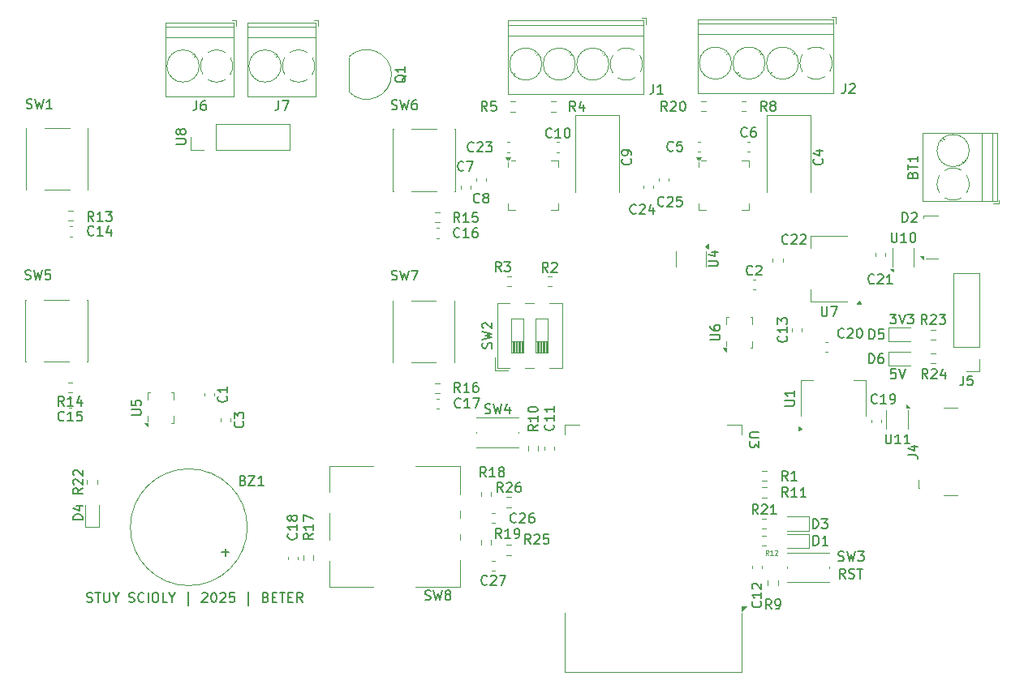
<source format=gbr>
%TF.GenerationSoftware,KiCad,Pcbnew,8.0.8-8.0.8-0~ubuntu22.04.1*%
%TF.CreationDate,2025-03-05T01:13:39-05:00*%
%TF.ProjectId,Electronics V2,456c6563-7472-46f6-9e69-63732056322e,rev?*%
%TF.SameCoordinates,Original*%
%TF.FileFunction,Legend,Top*%
%TF.FilePolarity,Positive*%
%FSLAX46Y46*%
G04 Gerber Fmt 4.6, Leading zero omitted, Abs format (unit mm)*
G04 Created by KiCad (PCBNEW 8.0.8-8.0.8-0~ubuntu22.04.1) date 2025-03-05 01:13:39*
%MOMM*%
%LPD*%
G01*
G04 APERTURE LIST*
%ADD10C,0.200000*%
%ADD11C,0.150000*%
%ADD12C,0.125000*%
%ADD13C,0.120000*%
%ADD14C,0.100000*%
G04 APERTURE END LIST*
D10*
X190495863Y-105567219D02*
X190019673Y-105567219D01*
X190019673Y-105567219D02*
X189972054Y-106043409D01*
X189972054Y-106043409D02*
X190019673Y-105995790D01*
X190019673Y-105995790D02*
X190114911Y-105948171D01*
X190114911Y-105948171D02*
X190353006Y-105948171D01*
X190353006Y-105948171D02*
X190448244Y-105995790D01*
X190448244Y-105995790D02*
X190495863Y-106043409D01*
X190495863Y-106043409D02*
X190543482Y-106138647D01*
X190543482Y-106138647D02*
X190543482Y-106376742D01*
X190543482Y-106376742D02*
X190495863Y-106471980D01*
X190495863Y-106471980D02*
X190448244Y-106519600D01*
X190448244Y-106519600D02*
X190353006Y-106567219D01*
X190353006Y-106567219D02*
X190114911Y-106567219D01*
X190114911Y-106567219D02*
X190019673Y-106519600D01*
X190019673Y-106519600D02*
X189972054Y-106471980D01*
X190829197Y-105567219D02*
X191162530Y-106567219D01*
X191162530Y-106567219D02*
X191495863Y-105567219D01*
X189924435Y-99817219D02*
X190543482Y-99817219D01*
X190543482Y-99817219D02*
X190210149Y-100198171D01*
X190210149Y-100198171D02*
X190353006Y-100198171D01*
X190353006Y-100198171D02*
X190448244Y-100245790D01*
X190448244Y-100245790D02*
X190495863Y-100293409D01*
X190495863Y-100293409D02*
X190543482Y-100388647D01*
X190543482Y-100388647D02*
X190543482Y-100626742D01*
X190543482Y-100626742D02*
X190495863Y-100721980D01*
X190495863Y-100721980D02*
X190448244Y-100769600D01*
X190448244Y-100769600D02*
X190353006Y-100817219D01*
X190353006Y-100817219D02*
X190067292Y-100817219D01*
X190067292Y-100817219D02*
X189972054Y-100769600D01*
X189972054Y-100769600D02*
X189924435Y-100721980D01*
X190829197Y-99817219D02*
X191162530Y-100817219D01*
X191162530Y-100817219D02*
X191495863Y-99817219D01*
X191733959Y-99817219D02*
X192353006Y-99817219D01*
X192353006Y-99817219D02*
X192019673Y-100198171D01*
X192019673Y-100198171D02*
X192162530Y-100198171D01*
X192162530Y-100198171D02*
X192257768Y-100245790D01*
X192257768Y-100245790D02*
X192305387Y-100293409D01*
X192305387Y-100293409D02*
X192353006Y-100388647D01*
X192353006Y-100388647D02*
X192353006Y-100626742D01*
X192353006Y-100626742D02*
X192305387Y-100721980D01*
X192305387Y-100721980D02*
X192257768Y-100769600D01*
X192257768Y-100769600D02*
X192162530Y-100817219D01*
X192162530Y-100817219D02*
X191876816Y-100817219D01*
X191876816Y-100817219D02*
X191781578Y-100769600D01*
X191781578Y-100769600D02*
X191733959Y-100721980D01*
X185241101Y-127417219D02*
X184907768Y-126941028D01*
X184669673Y-127417219D02*
X184669673Y-126417219D01*
X184669673Y-126417219D02*
X185050625Y-126417219D01*
X185050625Y-126417219D02*
X185145863Y-126464838D01*
X185145863Y-126464838D02*
X185193482Y-126512457D01*
X185193482Y-126512457D02*
X185241101Y-126607695D01*
X185241101Y-126607695D02*
X185241101Y-126750552D01*
X185241101Y-126750552D02*
X185193482Y-126845790D01*
X185193482Y-126845790D02*
X185145863Y-126893409D01*
X185145863Y-126893409D02*
X185050625Y-126941028D01*
X185050625Y-126941028D02*
X184669673Y-126941028D01*
X185622054Y-127369600D02*
X185764911Y-127417219D01*
X185764911Y-127417219D02*
X186003006Y-127417219D01*
X186003006Y-127417219D02*
X186098244Y-127369600D01*
X186098244Y-127369600D02*
X186145863Y-127321980D01*
X186145863Y-127321980D02*
X186193482Y-127226742D01*
X186193482Y-127226742D02*
X186193482Y-127131504D01*
X186193482Y-127131504D02*
X186145863Y-127036266D01*
X186145863Y-127036266D02*
X186098244Y-126988647D01*
X186098244Y-126988647D02*
X186003006Y-126941028D01*
X186003006Y-126941028D02*
X185812530Y-126893409D01*
X185812530Y-126893409D02*
X185717292Y-126845790D01*
X185717292Y-126845790D02*
X185669673Y-126798171D01*
X185669673Y-126798171D02*
X185622054Y-126702933D01*
X185622054Y-126702933D02*
X185622054Y-126607695D01*
X185622054Y-126607695D02*
X185669673Y-126512457D01*
X185669673Y-126512457D02*
X185717292Y-126464838D01*
X185717292Y-126464838D02*
X185812530Y-126417219D01*
X185812530Y-126417219D02*
X186050625Y-126417219D01*
X186050625Y-126417219D02*
X186193482Y-126464838D01*
X186479197Y-126417219D02*
X187050625Y-126417219D01*
X186764911Y-127417219D02*
X186764911Y-126417219D01*
X106122054Y-129869600D02*
X106264911Y-129917219D01*
X106264911Y-129917219D02*
X106503006Y-129917219D01*
X106503006Y-129917219D02*
X106598244Y-129869600D01*
X106598244Y-129869600D02*
X106645863Y-129821980D01*
X106645863Y-129821980D02*
X106693482Y-129726742D01*
X106693482Y-129726742D02*
X106693482Y-129631504D01*
X106693482Y-129631504D02*
X106645863Y-129536266D01*
X106645863Y-129536266D02*
X106598244Y-129488647D01*
X106598244Y-129488647D02*
X106503006Y-129441028D01*
X106503006Y-129441028D02*
X106312530Y-129393409D01*
X106312530Y-129393409D02*
X106217292Y-129345790D01*
X106217292Y-129345790D02*
X106169673Y-129298171D01*
X106169673Y-129298171D02*
X106122054Y-129202933D01*
X106122054Y-129202933D02*
X106122054Y-129107695D01*
X106122054Y-129107695D02*
X106169673Y-129012457D01*
X106169673Y-129012457D02*
X106217292Y-128964838D01*
X106217292Y-128964838D02*
X106312530Y-128917219D01*
X106312530Y-128917219D02*
X106550625Y-128917219D01*
X106550625Y-128917219D02*
X106693482Y-128964838D01*
X106979197Y-128917219D02*
X107550625Y-128917219D01*
X107264911Y-129917219D02*
X107264911Y-128917219D01*
X107883959Y-128917219D02*
X107883959Y-129726742D01*
X107883959Y-129726742D02*
X107931578Y-129821980D01*
X107931578Y-129821980D02*
X107979197Y-129869600D01*
X107979197Y-129869600D02*
X108074435Y-129917219D01*
X108074435Y-129917219D02*
X108264911Y-129917219D01*
X108264911Y-129917219D02*
X108360149Y-129869600D01*
X108360149Y-129869600D02*
X108407768Y-129821980D01*
X108407768Y-129821980D02*
X108455387Y-129726742D01*
X108455387Y-129726742D02*
X108455387Y-128917219D01*
X109122054Y-129441028D02*
X109122054Y-129917219D01*
X108788721Y-128917219D02*
X109122054Y-129441028D01*
X109122054Y-129441028D02*
X109455387Y-128917219D01*
X110503007Y-129869600D02*
X110645864Y-129917219D01*
X110645864Y-129917219D02*
X110883959Y-129917219D01*
X110883959Y-129917219D02*
X110979197Y-129869600D01*
X110979197Y-129869600D02*
X111026816Y-129821980D01*
X111026816Y-129821980D02*
X111074435Y-129726742D01*
X111074435Y-129726742D02*
X111074435Y-129631504D01*
X111074435Y-129631504D02*
X111026816Y-129536266D01*
X111026816Y-129536266D02*
X110979197Y-129488647D01*
X110979197Y-129488647D02*
X110883959Y-129441028D01*
X110883959Y-129441028D02*
X110693483Y-129393409D01*
X110693483Y-129393409D02*
X110598245Y-129345790D01*
X110598245Y-129345790D02*
X110550626Y-129298171D01*
X110550626Y-129298171D02*
X110503007Y-129202933D01*
X110503007Y-129202933D02*
X110503007Y-129107695D01*
X110503007Y-129107695D02*
X110550626Y-129012457D01*
X110550626Y-129012457D02*
X110598245Y-128964838D01*
X110598245Y-128964838D02*
X110693483Y-128917219D01*
X110693483Y-128917219D02*
X110931578Y-128917219D01*
X110931578Y-128917219D02*
X111074435Y-128964838D01*
X112074435Y-129821980D02*
X112026816Y-129869600D01*
X112026816Y-129869600D02*
X111883959Y-129917219D01*
X111883959Y-129917219D02*
X111788721Y-129917219D01*
X111788721Y-129917219D02*
X111645864Y-129869600D01*
X111645864Y-129869600D02*
X111550626Y-129774361D01*
X111550626Y-129774361D02*
X111503007Y-129679123D01*
X111503007Y-129679123D02*
X111455388Y-129488647D01*
X111455388Y-129488647D02*
X111455388Y-129345790D01*
X111455388Y-129345790D02*
X111503007Y-129155314D01*
X111503007Y-129155314D02*
X111550626Y-129060076D01*
X111550626Y-129060076D02*
X111645864Y-128964838D01*
X111645864Y-128964838D02*
X111788721Y-128917219D01*
X111788721Y-128917219D02*
X111883959Y-128917219D01*
X111883959Y-128917219D02*
X112026816Y-128964838D01*
X112026816Y-128964838D02*
X112074435Y-129012457D01*
X112503007Y-129917219D02*
X112503007Y-128917219D01*
X113169673Y-128917219D02*
X113360149Y-128917219D01*
X113360149Y-128917219D02*
X113455387Y-128964838D01*
X113455387Y-128964838D02*
X113550625Y-129060076D01*
X113550625Y-129060076D02*
X113598244Y-129250552D01*
X113598244Y-129250552D02*
X113598244Y-129583885D01*
X113598244Y-129583885D02*
X113550625Y-129774361D01*
X113550625Y-129774361D02*
X113455387Y-129869600D01*
X113455387Y-129869600D02*
X113360149Y-129917219D01*
X113360149Y-129917219D02*
X113169673Y-129917219D01*
X113169673Y-129917219D02*
X113074435Y-129869600D01*
X113074435Y-129869600D02*
X112979197Y-129774361D01*
X112979197Y-129774361D02*
X112931578Y-129583885D01*
X112931578Y-129583885D02*
X112931578Y-129250552D01*
X112931578Y-129250552D02*
X112979197Y-129060076D01*
X112979197Y-129060076D02*
X113074435Y-128964838D01*
X113074435Y-128964838D02*
X113169673Y-128917219D01*
X114503006Y-129917219D02*
X114026816Y-129917219D01*
X114026816Y-129917219D02*
X114026816Y-128917219D01*
X115026816Y-129441028D02*
X115026816Y-129917219D01*
X114693483Y-128917219D02*
X115026816Y-129441028D01*
X115026816Y-129441028D02*
X115360149Y-128917219D01*
X116693483Y-130250552D02*
X116693483Y-128821980D01*
X118122055Y-129012457D02*
X118169674Y-128964838D01*
X118169674Y-128964838D02*
X118264912Y-128917219D01*
X118264912Y-128917219D02*
X118503007Y-128917219D01*
X118503007Y-128917219D02*
X118598245Y-128964838D01*
X118598245Y-128964838D02*
X118645864Y-129012457D01*
X118645864Y-129012457D02*
X118693483Y-129107695D01*
X118693483Y-129107695D02*
X118693483Y-129202933D01*
X118693483Y-129202933D02*
X118645864Y-129345790D01*
X118645864Y-129345790D02*
X118074436Y-129917219D01*
X118074436Y-129917219D02*
X118693483Y-129917219D01*
X119312531Y-128917219D02*
X119407769Y-128917219D01*
X119407769Y-128917219D02*
X119503007Y-128964838D01*
X119503007Y-128964838D02*
X119550626Y-129012457D01*
X119550626Y-129012457D02*
X119598245Y-129107695D01*
X119598245Y-129107695D02*
X119645864Y-129298171D01*
X119645864Y-129298171D02*
X119645864Y-129536266D01*
X119645864Y-129536266D02*
X119598245Y-129726742D01*
X119598245Y-129726742D02*
X119550626Y-129821980D01*
X119550626Y-129821980D02*
X119503007Y-129869600D01*
X119503007Y-129869600D02*
X119407769Y-129917219D01*
X119407769Y-129917219D02*
X119312531Y-129917219D01*
X119312531Y-129917219D02*
X119217293Y-129869600D01*
X119217293Y-129869600D02*
X119169674Y-129821980D01*
X119169674Y-129821980D02*
X119122055Y-129726742D01*
X119122055Y-129726742D02*
X119074436Y-129536266D01*
X119074436Y-129536266D02*
X119074436Y-129298171D01*
X119074436Y-129298171D02*
X119122055Y-129107695D01*
X119122055Y-129107695D02*
X119169674Y-129012457D01*
X119169674Y-129012457D02*
X119217293Y-128964838D01*
X119217293Y-128964838D02*
X119312531Y-128917219D01*
X120026817Y-129012457D02*
X120074436Y-128964838D01*
X120074436Y-128964838D02*
X120169674Y-128917219D01*
X120169674Y-128917219D02*
X120407769Y-128917219D01*
X120407769Y-128917219D02*
X120503007Y-128964838D01*
X120503007Y-128964838D02*
X120550626Y-129012457D01*
X120550626Y-129012457D02*
X120598245Y-129107695D01*
X120598245Y-129107695D02*
X120598245Y-129202933D01*
X120598245Y-129202933D02*
X120550626Y-129345790D01*
X120550626Y-129345790D02*
X119979198Y-129917219D01*
X119979198Y-129917219D02*
X120598245Y-129917219D01*
X121503007Y-128917219D02*
X121026817Y-128917219D01*
X121026817Y-128917219D02*
X120979198Y-129393409D01*
X120979198Y-129393409D02*
X121026817Y-129345790D01*
X121026817Y-129345790D02*
X121122055Y-129298171D01*
X121122055Y-129298171D02*
X121360150Y-129298171D01*
X121360150Y-129298171D02*
X121455388Y-129345790D01*
X121455388Y-129345790D02*
X121503007Y-129393409D01*
X121503007Y-129393409D02*
X121550626Y-129488647D01*
X121550626Y-129488647D02*
X121550626Y-129726742D01*
X121550626Y-129726742D02*
X121503007Y-129821980D01*
X121503007Y-129821980D02*
X121455388Y-129869600D01*
X121455388Y-129869600D02*
X121360150Y-129917219D01*
X121360150Y-129917219D02*
X121122055Y-129917219D01*
X121122055Y-129917219D02*
X121026817Y-129869600D01*
X121026817Y-129869600D02*
X120979198Y-129821980D01*
X122979198Y-130250552D02*
X122979198Y-128821980D01*
X124788722Y-129393409D02*
X124931579Y-129441028D01*
X124931579Y-129441028D02*
X124979198Y-129488647D01*
X124979198Y-129488647D02*
X125026817Y-129583885D01*
X125026817Y-129583885D02*
X125026817Y-129726742D01*
X125026817Y-129726742D02*
X124979198Y-129821980D01*
X124979198Y-129821980D02*
X124931579Y-129869600D01*
X124931579Y-129869600D02*
X124836341Y-129917219D01*
X124836341Y-129917219D02*
X124455389Y-129917219D01*
X124455389Y-129917219D02*
X124455389Y-128917219D01*
X124455389Y-128917219D02*
X124788722Y-128917219D01*
X124788722Y-128917219D02*
X124883960Y-128964838D01*
X124883960Y-128964838D02*
X124931579Y-129012457D01*
X124931579Y-129012457D02*
X124979198Y-129107695D01*
X124979198Y-129107695D02*
X124979198Y-129202933D01*
X124979198Y-129202933D02*
X124931579Y-129298171D01*
X124931579Y-129298171D02*
X124883960Y-129345790D01*
X124883960Y-129345790D02*
X124788722Y-129393409D01*
X124788722Y-129393409D02*
X124455389Y-129393409D01*
X125455389Y-129393409D02*
X125788722Y-129393409D01*
X125931579Y-129917219D02*
X125455389Y-129917219D01*
X125455389Y-129917219D02*
X125455389Y-128917219D01*
X125455389Y-128917219D02*
X125931579Y-128917219D01*
X126217294Y-128917219D02*
X126788722Y-128917219D01*
X126503008Y-129917219D02*
X126503008Y-128917219D01*
X127122056Y-129393409D02*
X127455389Y-129393409D01*
X127598246Y-129917219D02*
X127122056Y-129917219D01*
X127122056Y-129917219D02*
X127122056Y-128917219D01*
X127122056Y-128917219D02*
X127598246Y-128917219D01*
X128598246Y-129917219D02*
X128264913Y-129441028D01*
X128026818Y-129917219D02*
X128026818Y-128917219D01*
X128026818Y-128917219D02*
X128407770Y-128917219D01*
X128407770Y-128917219D02*
X128503008Y-128964838D01*
X128503008Y-128964838D02*
X128550627Y-129012457D01*
X128550627Y-129012457D02*
X128598246Y-129107695D01*
X128598246Y-129107695D02*
X128598246Y-129250552D01*
X128598246Y-129250552D02*
X128550627Y-129345790D01*
X128550627Y-129345790D02*
X128503008Y-129393409D01*
X128503008Y-129393409D02*
X128407770Y-129441028D01*
X128407770Y-129441028D02*
X128026818Y-129441028D01*
D11*
X178954819Y-109391904D02*
X179764342Y-109391904D01*
X179764342Y-109391904D02*
X179859580Y-109344285D01*
X179859580Y-109344285D02*
X179907200Y-109296666D01*
X179907200Y-109296666D02*
X179954819Y-109201428D01*
X179954819Y-109201428D02*
X179954819Y-109010952D01*
X179954819Y-109010952D02*
X179907200Y-108915714D01*
X179907200Y-108915714D02*
X179859580Y-108868095D01*
X179859580Y-108868095D02*
X179764342Y-108820476D01*
X179764342Y-108820476D02*
X178954819Y-108820476D01*
X179954819Y-107820476D02*
X179954819Y-108391904D01*
X179954819Y-108106190D02*
X178954819Y-108106190D01*
X178954819Y-108106190D02*
X179097676Y-108201428D01*
X179097676Y-108201428D02*
X179192914Y-108296666D01*
X179192914Y-108296666D02*
X179240533Y-108391904D01*
X105674819Y-121288094D02*
X104674819Y-121288094D01*
X104674819Y-121288094D02*
X104674819Y-121049999D01*
X104674819Y-121049999D02*
X104722438Y-120907142D01*
X104722438Y-120907142D02*
X104817676Y-120811904D01*
X104817676Y-120811904D02*
X104912914Y-120764285D01*
X104912914Y-120764285D02*
X105103390Y-120716666D01*
X105103390Y-120716666D02*
X105246247Y-120716666D01*
X105246247Y-120716666D02*
X105436723Y-120764285D01*
X105436723Y-120764285D02*
X105531961Y-120811904D01*
X105531961Y-120811904D02*
X105627200Y-120907142D01*
X105627200Y-120907142D02*
X105674819Y-121049999D01*
X105674819Y-121049999D02*
X105674819Y-121288094D01*
X105008152Y-119859523D02*
X105674819Y-119859523D01*
X104627200Y-120097618D02*
X105341485Y-120335713D01*
X105341485Y-120335713D02*
X105341485Y-119716666D01*
X193775892Y-100854819D02*
X193442559Y-100378628D01*
X193204464Y-100854819D02*
X193204464Y-99854819D01*
X193204464Y-99854819D02*
X193585416Y-99854819D01*
X193585416Y-99854819D02*
X193680654Y-99902438D01*
X193680654Y-99902438D02*
X193728273Y-99950057D01*
X193728273Y-99950057D02*
X193775892Y-100045295D01*
X193775892Y-100045295D02*
X193775892Y-100188152D01*
X193775892Y-100188152D02*
X193728273Y-100283390D01*
X193728273Y-100283390D02*
X193680654Y-100331009D01*
X193680654Y-100331009D02*
X193585416Y-100378628D01*
X193585416Y-100378628D02*
X193204464Y-100378628D01*
X194156845Y-99950057D02*
X194204464Y-99902438D01*
X194204464Y-99902438D02*
X194299702Y-99854819D01*
X194299702Y-99854819D02*
X194537797Y-99854819D01*
X194537797Y-99854819D02*
X194633035Y-99902438D01*
X194633035Y-99902438D02*
X194680654Y-99950057D01*
X194680654Y-99950057D02*
X194728273Y-100045295D01*
X194728273Y-100045295D02*
X194728273Y-100140533D01*
X194728273Y-100140533D02*
X194680654Y-100283390D01*
X194680654Y-100283390D02*
X194109226Y-100854819D01*
X194109226Y-100854819D02*
X194728273Y-100854819D01*
X195061607Y-99854819D02*
X195680654Y-99854819D01*
X195680654Y-99854819D02*
X195347321Y-100235771D01*
X195347321Y-100235771D02*
X195490178Y-100235771D01*
X195490178Y-100235771D02*
X195585416Y-100283390D01*
X195585416Y-100283390D02*
X195633035Y-100331009D01*
X195633035Y-100331009D02*
X195680654Y-100426247D01*
X195680654Y-100426247D02*
X195680654Y-100664342D01*
X195680654Y-100664342D02*
X195633035Y-100759580D01*
X195633035Y-100759580D02*
X195585416Y-100807200D01*
X195585416Y-100807200D02*
X195490178Y-100854819D01*
X195490178Y-100854819D02*
X195204464Y-100854819D01*
X195204464Y-100854819D02*
X195109226Y-100807200D01*
X195109226Y-100807200D02*
X195061607Y-100759580D01*
X110767319Y-110361904D02*
X111576842Y-110361904D01*
X111576842Y-110361904D02*
X111672080Y-110314285D01*
X111672080Y-110314285D02*
X111719700Y-110266666D01*
X111719700Y-110266666D02*
X111767319Y-110171428D01*
X111767319Y-110171428D02*
X111767319Y-109980952D01*
X111767319Y-109980952D02*
X111719700Y-109885714D01*
X111719700Y-109885714D02*
X111672080Y-109838095D01*
X111672080Y-109838095D02*
X111576842Y-109790476D01*
X111576842Y-109790476D02*
X110767319Y-109790476D01*
X110767319Y-108838095D02*
X110767319Y-109314285D01*
X110767319Y-109314285D02*
X111243509Y-109361904D01*
X111243509Y-109361904D02*
X111195890Y-109314285D01*
X111195890Y-109314285D02*
X111148271Y-109219047D01*
X111148271Y-109219047D02*
X111148271Y-108980952D01*
X111148271Y-108980952D02*
X111195890Y-108885714D01*
X111195890Y-108885714D02*
X111243509Y-108838095D01*
X111243509Y-108838095D02*
X111338747Y-108790476D01*
X111338747Y-108790476D02*
X111576842Y-108790476D01*
X111576842Y-108790476D02*
X111672080Y-108838095D01*
X111672080Y-108838095D02*
X111719700Y-108885714D01*
X111719700Y-108885714D02*
X111767319Y-108980952D01*
X111767319Y-108980952D02*
X111767319Y-109219047D01*
X111767319Y-109219047D02*
X111719700Y-109314285D01*
X111719700Y-109314285D02*
X111672080Y-109361904D01*
X122389580Y-111041666D02*
X122437200Y-111089285D01*
X122437200Y-111089285D02*
X122484819Y-111232142D01*
X122484819Y-111232142D02*
X122484819Y-111327380D01*
X122484819Y-111327380D02*
X122437200Y-111470237D01*
X122437200Y-111470237D02*
X122341961Y-111565475D01*
X122341961Y-111565475D02*
X122246723Y-111613094D01*
X122246723Y-111613094D02*
X122056247Y-111660713D01*
X122056247Y-111660713D02*
X121913390Y-111660713D01*
X121913390Y-111660713D02*
X121722914Y-111613094D01*
X121722914Y-111613094D02*
X121627676Y-111565475D01*
X121627676Y-111565475D02*
X121532438Y-111470237D01*
X121532438Y-111470237D02*
X121484819Y-111327380D01*
X121484819Y-111327380D02*
X121484819Y-111232142D01*
X121484819Y-111232142D02*
X121532438Y-111089285D01*
X121532438Y-111089285D02*
X121580057Y-111041666D01*
X121484819Y-110708332D02*
X121484819Y-110089285D01*
X121484819Y-110089285D02*
X121865771Y-110422618D01*
X121865771Y-110422618D02*
X121865771Y-110279761D01*
X121865771Y-110279761D02*
X121913390Y-110184523D01*
X121913390Y-110184523D02*
X121961009Y-110136904D01*
X121961009Y-110136904D02*
X122056247Y-110089285D01*
X122056247Y-110089285D02*
X122294342Y-110089285D01*
X122294342Y-110089285D02*
X122389580Y-110136904D01*
X122389580Y-110136904D02*
X122437200Y-110184523D01*
X122437200Y-110184523D02*
X122484819Y-110279761D01*
X122484819Y-110279761D02*
X122484819Y-110565475D01*
X122484819Y-110565475D02*
X122437200Y-110660713D01*
X122437200Y-110660713D02*
X122389580Y-110708332D01*
X129704819Y-122742857D02*
X129228628Y-123076190D01*
X129704819Y-123314285D02*
X128704819Y-123314285D01*
X128704819Y-123314285D02*
X128704819Y-122933333D01*
X128704819Y-122933333D02*
X128752438Y-122838095D01*
X128752438Y-122838095D02*
X128800057Y-122790476D01*
X128800057Y-122790476D02*
X128895295Y-122742857D01*
X128895295Y-122742857D02*
X129038152Y-122742857D01*
X129038152Y-122742857D02*
X129133390Y-122790476D01*
X129133390Y-122790476D02*
X129181009Y-122838095D01*
X129181009Y-122838095D02*
X129228628Y-122933333D01*
X129228628Y-122933333D02*
X129228628Y-123314285D01*
X129704819Y-121790476D02*
X129704819Y-122361904D01*
X129704819Y-122076190D02*
X128704819Y-122076190D01*
X128704819Y-122076190D02*
X128847676Y-122171428D01*
X128847676Y-122171428D02*
X128942914Y-122266666D01*
X128942914Y-122266666D02*
X128990533Y-122361904D01*
X128704819Y-121457142D02*
X128704819Y-120790476D01*
X128704819Y-120790476D02*
X129704819Y-121219047D01*
X117566666Y-77514819D02*
X117566666Y-78229104D01*
X117566666Y-78229104D02*
X117519047Y-78371961D01*
X117519047Y-78371961D02*
X117423809Y-78467200D01*
X117423809Y-78467200D02*
X117280952Y-78514819D01*
X117280952Y-78514819D02*
X117185714Y-78514819D01*
X118471428Y-77514819D02*
X118280952Y-77514819D01*
X118280952Y-77514819D02*
X118185714Y-77562438D01*
X118185714Y-77562438D02*
X118138095Y-77610057D01*
X118138095Y-77610057D02*
X118042857Y-77752914D01*
X118042857Y-77752914D02*
X117995238Y-77943390D01*
X117995238Y-77943390D02*
X117995238Y-78324342D01*
X117995238Y-78324342D02*
X118042857Y-78419580D01*
X118042857Y-78419580D02*
X118090476Y-78467200D01*
X118090476Y-78467200D02*
X118185714Y-78514819D01*
X118185714Y-78514819D02*
X118376190Y-78514819D01*
X118376190Y-78514819D02*
X118471428Y-78467200D01*
X118471428Y-78467200D02*
X118519047Y-78419580D01*
X118519047Y-78419580D02*
X118566666Y-78324342D01*
X118566666Y-78324342D02*
X118566666Y-78086247D01*
X118566666Y-78086247D02*
X118519047Y-77991009D01*
X118519047Y-77991009D02*
X118471428Y-77943390D01*
X118471428Y-77943390D02*
X118376190Y-77895771D01*
X118376190Y-77895771D02*
X118185714Y-77895771D01*
X118185714Y-77895771D02*
X118090476Y-77943390D01*
X118090476Y-77943390D02*
X118042857Y-77991009D01*
X118042857Y-77991009D02*
X117995238Y-78086247D01*
X127959580Y-122742857D02*
X128007200Y-122790476D01*
X128007200Y-122790476D02*
X128054819Y-122933333D01*
X128054819Y-122933333D02*
X128054819Y-123028571D01*
X128054819Y-123028571D02*
X128007200Y-123171428D01*
X128007200Y-123171428D02*
X127911961Y-123266666D01*
X127911961Y-123266666D02*
X127816723Y-123314285D01*
X127816723Y-123314285D02*
X127626247Y-123361904D01*
X127626247Y-123361904D02*
X127483390Y-123361904D01*
X127483390Y-123361904D02*
X127292914Y-123314285D01*
X127292914Y-123314285D02*
X127197676Y-123266666D01*
X127197676Y-123266666D02*
X127102438Y-123171428D01*
X127102438Y-123171428D02*
X127054819Y-123028571D01*
X127054819Y-123028571D02*
X127054819Y-122933333D01*
X127054819Y-122933333D02*
X127102438Y-122790476D01*
X127102438Y-122790476D02*
X127150057Y-122742857D01*
X128054819Y-121790476D02*
X128054819Y-122361904D01*
X128054819Y-122076190D02*
X127054819Y-122076190D01*
X127054819Y-122076190D02*
X127197676Y-122171428D01*
X127197676Y-122171428D02*
X127292914Y-122266666D01*
X127292914Y-122266666D02*
X127340533Y-122361904D01*
X127483390Y-121219047D02*
X127435771Y-121314285D01*
X127435771Y-121314285D02*
X127388152Y-121361904D01*
X127388152Y-121361904D02*
X127292914Y-121409523D01*
X127292914Y-121409523D02*
X127245295Y-121409523D01*
X127245295Y-121409523D02*
X127150057Y-121361904D01*
X127150057Y-121361904D02*
X127102438Y-121314285D01*
X127102438Y-121314285D02*
X127054819Y-121219047D01*
X127054819Y-121219047D02*
X127054819Y-121028571D01*
X127054819Y-121028571D02*
X127102438Y-120933333D01*
X127102438Y-120933333D02*
X127150057Y-120885714D01*
X127150057Y-120885714D02*
X127245295Y-120838095D01*
X127245295Y-120838095D02*
X127292914Y-120838095D01*
X127292914Y-120838095D02*
X127388152Y-120885714D01*
X127388152Y-120885714D02*
X127435771Y-120933333D01*
X127435771Y-120933333D02*
X127483390Y-121028571D01*
X127483390Y-121028571D02*
X127483390Y-121219047D01*
X127483390Y-121219047D02*
X127531009Y-121314285D01*
X127531009Y-121314285D02*
X127578628Y-121361904D01*
X127578628Y-121361904D02*
X127673866Y-121409523D01*
X127673866Y-121409523D02*
X127864342Y-121409523D01*
X127864342Y-121409523D02*
X127959580Y-121361904D01*
X127959580Y-121361904D02*
X128007200Y-121314285D01*
X128007200Y-121314285D02*
X128054819Y-121219047D01*
X128054819Y-121219047D02*
X128054819Y-121028571D01*
X128054819Y-121028571D02*
X128007200Y-120933333D01*
X128007200Y-120933333D02*
X127959580Y-120885714D01*
X127959580Y-120885714D02*
X127864342Y-120838095D01*
X127864342Y-120838095D02*
X127673866Y-120838095D01*
X127673866Y-120838095D02*
X127578628Y-120885714D01*
X127578628Y-120885714D02*
X127531009Y-120933333D01*
X127531009Y-120933333D02*
X127483390Y-121028571D01*
X145007142Y-90204819D02*
X144673809Y-89728628D01*
X144435714Y-90204819D02*
X144435714Y-89204819D01*
X144435714Y-89204819D02*
X144816666Y-89204819D01*
X144816666Y-89204819D02*
X144911904Y-89252438D01*
X144911904Y-89252438D02*
X144959523Y-89300057D01*
X144959523Y-89300057D02*
X145007142Y-89395295D01*
X145007142Y-89395295D02*
X145007142Y-89538152D01*
X145007142Y-89538152D02*
X144959523Y-89633390D01*
X144959523Y-89633390D02*
X144911904Y-89681009D01*
X144911904Y-89681009D02*
X144816666Y-89728628D01*
X144816666Y-89728628D02*
X144435714Y-89728628D01*
X145959523Y-90204819D02*
X145388095Y-90204819D01*
X145673809Y-90204819D02*
X145673809Y-89204819D01*
X145673809Y-89204819D02*
X145578571Y-89347676D01*
X145578571Y-89347676D02*
X145483333Y-89442914D01*
X145483333Y-89442914D02*
X145388095Y-89490533D01*
X146864285Y-89204819D02*
X146388095Y-89204819D01*
X146388095Y-89204819D02*
X146340476Y-89681009D01*
X146340476Y-89681009D02*
X146388095Y-89633390D01*
X146388095Y-89633390D02*
X146483333Y-89585771D01*
X146483333Y-89585771D02*
X146721428Y-89585771D01*
X146721428Y-89585771D02*
X146816666Y-89633390D01*
X146816666Y-89633390D02*
X146864285Y-89681009D01*
X146864285Y-89681009D02*
X146911904Y-89776247D01*
X146911904Y-89776247D02*
X146911904Y-90014342D01*
X146911904Y-90014342D02*
X146864285Y-90109580D01*
X146864285Y-90109580D02*
X146816666Y-90157200D01*
X146816666Y-90157200D02*
X146721428Y-90204819D01*
X146721428Y-90204819D02*
X146483333Y-90204819D01*
X146483333Y-90204819D02*
X146388095Y-90157200D01*
X146388095Y-90157200D02*
X146340476Y-90109580D01*
X179104580Y-102117857D02*
X179152200Y-102165476D01*
X179152200Y-102165476D02*
X179199819Y-102308333D01*
X179199819Y-102308333D02*
X179199819Y-102403571D01*
X179199819Y-102403571D02*
X179152200Y-102546428D01*
X179152200Y-102546428D02*
X179056961Y-102641666D01*
X179056961Y-102641666D02*
X178961723Y-102689285D01*
X178961723Y-102689285D02*
X178771247Y-102736904D01*
X178771247Y-102736904D02*
X178628390Y-102736904D01*
X178628390Y-102736904D02*
X178437914Y-102689285D01*
X178437914Y-102689285D02*
X178342676Y-102641666D01*
X178342676Y-102641666D02*
X178247438Y-102546428D01*
X178247438Y-102546428D02*
X178199819Y-102403571D01*
X178199819Y-102403571D02*
X178199819Y-102308333D01*
X178199819Y-102308333D02*
X178247438Y-102165476D01*
X178247438Y-102165476D02*
X178295057Y-102117857D01*
X179199819Y-101165476D02*
X179199819Y-101736904D01*
X179199819Y-101451190D02*
X178199819Y-101451190D01*
X178199819Y-101451190D02*
X178342676Y-101546428D01*
X178342676Y-101546428D02*
X178437914Y-101641666D01*
X178437914Y-101641666D02*
X178485533Y-101736904D01*
X178199819Y-100832142D02*
X178199819Y-100213095D01*
X178199819Y-100213095D02*
X178580771Y-100546428D01*
X178580771Y-100546428D02*
X178580771Y-100403571D01*
X178580771Y-100403571D02*
X178628390Y-100308333D01*
X178628390Y-100308333D02*
X178676009Y-100260714D01*
X178676009Y-100260714D02*
X178771247Y-100213095D01*
X178771247Y-100213095D02*
X179009342Y-100213095D01*
X179009342Y-100213095D02*
X179104580Y-100260714D01*
X179104580Y-100260714D02*
X179152200Y-100308333D01*
X179152200Y-100308333D02*
X179199819Y-100403571D01*
X179199819Y-100403571D02*
X179199819Y-100689285D01*
X179199819Y-100689285D02*
X179152200Y-100784523D01*
X179152200Y-100784523D02*
X179104580Y-100832142D01*
X189461905Y-112354819D02*
X189461905Y-113164342D01*
X189461905Y-113164342D02*
X189509524Y-113259580D01*
X189509524Y-113259580D02*
X189557143Y-113307200D01*
X189557143Y-113307200D02*
X189652381Y-113354819D01*
X189652381Y-113354819D02*
X189842857Y-113354819D01*
X189842857Y-113354819D02*
X189938095Y-113307200D01*
X189938095Y-113307200D02*
X189985714Y-113259580D01*
X189985714Y-113259580D02*
X190033333Y-113164342D01*
X190033333Y-113164342D02*
X190033333Y-112354819D01*
X191033333Y-113354819D02*
X190461905Y-113354819D01*
X190747619Y-113354819D02*
X190747619Y-112354819D01*
X190747619Y-112354819D02*
X190652381Y-112497676D01*
X190652381Y-112497676D02*
X190557143Y-112592914D01*
X190557143Y-112592914D02*
X190461905Y-112640533D01*
X191985714Y-113354819D02*
X191414286Y-113354819D01*
X191700000Y-113354819D02*
X191700000Y-112354819D01*
X191700000Y-112354819D02*
X191604762Y-112497676D01*
X191604762Y-112497676D02*
X191509524Y-112592914D01*
X191509524Y-112592914D02*
X191414286Y-112640533D01*
X179257142Y-92409580D02*
X179209523Y-92457200D01*
X179209523Y-92457200D02*
X179066666Y-92504819D01*
X179066666Y-92504819D02*
X178971428Y-92504819D01*
X178971428Y-92504819D02*
X178828571Y-92457200D01*
X178828571Y-92457200D02*
X178733333Y-92361961D01*
X178733333Y-92361961D02*
X178685714Y-92266723D01*
X178685714Y-92266723D02*
X178638095Y-92076247D01*
X178638095Y-92076247D02*
X178638095Y-91933390D01*
X178638095Y-91933390D02*
X178685714Y-91742914D01*
X178685714Y-91742914D02*
X178733333Y-91647676D01*
X178733333Y-91647676D02*
X178828571Y-91552438D01*
X178828571Y-91552438D02*
X178971428Y-91504819D01*
X178971428Y-91504819D02*
X179066666Y-91504819D01*
X179066666Y-91504819D02*
X179209523Y-91552438D01*
X179209523Y-91552438D02*
X179257142Y-91600057D01*
X179638095Y-91600057D02*
X179685714Y-91552438D01*
X179685714Y-91552438D02*
X179780952Y-91504819D01*
X179780952Y-91504819D02*
X180019047Y-91504819D01*
X180019047Y-91504819D02*
X180114285Y-91552438D01*
X180114285Y-91552438D02*
X180161904Y-91600057D01*
X180161904Y-91600057D02*
X180209523Y-91695295D01*
X180209523Y-91695295D02*
X180209523Y-91790533D01*
X180209523Y-91790533D02*
X180161904Y-91933390D01*
X180161904Y-91933390D02*
X179590476Y-92504819D01*
X179590476Y-92504819D02*
X180209523Y-92504819D01*
X180590476Y-91600057D02*
X180638095Y-91552438D01*
X180638095Y-91552438D02*
X180733333Y-91504819D01*
X180733333Y-91504819D02*
X180971428Y-91504819D01*
X180971428Y-91504819D02*
X181066666Y-91552438D01*
X181066666Y-91552438D02*
X181114285Y-91600057D01*
X181114285Y-91600057D02*
X181161904Y-91695295D01*
X181161904Y-91695295D02*
X181161904Y-91790533D01*
X181161904Y-91790533D02*
X181114285Y-91933390D01*
X181114285Y-91933390D02*
X180542857Y-92504819D01*
X180542857Y-92504819D02*
X181161904Y-92504819D01*
X192271009Y-85265714D02*
X192318628Y-85122857D01*
X192318628Y-85122857D02*
X192366247Y-85075238D01*
X192366247Y-85075238D02*
X192461485Y-85027619D01*
X192461485Y-85027619D02*
X192604342Y-85027619D01*
X192604342Y-85027619D02*
X192699580Y-85075238D01*
X192699580Y-85075238D02*
X192747200Y-85122857D01*
X192747200Y-85122857D02*
X192794819Y-85218095D01*
X192794819Y-85218095D02*
X192794819Y-85599047D01*
X192794819Y-85599047D02*
X191794819Y-85599047D01*
X191794819Y-85599047D02*
X191794819Y-85265714D01*
X191794819Y-85265714D02*
X191842438Y-85170476D01*
X191842438Y-85170476D02*
X191890057Y-85122857D01*
X191890057Y-85122857D02*
X191985295Y-85075238D01*
X191985295Y-85075238D02*
X192080533Y-85075238D01*
X192080533Y-85075238D02*
X192175771Y-85122857D01*
X192175771Y-85122857D02*
X192223390Y-85170476D01*
X192223390Y-85170476D02*
X192271009Y-85265714D01*
X192271009Y-85265714D02*
X192271009Y-85599047D01*
X191794819Y-84741904D02*
X191794819Y-84170476D01*
X192794819Y-84456190D02*
X191794819Y-84456190D01*
X192794819Y-83313333D02*
X192794819Y-83884761D01*
X192794819Y-83599047D02*
X191794819Y-83599047D01*
X191794819Y-83599047D02*
X191937676Y-83694285D01*
X191937676Y-83694285D02*
X192032914Y-83789523D01*
X192032914Y-83789523D02*
X192080533Y-83884761D01*
X137916667Y-96207200D02*
X138059524Y-96254819D01*
X138059524Y-96254819D02*
X138297619Y-96254819D01*
X138297619Y-96254819D02*
X138392857Y-96207200D01*
X138392857Y-96207200D02*
X138440476Y-96159580D01*
X138440476Y-96159580D02*
X138488095Y-96064342D01*
X138488095Y-96064342D02*
X138488095Y-95969104D01*
X138488095Y-95969104D02*
X138440476Y-95873866D01*
X138440476Y-95873866D02*
X138392857Y-95826247D01*
X138392857Y-95826247D02*
X138297619Y-95778628D01*
X138297619Y-95778628D02*
X138107143Y-95731009D01*
X138107143Y-95731009D02*
X138011905Y-95683390D01*
X138011905Y-95683390D02*
X137964286Y-95635771D01*
X137964286Y-95635771D02*
X137916667Y-95540533D01*
X137916667Y-95540533D02*
X137916667Y-95445295D01*
X137916667Y-95445295D02*
X137964286Y-95350057D01*
X137964286Y-95350057D02*
X138011905Y-95302438D01*
X138011905Y-95302438D02*
X138107143Y-95254819D01*
X138107143Y-95254819D02*
X138345238Y-95254819D01*
X138345238Y-95254819D02*
X138488095Y-95302438D01*
X138821429Y-95254819D02*
X139059524Y-96254819D01*
X139059524Y-96254819D02*
X139250000Y-95540533D01*
X139250000Y-95540533D02*
X139440476Y-96254819D01*
X139440476Y-96254819D02*
X139678572Y-95254819D01*
X139964286Y-95254819D02*
X140630952Y-95254819D01*
X140630952Y-95254819D02*
X140202381Y-96254819D01*
X103732142Y-109384819D02*
X103398809Y-108908628D01*
X103160714Y-109384819D02*
X103160714Y-108384819D01*
X103160714Y-108384819D02*
X103541666Y-108384819D01*
X103541666Y-108384819D02*
X103636904Y-108432438D01*
X103636904Y-108432438D02*
X103684523Y-108480057D01*
X103684523Y-108480057D02*
X103732142Y-108575295D01*
X103732142Y-108575295D02*
X103732142Y-108718152D01*
X103732142Y-108718152D02*
X103684523Y-108813390D01*
X103684523Y-108813390D02*
X103636904Y-108861009D01*
X103636904Y-108861009D02*
X103541666Y-108908628D01*
X103541666Y-108908628D02*
X103160714Y-108908628D01*
X104684523Y-109384819D02*
X104113095Y-109384819D01*
X104398809Y-109384819D02*
X104398809Y-108384819D01*
X104398809Y-108384819D02*
X104303571Y-108527676D01*
X104303571Y-108527676D02*
X104208333Y-108622914D01*
X104208333Y-108622914D02*
X104113095Y-108670533D01*
X105541666Y-108718152D02*
X105541666Y-109384819D01*
X105303571Y-108337200D02*
X105065476Y-109051485D01*
X105065476Y-109051485D02*
X105684523Y-109051485D01*
X99666667Y-96157200D02*
X99809524Y-96204819D01*
X99809524Y-96204819D02*
X100047619Y-96204819D01*
X100047619Y-96204819D02*
X100142857Y-96157200D01*
X100142857Y-96157200D02*
X100190476Y-96109580D01*
X100190476Y-96109580D02*
X100238095Y-96014342D01*
X100238095Y-96014342D02*
X100238095Y-95919104D01*
X100238095Y-95919104D02*
X100190476Y-95823866D01*
X100190476Y-95823866D02*
X100142857Y-95776247D01*
X100142857Y-95776247D02*
X100047619Y-95728628D01*
X100047619Y-95728628D02*
X99857143Y-95681009D01*
X99857143Y-95681009D02*
X99761905Y-95633390D01*
X99761905Y-95633390D02*
X99714286Y-95585771D01*
X99714286Y-95585771D02*
X99666667Y-95490533D01*
X99666667Y-95490533D02*
X99666667Y-95395295D01*
X99666667Y-95395295D02*
X99714286Y-95300057D01*
X99714286Y-95300057D02*
X99761905Y-95252438D01*
X99761905Y-95252438D02*
X99857143Y-95204819D01*
X99857143Y-95204819D02*
X100095238Y-95204819D01*
X100095238Y-95204819D02*
X100238095Y-95252438D01*
X100571429Y-95204819D02*
X100809524Y-96204819D01*
X100809524Y-96204819D02*
X101000000Y-95490533D01*
X101000000Y-95490533D02*
X101190476Y-96204819D01*
X101190476Y-96204819D02*
X101428572Y-95204819D01*
X102285714Y-95204819D02*
X101809524Y-95204819D01*
X101809524Y-95204819D02*
X101761905Y-95681009D01*
X101761905Y-95681009D02*
X101809524Y-95633390D01*
X101809524Y-95633390D02*
X101904762Y-95585771D01*
X101904762Y-95585771D02*
X102142857Y-95585771D01*
X102142857Y-95585771D02*
X102238095Y-95633390D01*
X102238095Y-95633390D02*
X102285714Y-95681009D01*
X102285714Y-95681009D02*
X102333333Y-95776247D01*
X102333333Y-95776247D02*
X102333333Y-96014342D01*
X102333333Y-96014342D02*
X102285714Y-96109580D01*
X102285714Y-96109580D02*
X102238095Y-96157200D01*
X102238095Y-96157200D02*
X102142857Y-96204819D01*
X102142857Y-96204819D02*
X101904762Y-96204819D01*
X101904762Y-96204819D02*
X101809524Y-96157200D01*
X101809524Y-96157200D02*
X101761905Y-96109580D01*
X163407142Y-89259580D02*
X163359523Y-89307200D01*
X163359523Y-89307200D02*
X163216666Y-89354819D01*
X163216666Y-89354819D02*
X163121428Y-89354819D01*
X163121428Y-89354819D02*
X162978571Y-89307200D01*
X162978571Y-89307200D02*
X162883333Y-89211961D01*
X162883333Y-89211961D02*
X162835714Y-89116723D01*
X162835714Y-89116723D02*
X162788095Y-88926247D01*
X162788095Y-88926247D02*
X162788095Y-88783390D01*
X162788095Y-88783390D02*
X162835714Y-88592914D01*
X162835714Y-88592914D02*
X162883333Y-88497676D01*
X162883333Y-88497676D02*
X162978571Y-88402438D01*
X162978571Y-88402438D02*
X163121428Y-88354819D01*
X163121428Y-88354819D02*
X163216666Y-88354819D01*
X163216666Y-88354819D02*
X163359523Y-88402438D01*
X163359523Y-88402438D02*
X163407142Y-88450057D01*
X163788095Y-88450057D02*
X163835714Y-88402438D01*
X163835714Y-88402438D02*
X163930952Y-88354819D01*
X163930952Y-88354819D02*
X164169047Y-88354819D01*
X164169047Y-88354819D02*
X164264285Y-88402438D01*
X164264285Y-88402438D02*
X164311904Y-88450057D01*
X164311904Y-88450057D02*
X164359523Y-88545295D01*
X164359523Y-88545295D02*
X164359523Y-88640533D01*
X164359523Y-88640533D02*
X164311904Y-88783390D01*
X164311904Y-88783390D02*
X163740476Y-89354819D01*
X163740476Y-89354819D02*
X164359523Y-89354819D01*
X165216666Y-88688152D02*
X165216666Y-89354819D01*
X164978571Y-88307200D02*
X164740476Y-89021485D01*
X164740476Y-89021485D02*
X165359523Y-89021485D01*
X162834580Y-83616666D02*
X162882200Y-83664285D01*
X162882200Y-83664285D02*
X162929819Y-83807142D01*
X162929819Y-83807142D02*
X162929819Y-83902380D01*
X162929819Y-83902380D02*
X162882200Y-84045237D01*
X162882200Y-84045237D02*
X162786961Y-84140475D01*
X162786961Y-84140475D02*
X162691723Y-84188094D01*
X162691723Y-84188094D02*
X162501247Y-84235713D01*
X162501247Y-84235713D02*
X162358390Y-84235713D01*
X162358390Y-84235713D02*
X162167914Y-84188094D01*
X162167914Y-84188094D02*
X162072676Y-84140475D01*
X162072676Y-84140475D02*
X161977438Y-84045237D01*
X161977438Y-84045237D02*
X161929819Y-83902380D01*
X161929819Y-83902380D02*
X161929819Y-83807142D01*
X161929819Y-83807142D02*
X161977438Y-83664285D01*
X161977438Y-83664285D02*
X162025057Y-83616666D01*
X162929819Y-83140475D02*
X162929819Y-82949999D01*
X162929819Y-82949999D02*
X162882200Y-82854761D01*
X162882200Y-82854761D02*
X162834580Y-82807142D01*
X162834580Y-82807142D02*
X162691723Y-82711904D01*
X162691723Y-82711904D02*
X162501247Y-82664285D01*
X162501247Y-82664285D02*
X162120295Y-82664285D01*
X162120295Y-82664285D02*
X162025057Y-82711904D01*
X162025057Y-82711904D02*
X161977438Y-82759523D01*
X161977438Y-82759523D02*
X161929819Y-82854761D01*
X161929819Y-82854761D02*
X161929819Y-83045237D01*
X161929819Y-83045237D02*
X161977438Y-83140475D01*
X161977438Y-83140475D02*
X162025057Y-83188094D01*
X162025057Y-83188094D02*
X162120295Y-83235713D01*
X162120295Y-83235713D02*
X162358390Y-83235713D01*
X162358390Y-83235713D02*
X162453628Y-83188094D01*
X162453628Y-83188094D02*
X162501247Y-83140475D01*
X162501247Y-83140475D02*
X162548866Y-83045237D01*
X162548866Y-83045237D02*
X162548866Y-82854761D01*
X162548866Y-82854761D02*
X162501247Y-82759523D01*
X162501247Y-82759523D02*
X162453628Y-82711904D01*
X162453628Y-82711904D02*
X162358390Y-82664285D01*
X139410057Y-74875238D02*
X139362438Y-74970476D01*
X139362438Y-74970476D02*
X139267200Y-75065714D01*
X139267200Y-75065714D02*
X139124342Y-75208571D01*
X139124342Y-75208571D02*
X139076723Y-75303809D01*
X139076723Y-75303809D02*
X139076723Y-75399047D01*
X139314819Y-75351428D02*
X139267200Y-75446666D01*
X139267200Y-75446666D02*
X139171961Y-75541904D01*
X139171961Y-75541904D02*
X138981485Y-75589523D01*
X138981485Y-75589523D02*
X138648152Y-75589523D01*
X138648152Y-75589523D02*
X138457676Y-75541904D01*
X138457676Y-75541904D02*
X138362438Y-75446666D01*
X138362438Y-75446666D02*
X138314819Y-75351428D01*
X138314819Y-75351428D02*
X138314819Y-75160952D01*
X138314819Y-75160952D02*
X138362438Y-75065714D01*
X138362438Y-75065714D02*
X138457676Y-74970476D01*
X138457676Y-74970476D02*
X138648152Y-74922857D01*
X138648152Y-74922857D02*
X138981485Y-74922857D01*
X138981485Y-74922857D02*
X139171961Y-74970476D01*
X139171961Y-74970476D02*
X139267200Y-75065714D01*
X139267200Y-75065714D02*
X139314819Y-75160952D01*
X139314819Y-75160952D02*
X139314819Y-75351428D01*
X139314819Y-73970476D02*
X139314819Y-74541904D01*
X139314819Y-74256190D02*
X138314819Y-74256190D01*
X138314819Y-74256190D02*
X138457676Y-74351428D01*
X138457676Y-74351428D02*
X138552914Y-74446666D01*
X138552914Y-74446666D02*
X138600533Y-74541904D01*
X154759580Y-111342857D02*
X154807200Y-111390476D01*
X154807200Y-111390476D02*
X154854819Y-111533333D01*
X154854819Y-111533333D02*
X154854819Y-111628571D01*
X154854819Y-111628571D02*
X154807200Y-111771428D01*
X154807200Y-111771428D02*
X154711961Y-111866666D01*
X154711961Y-111866666D02*
X154616723Y-111914285D01*
X154616723Y-111914285D02*
X154426247Y-111961904D01*
X154426247Y-111961904D02*
X154283390Y-111961904D01*
X154283390Y-111961904D02*
X154092914Y-111914285D01*
X154092914Y-111914285D02*
X153997676Y-111866666D01*
X153997676Y-111866666D02*
X153902438Y-111771428D01*
X153902438Y-111771428D02*
X153854819Y-111628571D01*
X153854819Y-111628571D02*
X153854819Y-111533333D01*
X153854819Y-111533333D02*
X153902438Y-111390476D01*
X153902438Y-111390476D02*
X153950057Y-111342857D01*
X154854819Y-110390476D02*
X154854819Y-110961904D01*
X154854819Y-110676190D02*
X153854819Y-110676190D01*
X153854819Y-110676190D02*
X153997676Y-110771428D01*
X153997676Y-110771428D02*
X154092914Y-110866666D01*
X154092914Y-110866666D02*
X154140533Y-110961904D01*
X154854819Y-109438095D02*
X154854819Y-110009523D01*
X154854819Y-109723809D02*
X153854819Y-109723809D01*
X153854819Y-109723809D02*
X153997676Y-109819047D01*
X153997676Y-109819047D02*
X154092914Y-109914285D01*
X154092914Y-109914285D02*
X154140533Y-110009523D01*
X126116666Y-77514819D02*
X126116666Y-78229104D01*
X126116666Y-78229104D02*
X126069047Y-78371961D01*
X126069047Y-78371961D02*
X125973809Y-78467200D01*
X125973809Y-78467200D02*
X125830952Y-78514819D01*
X125830952Y-78514819D02*
X125735714Y-78514819D01*
X126497619Y-77514819D02*
X127164285Y-77514819D01*
X127164285Y-77514819D02*
X126735714Y-78514819D01*
X99816667Y-78307200D02*
X99959524Y-78354819D01*
X99959524Y-78354819D02*
X100197619Y-78354819D01*
X100197619Y-78354819D02*
X100292857Y-78307200D01*
X100292857Y-78307200D02*
X100340476Y-78259580D01*
X100340476Y-78259580D02*
X100388095Y-78164342D01*
X100388095Y-78164342D02*
X100388095Y-78069104D01*
X100388095Y-78069104D02*
X100340476Y-77973866D01*
X100340476Y-77973866D02*
X100292857Y-77926247D01*
X100292857Y-77926247D02*
X100197619Y-77878628D01*
X100197619Y-77878628D02*
X100007143Y-77831009D01*
X100007143Y-77831009D02*
X99911905Y-77783390D01*
X99911905Y-77783390D02*
X99864286Y-77735771D01*
X99864286Y-77735771D02*
X99816667Y-77640533D01*
X99816667Y-77640533D02*
X99816667Y-77545295D01*
X99816667Y-77545295D02*
X99864286Y-77450057D01*
X99864286Y-77450057D02*
X99911905Y-77402438D01*
X99911905Y-77402438D02*
X100007143Y-77354819D01*
X100007143Y-77354819D02*
X100245238Y-77354819D01*
X100245238Y-77354819D02*
X100388095Y-77402438D01*
X100721429Y-77354819D02*
X100959524Y-78354819D01*
X100959524Y-78354819D02*
X101150000Y-77640533D01*
X101150000Y-77640533D02*
X101340476Y-78354819D01*
X101340476Y-78354819D02*
X101578572Y-77354819D01*
X102483333Y-78354819D02*
X101911905Y-78354819D01*
X102197619Y-78354819D02*
X102197619Y-77354819D01*
X102197619Y-77354819D02*
X102102381Y-77497676D01*
X102102381Y-77497676D02*
X102007143Y-77592914D01*
X102007143Y-77592914D02*
X101911905Y-77640533D01*
X167283333Y-82709580D02*
X167235714Y-82757200D01*
X167235714Y-82757200D02*
X167092857Y-82804819D01*
X167092857Y-82804819D02*
X166997619Y-82804819D01*
X166997619Y-82804819D02*
X166854762Y-82757200D01*
X166854762Y-82757200D02*
X166759524Y-82661961D01*
X166759524Y-82661961D02*
X166711905Y-82566723D01*
X166711905Y-82566723D02*
X166664286Y-82376247D01*
X166664286Y-82376247D02*
X166664286Y-82233390D01*
X166664286Y-82233390D02*
X166711905Y-82042914D01*
X166711905Y-82042914D02*
X166759524Y-81947676D01*
X166759524Y-81947676D02*
X166854762Y-81852438D01*
X166854762Y-81852438D02*
X166997619Y-81804819D01*
X166997619Y-81804819D02*
X167092857Y-81804819D01*
X167092857Y-81804819D02*
X167235714Y-81852438D01*
X167235714Y-81852438D02*
X167283333Y-81900057D01*
X168188095Y-81804819D02*
X167711905Y-81804819D01*
X167711905Y-81804819D02*
X167664286Y-82281009D01*
X167664286Y-82281009D02*
X167711905Y-82233390D01*
X167711905Y-82233390D02*
X167807143Y-82185771D01*
X167807143Y-82185771D02*
X168045238Y-82185771D01*
X168045238Y-82185771D02*
X168140476Y-82233390D01*
X168140476Y-82233390D02*
X168188095Y-82281009D01*
X168188095Y-82281009D02*
X168235714Y-82376247D01*
X168235714Y-82376247D02*
X168235714Y-82614342D01*
X168235714Y-82614342D02*
X168188095Y-82709580D01*
X168188095Y-82709580D02*
X168140476Y-82757200D01*
X168140476Y-82757200D02*
X168045238Y-82804819D01*
X168045238Y-82804819D02*
X167807143Y-82804819D01*
X167807143Y-82804819D02*
X167711905Y-82757200D01*
X167711905Y-82757200D02*
X167664286Y-82709580D01*
X152407142Y-123804819D02*
X152073809Y-123328628D01*
X151835714Y-123804819D02*
X151835714Y-122804819D01*
X151835714Y-122804819D02*
X152216666Y-122804819D01*
X152216666Y-122804819D02*
X152311904Y-122852438D01*
X152311904Y-122852438D02*
X152359523Y-122900057D01*
X152359523Y-122900057D02*
X152407142Y-122995295D01*
X152407142Y-122995295D02*
X152407142Y-123138152D01*
X152407142Y-123138152D02*
X152359523Y-123233390D01*
X152359523Y-123233390D02*
X152311904Y-123281009D01*
X152311904Y-123281009D02*
X152216666Y-123328628D01*
X152216666Y-123328628D02*
X151835714Y-123328628D01*
X152788095Y-122900057D02*
X152835714Y-122852438D01*
X152835714Y-122852438D02*
X152930952Y-122804819D01*
X152930952Y-122804819D02*
X153169047Y-122804819D01*
X153169047Y-122804819D02*
X153264285Y-122852438D01*
X153264285Y-122852438D02*
X153311904Y-122900057D01*
X153311904Y-122900057D02*
X153359523Y-122995295D01*
X153359523Y-122995295D02*
X153359523Y-123090533D01*
X153359523Y-123090533D02*
X153311904Y-123233390D01*
X153311904Y-123233390D02*
X152740476Y-123804819D01*
X152740476Y-123804819D02*
X153359523Y-123804819D01*
X154264285Y-122804819D02*
X153788095Y-122804819D01*
X153788095Y-122804819D02*
X153740476Y-123281009D01*
X153740476Y-123281009D02*
X153788095Y-123233390D01*
X153788095Y-123233390D02*
X153883333Y-123185771D01*
X153883333Y-123185771D02*
X154121428Y-123185771D01*
X154121428Y-123185771D02*
X154216666Y-123233390D01*
X154216666Y-123233390D02*
X154264285Y-123281009D01*
X154264285Y-123281009D02*
X154311904Y-123376247D01*
X154311904Y-123376247D02*
X154311904Y-123614342D01*
X154311904Y-123614342D02*
X154264285Y-123709580D01*
X154264285Y-123709580D02*
X154216666Y-123757200D01*
X154216666Y-123757200D02*
X154121428Y-123804819D01*
X154121428Y-123804819D02*
X153883333Y-123804819D01*
X153883333Y-123804819D02*
X153788095Y-123757200D01*
X153788095Y-123757200D02*
X153740476Y-123709580D01*
X154607142Y-81304580D02*
X154559523Y-81352200D01*
X154559523Y-81352200D02*
X154416666Y-81399819D01*
X154416666Y-81399819D02*
X154321428Y-81399819D01*
X154321428Y-81399819D02*
X154178571Y-81352200D01*
X154178571Y-81352200D02*
X154083333Y-81256961D01*
X154083333Y-81256961D02*
X154035714Y-81161723D01*
X154035714Y-81161723D02*
X153988095Y-80971247D01*
X153988095Y-80971247D02*
X153988095Y-80828390D01*
X153988095Y-80828390D02*
X154035714Y-80637914D01*
X154035714Y-80637914D02*
X154083333Y-80542676D01*
X154083333Y-80542676D02*
X154178571Y-80447438D01*
X154178571Y-80447438D02*
X154321428Y-80399819D01*
X154321428Y-80399819D02*
X154416666Y-80399819D01*
X154416666Y-80399819D02*
X154559523Y-80447438D01*
X154559523Y-80447438D02*
X154607142Y-80495057D01*
X155559523Y-81399819D02*
X154988095Y-81399819D01*
X155273809Y-81399819D02*
X155273809Y-80399819D01*
X155273809Y-80399819D02*
X155178571Y-80542676D01*
X155178571Y-80542676D02*
X155083333Y-80637914D01*
X155083333Y-80637914D02*
X154988095Y-80685533D01*
X156178571Y-80399819D02*
X156273809Y-80399819D01*
X156273809Y-80399819D02*
X156369047Y-80447438D01*
X156369047Y-80447438D02*
X156416666Y-80495057D01*
X156416666Y-80495057D02*
X156464285Y-80590295D01*
X156464285Y-80590295D02*
X156511904Y-80780771D01*
X156511904Y-80780771D02*
X156511904Y-81018866D01*
X156511904Y-81018866D02*
X156464285Y-81209342D01*
X156464285Y-81209342D02*
X156416666Y-81304580D01*
X156416666Y-81304580D02*
X156369047Y-81352200D01*
X156369047Y-81352200D02*
X156273809Y-81399819D01*
X156273809Y-81399819D02*
X156178571Y-81399819D01*
X156178571Y-81399819D02*
X156083333Y-81352200D01*
X156083333Y-81352200D02*
X156035714Y-81304580D01*
X156035714Y-81304580D02*
X155988095Y-81209342D01*
X155988095Y-81209342D02*
X155940476Y-81018866D01*
X155940476Y-81018866D02*
X155940476Y-80780771D01*
X155940476Y-80780771D02*
X155988095Y-80590295D01*
X155988095Y-80590295D02*
X156035714Y-80495057D01*
X156035714Y-80495057D02*
X156083333Y-80447438D01*
X156083333Y-80447438D02*
X156178571Y-80399819D01*
X147757142Y-116804819D02*
X147423809Y-116328628D01*
X147185714Y-116804819D02*
X147185714Y-115804819D01*
X147185714Y-115804819D02*
X147566666Y-115804819D01*
X147566666Y-115804819D02*
X147661904Y-115852438D01*
X147661904Y-115852438D02*
X147709523Y-115900057D01*
X147709523Y-115900057D02*
X147757142Y-115995295D01*
X147757142Y-115995295D02*
X147757142Y-116138152D01*
X147757142Y-116138152D02*
X147709523Y-116233390D01*
X147709523Y-116233390D02*
X147661904Y-116281009D01*
X147661904Y-116281009D02*
X147566666Y-116328628D01*
X147566666Y-116328628D02*
X147185714Y-116328628D01*
X148709523Y-116804819D02*
X148138095Y-116804819D01*
X148423809Y-116804819D02*
X148423809Y-115804819D01*
X148423809Y-115804819D02*
X148328571Y-115947676D01*
X148328571Y-115947676D02*
X148233333Y-116042914D01*
X148233333Y-116042914D02*
X148138095Y-116090533D01*
X149280952Y-116233390D02*
X149185714Y-116185771D01*
X149185714Y-116185771D02*
X149138095Y-116138152D01*
X149138095Y-116138152D02*
X149090476Y-116042914D01*
X149090476Y-116042914D02*
X149090476Y-115995295D01*
X149090476Y-115995295D02*
X149138095Y-115900057D01*
X149138095Y-115900057D02*
X149185714Y-115852438D01*
X149185714Y-115852438D02*
X149280952Y-115804819D01*
X149280952Y-115804819D02*
X149471428Y-115804819D01*
X149471428Y-115804819D02*
X149566666Y-115852438D01*
X149566666Y-115852438D02*
X149614285Y-115900057D01*
X149614285Y-115900057D02*
X149661904Y-115995295D01*
X149661904Y-115995295D02*
X149661904Y-116042914D01*
X149661904Y-116042914D02*
X149614285Y-116138152D01*
X149614285Y-116138152D02*
X149566666Y-116185771D01*
X149566666Y-116185771D02*
X149471428Y-116233390D01*
X149471428Y-116233390D02*
X149280952Y-116233390D01*
X149280952Y-116233390D02*
X149185714Y-116281009D01*
X149185714Y-116281009D02*
X149138095Y-116328628D01*
X149138095Y-116328628D02*
X149090476Y-116423866D01*
X149090476Y-116423866D02*
X149090476Y-116614342D01*
X149090476Y-116614342D02*
X149138095Y-116709580D01*
X149138095Y-116709580D02*
X149185714Y-116757200D01*
X149185714Y-116757200D02*
X149280952Y-116804819D01*
X149280952Y-116804819D02*
X149471428Y-116804819D01*
X149471428Y-116804819D02*
X149566666Y-116757200D01*
X149566666Y-116757200D02*
X149614285Y-116709580D01*
X149614285Y-116709580D02*
X149661904Y-116614342D01*
X149661904Y-116614342D02*
X149661904Y-116423866D01*
X149661904Y-116423866D02*
X149614285Y-116328628D01*
X149614285Y-116328628D02*
X149566666Y-116281009D01*
X149566666Y-116281009D02*
X149471428Y-116233390D01*
X182809580Y-83616666D02*
X182857200Y-83664285D01*
X182857200Y-83664285D02*
X182904819Y-83807142D01*
X182904819Y-83807142D02*
X182904819Y-83902380D01*
X182904819Y-83902380D02*
X182857200Y-84045237D01*
X182857200Y-84045237D02*
X182761961Y-84140475D01*
X182761961Y-84140475D02*
X182666723Y-84188094D01*
X182666723Y-84188094D02*
X182476247Y-84235713D01*
X182476247Y-84235713D02*
X182333390Y-84235713D01*
X182333390Y-84235713D02*
X182142914Y-84188094D01*
X182142914Y-84188094D02*
X182047676Y-84140475D01*
X182047676Y-84140475D02*
X181952438Y-84045237D01*
X181952438Y-84045237D02*
X181904819Y-83902380D01*
X181904819Y-83902380D02*
X181904819Y-83807142D01*
X181904819Y-83807142D02*
X181952438Y-83664285D01*
X181952438Y-83664285D02*
X182000057Y-83616666D01*
X182238152Y-82759523D02*
X182904819Y-82759523D01*
X181857200Y-82997618D02*
X182571485Y-83235713D01*
X182571485Y-83235713D02*
X182571485Y-82616666D01*
X197566666Y-106264819D02*
X197566666Y-106979104D01*
X197566666Y-106979104D02*
X197519047Y-107121961D01*
X197519047Y-107121961D02*
X197423809Y-107217200D01*
X197423809Y-107217200D02*
X197280952Y-107264819D01*
X197280952Y-107264819D02*
X197185714Y-107264819D01*
X198519047Y-106264819D02*
X198042857Y-106264819D01*
X198042857Y-106264819D02*
X197995238Y-106741009D01*
X197995238Y-106741009D02*
X198042857Y-106693390D01*
X198042857Y-106693390D02*
X198138095Y-106645771D01*
X198138095Y-106645771D02*
X198376190Y-106645771D01*
X198376190Y-106645771D02*
X198471428Y-106693390D01*
X198471428Y-106693390D02*
X198519047Y-106741009D01*
X198519047Y-106741009D02*
X198566666Y-106836247D01*
X198566666Y-106836247D02*
X198566666Y-107074342D01*
X198566666Y-107074342D02*
X198519047Y-107169580D01*
X198519047Y-107169580D02*
X198471428Y-107217200D01*
X198471428Y-107217200D02*
X198376190Y-107264819D01*
X198376190Y-107264819D02*
X198138095Y-107264819D01*
X198138095Y-107264819D02*
X198042857Y-107217200D01*
X198042857Y-107217200D02*
X197995238Y-107169580D01*
X145433333Y-84759580D02*
X145385714Y-84807200D01*
X145385714Y-84807200D02*
X145242857Y-84854819D01*
X145242857Y-84854819D02*
X145147619Y-84854819D01*
X145147619Y-84854819D02*
X145004762Y-84807200D01*
X145004762Y-84807200D02*
X144909524Y-84711961D01*
X144909524Y-84711961D02*
X144861905Y-84616723D01*
X144861905Y-84616723D02*
X144814286Y-84426247D01*
X144814286Y-84426247D02*
X144814286Y-84283390D01*
X144814286Y-84283390D02*
X144861905Y-84092914D01*
X144861905Y-84092914D02*
X144909524Y-83997676D01*
X144909524Y-83997676D02*
X145004762Y-83902438D01*
X145004762Y-83902438D02*
X145147619Y-83854819D01*
X145147619Y-83854819D02*
X145242857Y-83854819D01*
X145242857Y-83854819D02*
X145385714Y-83902438D01*
X145385714Y-83902438D02*
X145433333Y-83950057D01*
X145766667Y-83854819D02*
X146433333Y-83854819D01*
X146433333Y-83854819D02*
X146004762Y-84854819D01*
X174983333Y-81209580D02*
X174935714Y-81257200D01*
X174935714Y-81257200D02*
X174792857Y-81304819D01*
X174792857Y-81304819D02*
X174697619Y-81304819D01*
X174697619Y-81304819D02*
X174554762Y-81257200D01*
X174554762Y-81257200D02*
X174459524Y-81161961D01*
X174459524Y-81161961D02*
X174411905Y-81066723D01*
X174411905Y-81066723D02*
X174364286Y-80876247D01*
X174364286Y-80876247D02*
X174364286Y-80733390D01*
X174364286Y-80733390D02*
X174411905Y-80542914D01*
X174411905Y-80542914D02*
X174459524Y-80447676D01*
X174459524Y-80447676D02*
X174554762Y-80352438D01*
X174554762Y-80352438D02*
X174697619Y-80304819D01*
X174697619Y-80304819D02*
X174792857Y-80304819D01*
X174792857Y-80304819D02*
X174935714Y-80352438D01*
X174935714Y-80352438D02*
X174983333Y-80400057D01*
X175840476Y-80304819D02*
X175650000Y-80304819D01*
X175650000Y-80304819D02*
X175554762Y-80352438D01*
X175554762Y-80352438D02*
X175507143Y-80400057D01*
X175507143Y-80400057D02*
X175411905Y-80542914D01*
X175411905Y-80542914D02*
X175364286Y-80733390D01*
X175364286Y-80733390D02*
X175364286Y-81114342D01*
X175364286Y-81114342D02*
X175411905Y-81209580D01*
X175411905Y-81209580D02*
X175459524Y-81257200D01*
X175459524Y-81257200D02*
X175554762Y-81304819D01*
X175554762Y-81304819D02*
X175745238Y-81304819D01*
X175745238Y-81304819D02*
X175840476Y-81257200D01*
X175840476Y-81257200D02*
X175888095Y-81209580D01*
X175888095Y-81209580D02*
X175935714Y-81114342D01*
X175935714Y-81114342D02*
X175935714Y-80876247D01*
X175935714Y-80876247D02*
X175888095Y-80781009D01*
X175888095Y-80781009D02*
X175840476Y-80733390D01*
X175840476Y-80733390D02*
X175745238Y-80685771D01*
X175745238Y-80685771D02*
X175554762Y-80685771D01*
X175554762Y-80685771D02*
X175459524Y-80733390D01*
X175459524Y-80733390D02*
X175411905Y-80781009D01*
X175411905Y-80781009D02*
X175364286Y-80876247D01*
X145007142Y-91709580D02*
X144959523Y-91757200D01*
X144959523Y-91757200D02*
X144816666Y-91804819D01*
X144816666Y-91804819D02*
X144721428Y-91804819D01*
X144721428Y-91804819D02*
X144578571Y-91757200D01*
X144578571Y-91757200D02*
X144483333Y-91661961D01*
X144483333Y-91661961D02*
X144435714Y-91566723D01*
X144435714Y-91566723D02*
X144388095Y-91376247D01*
X144388095Y-91376247D02*
X144388095Y-91233390D01*
X144388095Y-91233390D02*
X144435714Y-91042914D01*
X144435714Y-91042914D02*
X144483333Y-90947676D01*
X144483333Y-90947676D02*
X144578571Y-90852438D01*
X144578571Y-90852438D02*
X144721428Y-90804819D01*
X144721428Y-90804819D02*
X144816666Y-90804819D01*
X144816666Y-90804819D02*
X144959523Y-90852438D01*
X144959523Y-90852438D02*
X145007142Y-90900057D01*
X145959523Y-91804819D02*
X145388095Y-91804819D01*
X145673809Y-91804819D02*
X145673809Y-90804819D01*
X145673809Y-90804819D02*
X145578571Y-90947676D01*
X145578571Y-90947676D02*
X145483333Y-91042914D01*
X145483333Y-91042914D02*
X145388095Y-91090533D01*
X146816666Y-90804819D02*
X146626190Y-90804819D01*
X146626190Y-90804819D02*
X146530952Y-90852438D01*
X146530952Y-90852438D02*
X146483333Y-90900057D01*
X146483333Y-90900057D02*
X146388095Y-91042914D01*
X146388095Y-91042914D02*
X146340476Y-91233390D01*
X146340476Y-91233390D02*
X146340476Y-91614342D01*
X146340476Y-91614342D02*
X146388095Y-91709580D01*
X146388095Y-91709580D02*
X146435714Y-91757200D01*
X146435714Y-91757200D02*
X146530952Y-91804819D01*
X146530952Y-91804819D02*
X146721428Y-91804819D01*
X146721428Y-91804819D02*
X146816666Y-91757200D01*
X146816666Y-91757200D02*
X146864285Y-91709580D01*
X146864285Y-91709580D02*
X146911904Y-91614342D01*
X146911904Y-91614342D02*
X146911904Y-91376247D01*
X146911904Y-91376247D02*
X146864285Y-91281009D01*
X146864285Y-91281009D02*
X146816666Y-91233390D01*
X146816666Y-91233390D02*
X146721428Y-91185771D01*
X146721428Y-91185771D02*
X146530952Y-91185771D01*
X146530952Y-91185771D02*
X146435714Y-91233390D01*
X146435714Y-91233390D02*
X146388095Y-91281009D01*
X146388095Y-91281009D02*
X146340476Y-91376247D01*
X179257142Y-118904819D02*
X178923809Y-118428628D01*
X178685714Y-118904819D02*
X178685714Y-117904819D01*
X178685714Y-117904819D02*
X179066666Y-117904819D01*
X179066666Y-117904819D02*
X179161904Y-117952438D01*
X179161904Y-117952438D02*
X179209523Y-118000057D01*
X179209523Y-118000057D02*
X179257142Y-118095295D01*
X179257142Y-118095295D02*
X179257142Y-118238152D01*
X179257142Y-118238152D02*
X179209523Y-118333390D01*
X179209523Y-118333390D02*
X179161904Y-118381009D01*
X179161904Y-118381009D02*
X179066666Y-118428628D01*
X179066666Y-118428628D02*
X178685714Y-118428628D01*
X180209523Y-118904819D02*
X179638095Y-118904819D01*
X179923809Y-118904819D02*
X179923809Y-117904819D01*
X179923809Y-117904819D02*
X179828571Y-118047676D01*
X179828571Y-118047676D02*
X179733333Y-118142914D01*
X179733333Y-118142914D02*
X179638095Y-118190533D01*
X181161904Y-118904819D02*
X180590476Y-118904819D01*
X180876190Y-118904819D02*
X180876190Y-117904819D01*
X180876190Y-117904819D02*
X180780952Y-118047676D01*
X180780952Y-118047676D02*
X180685714Y-118142914D01*
X180685714Y-118142914D02*
X180590476Y-118190533D01*
X188257142Y-96559580D02*
X188209523Y-96607200D01*
X188209523Y-96607200D02*
X188066666Y-96654819D01*
X188066666Y-96654819D02*
X187971428Y-96654819D01*
X187971428Y-96654819D02*
X187828571Y-96607200D01*
X187828571Y-96607200D02*
X187733333Y-96511961D01*
X187733333Y-96511961D02*
X187685714Y-96416723D01*
X187685714Y-96416723D02*
X187638095Y-96226247D01*
X187638095Y-96226247D02*
X187638095Y-96083390D01*
X187638095Y-96083390D02*
X187685714Y-95892914D01*
X187685714Y-95892914D02*
X187733333Y-95797676D01*
X187733333Y-95797676D02*
X187828571Y-95702438D01*
X187828571Y-95702438D02*
X187971428Y-95654819D01*
X187971428Y-95654819D02*
X188066666Y-95654819D01*
X188066666Y-95654819D02*
X188209523Y-95702438D01*
X188209523Y-95702438D02*
X188257142Y-95750057D01*
X188638095Y-95750057D02*
X188685714Y-95702438D01*
X188685714Y-95702438D02*
X188780952Y-95654819D01*
X188780952Y-95654819D02*
X189019047Y-95654819D01*
X189019047Y-95654819D02*
X189114285Y-95702438D01*
X189114285Y-95702438D02*
X189161904Y-95750057D01*
X189161904Y-95750057D02*
X189209523Y-95845295D01*
X189209523Y-95845295D02*
X189209523Y-95940533D01*
X189209523Y-95940533D02*
X189161904Y-96083390D01*
X189161904Y-96083390D02*
X188590476Y-96654819D01*
X188590476Y-96654819D02*
X189209523Y-96654819D01*
X190161904Y-96654819D02*
X189590476Y-96654819D01*
X189876190Y-96654819D02*
X189876190Y-95654819D01*
X189876190Y-95654819D02*
X189780952Y-95797676D01*
X189780952Y-95797676D02*
X189685714Y-95892914D01*
X189685714Y-95892914D02*
X189590476Y-95940533D01*
X149507142Y-118404819D02*
X149173809Y-117928628D01*
X148935714Y-118404819D02*
X148935714Y-117404819D01*
X148935714Y-117404819D02*
X149316666Y-117404819D01*
X149316666Y-117404819D02*
X149411904Y-117452438D01*
X149411904Y-117452438D02*
X149459523Y-117500057D01*
X149459523Y-117500057D02*
X149507142Y-117595295D01*
X149507142Y-117595295D02*
X149507142Y-117738152D01*
X149507142Y-117738152D02*
X149459523Y-117833390D01*
X149459523Y-117833390D02*
X149411904Y-117881009D01*
X149411904Y-117881009D02*
X149316666Y-117928628D01*
X149316666Y-117928628D02*
X148935714Y-117928628D01*
X149888095Y-117500057D02*
X149935714Y-117452438D01*
X149935714Y-117452438D02*
X150030952Y-117404819D01*
X150030952Y-117404819D02*
X150269047Y-117404819D01*
X150269047Y-117404819D02*
X150364285Y-117452438D01*
X150364285Y-117452438D02*
X150411904Y-117500057D01*
X150411904Y-117500057D02*
X150459523Y-117595295D01*
X150459523Y-117595295D02*
X150459523Y-117690533D01*
X150459523Y-117690533D02*
X150411904Y-117833390D01*
X150411904Y-117833390D02*
X149840476Y-118404819D01*
X149840476Y-118404819D02*
X150459523Y-118404819D01*
X151316666Y-117404819D02*
X151126190Y-117404819D01*
X151126190Y-117404819D02*
X151030952Y-117452438D01*
X151030952Y-117452438D02*
X150983333Y-117500057D01*
X150983333Y-117500057D02*
X150888095Y-117642914D01*
X150888095Y-117642914D02*
X150840476Y-117833390D01*
X150840476Y-117833390D02*
X150840476Y-118214342D01*
X150840476Y-118214342D02*
X150888095Y-118309580D01*
X150888095Y-118309580D02*
X150935714Y-118357200D01*
X150935714Y-118357200D02*
X151030952Y-118404819D01*
X151030952Y-118404819D02*
X151221428Y-118404819D01*
X151221428Y-118404819D02*
X151316666Y-118357200D01*
X151316666Y-118357200D02*
X151364285Y-118309580D01*
X151364285Y-118309580D02*
X151411904Y-118214342D01*
X151411904Y-118214342D02*
X151411904Y-117976247D01*
X151411904Y-117976247D02*
X151364285Y-117881009D01*
X151364285Y-117881009D02*
X151316666Y-117833390D01*
X151316666Y-117833390D02*
X151221428Y-117785771D01*
X151221428Y-117785771D02*
X151030952Y-117785771D01*
X151030952Y-117785771D02*
X150935714Y-117833390D01*
X150935714Y-117833390D02*
X150888095Y-117881009D01*
X150888095Y-117881009D02*
X150840476Y-117976247D01*
X187761905Y-102404819D02*
X187761905Y-101404819D01*
X187761905Y-101404819D02*
X188000000Y-101404819D01*
X188000000Y-101404819D02*
X188142857Y-101452438D01*
X188142857Y-101452438D02*
X188238095Y-101547676D01*
X188238095Y-101547676D02*
X188285714Y-101642914D01*
X188285714Y-101642914D02*
X188333333Y-101833390D01*
X188333333Y-101833390D02*
X188333333Y-101976247D01*
X188333333Y-101976247D02*
X188285714Y-102166723D01*
X188285714Y-102166723D02*
X188238095Y-102261961D01*
X188238095Y-102261961D02*
X188142857Y-102357200D01*
X188142857Y-102357200D02*
X188000000Y-102404819D01*
X188000000Y-102404819D02*
X187761905Y-102404819D01*
X189238095Y-101404819D02*
X188761905Y-101404819D01*
X188761905Y-101404819D02*
X188714286Y-101881009D01*
X188714286Y-101881009D02*
X188761905Y-101833390D01*
X188761905Y-101833390D02*
X188857143Y-101785771D01*
X188857143Y-101785771D02*
X189095238Y-101785771D01*
X189095238Y-101785771D02*
X189190476Y-101833390D01*
X189190476Y-101833390D02*
X189238095Y-101881009D01*
X189238095Y-101881009D02*
X189285714Y-101976247D01*
X189285714Y-101976247D02*
X189285714Y-102214342D01*
X189285714Y-102214342D02*
X189238095Y-102309580D01*
X189238095Y-102309580D02*
X189190476Y-102357200D01*
X189190476Y-102357200D02*
X189095238Y-102404819D01*
X189095238Y-102404819D02*
X188857143Y-102404819D01*
X188857143Y-102404819D02*
X188761905Y-102357200D01*
X188761905Y-102357200D02*
X188714286Y-102309580D01*
X191211905Y-90204819D02*
X191211905Y-89204819D01*
X191211905Y-89204819D02*
X191450000Y-89204819D01*
X191450000Y-89204819D02*
X191592857Y-89252438D01*
X191592857Y-89252438D02*
X191688095Y-89347676D01*
X191688095Y-89347676D02*
X191735714Y-89442914D01*
X191735714Y-89442914D02*
X191783333Y-89633390D01*
X191783333Y-89633390D02*
X191783333Y-89776247D01*
X191783333Y-89776247D02*
X191735714Y-89966723D01*
X191735714Y-89966723D02*
X191688095Y-90061961D01*
X191688095Y-90061961D02*
X191592857Y-90157200D01*
X191592857Y-90157200D02*
X191450000Y-90204819D01*
X191450000Y-90204819D02*
X191211905Y-90204819D01*
X192164286Y-89300057D02*
X192211905Y-89252438D01*
X192211905Y-89252438D02*
X192307143Y-89204819D01*
X192307143Y-89204819D02*
X192545238Y-89204819D01*
X192545238Y-89204819D02*
X192640476Y-89252438D01*
X192640476Y-89252438D02*
X192688095Y-89300057D01*
X192688095Y-89300057D02*
X192735714Y-89395295D01*
X192735714Y-89395295D02*
X192735714Y-89490533D01*
X192735714Y-89490533D02*
X192688095Y-89633390D01*
X192688095Y-89633390D02*
X192116667Y-90204819D01*
X192116667Y-90204819D02*
X192735714Y-90204819D01*
X147641667Y-110157200D02*
X147784524Y-110204819D01*
X147784524Y-110204819D02*
X148022619Y-110204819D01*
X148022619Y-110204819D02*
X148117857Y-110157200D01*
X148117857Y-110157200D02*
X148165476Y-110109580D01*
X148165476Y-110109580D02*
X148213095Y-110014342D01*
X148213095Y-110014342D02*
X148213095Y-109919104D01*
X148213095Y-109919104D02*
X148165476Y-109823866D01*
X148165476Y-109823866D02*
X148117857Y-109776247D01*
X148117857Y-109776247D02*
X148022619Y-109728628D01*
X148022619Y-109728628D02*
X147832143Y-109681009D01*
X147832143Y-109681009D02*
X147736905Y-109633390D01*
X147736905Y-109633390D02*
X147689286Y-109585771D01*
X147689286Y-109585771D02*
X147641667Y-109490533D01*
X147641667Y-109490533D02*
X147641667Y-109395295D01*
X147641667Y-109395295D02*
X147689286Y-109300057D01*
X147689286Y-109300057D02*
X147736905Y-109252438D01*
X147736905Y-109252438D02*
X147832143Y-109204819D01*
X147832143Y-109204819D02*
X148070238Y-109204819D01*
X148070238Y-109204819D02*
X148213095Y-109252438D01*
X148546429Y-109204819D02*
X148784524Y-110204819D01*
X148784524Y-110204819D02*
X148975000Y-109490533D01*
X148975000Y-109490533D02*
X149165476Y-110204819D01*
X149165476Y-110204819D02*
X149403572Y-109204819D01*
X150213095Y-109538152D02*
X150213095Y-110204819D01*
X149975000Y-109157200D02*
X149736905Y-109871485D01*
X149736905Y-109871485D02*
X150355952Y-109871485D01*
X120664580Y-108366666D02*
X120712200Y-108414285D01*
X120712200Y-108414285D02*
X120759819Y-108557142D01*
X120759819Y-108557142D02*
X120759819Y-108652380D01*
X120759819Y-108652380D02*
X120712200Y-108795237D01*
X120712200Y-108795237D02*
X120616961Y-108890475D01*
X120616961Y-108890475D02*
X120521723Y-108938094D01*
X120521723Y-108938094D02*
X120331247Y-108985713D01*
X120331247Y-108985713D02*
X120188390Y-108985713D01*
X120188390Y-108985713D02*
X119997914Y-108938094D01*
X119997914Y-108938094D02*
X119902676Y-108890475D01*
X119902676Y-108890475D02*
X119807438Y-108795237D01*
X119807438Y-108795237D02*
X119759819Y-108652380D01*
X119759819Y-108652380D02*
X119759819Y-108557142D01*
X119759819Y-108557142D02*
X119807438Y-108414285D01*
X119807438Y-108414285D02*
X119855057Y-108366666D01*
X120759819Y-107414285D02*
X120759819Y-107985713D01*
X120759819Y-107699999D02*
X119759819Y-107699999D01*
X119759819Y-107699999D02*
X119902676Y-107795237D01*
X119902676Y-107795237D02*
X119997914Y-107890475D01*
X119997914Y-107890475D02*
X120045533Y-107985713D01*
X149333333Y-95354819D02*
X149000000Y-94878628D01*
X148761905Y-95354819D02*
X148761905Y-94354819D01*
X148761905Y-94354819D02*
X149142857Y-94354819D01*
X149142857Y-94354819D02*
X149238095Y-94402438D01*
X149238095Y-94402438D02*
X149285714Y-94450057D01*
X149285714Y-94450057D02*
X149333333Y-94545295D01*
X149333333Y-94545295D02*
X149333333Y-94688152D01*
X149333333Y-94688152D02*
X149285714Y-94783390D01*
X149285714Y-94783390D02*
X149238095Y-94831009D01*
X149238095Y-94831009D02*
X149142857Y-94878628D01*
X149142857Y-94878628D02*
X148761905Y-94878628D01*
X149666667Y-94354819D02*
X150285714Y-94354819D01*
X150285714Y-94354819D02*
X149952381Y-94735771D01*
X149952381Y-94735771D02*
X150095238Y-94735771D01*
X150095238Y-94735771D02*
X150190476Y-94783390D01*
X150190476Y-94783390D02*
X150238095Y-94831009D01*
X150238095Y-94831009D02*
X150285714Y-94926247D01*
X150285714Y-94926247D02*
X150285714Y-95164342D01*
X150285714Y-95164342D02*
X150238095Y-95259580D01*
X150238095Y-95259580D02*
X150190476Y-95307200D01*
X150190476Y-95307200D02*
X150095238Y-95354819D01*
X150095238Y-95354819D02*
X149809524Y-95354819D01*
X149809524Y-95354819D02*
X149714286Y-95307200D01*
X149714286Y-95307200D02*
X149666667Y-95259580D01*
X179233333Y-117204819D02*
X178900000Y-116728628D01*
X178661905Y-117204819D02*
X178661905Y-116204819D01*
X178661905Y-116204819D02*
X179042857Y-116204819D01*
X179042857Y-116204819D02*
X179138095Y-116252438D01*
X179138095Y-116252438D02*
X179185714Y-116300057D01*
X179185714Y-116300057D02*
X179233333Y-116395295D01*
X179233333Y-116395295D02*
X179233333Y-116538152D01*
X179233333Y-116538152D02*
X179185714Y-116633390D01*
X179185714Y-116633390D02*
X179138095Y-116681009D01*
X179138095Y-116681009D02*
X179042857Y-116728628D01*
X179042857Y-116728628D02*
X178661905Y-116728628D01*
X180185714Y-117204819D02*
X179614286Y-117204819D01*
X179900000Y-117204819D02*
X179900000Y-116204819D01*
X179900000Y-116204819D02*
X179804762Y-116347676D01*
X179804762Y-116347676D02*
X179709524Y-116442914D01*
X179709524Y-116442914D02*
X179614286Y-116490533D01*
X150907142Y-121509580D02*
X150859523Y-121557200D01*
X150859523Y-121557200D02*
X150716666Y-121604819D01*
X150716666Y-121604819D02*
X150621428Y-121604819D01*
X150621428Y-121604819D02*
X150478571Y-121557200D01*
X150478571Y-121557200D02*
X150383333Y-121461961D01*
X150383333Y-121461961D02*
X150335714Y-121366723D01*
X150335714Y-121366723D02*
X150288095Y-121176247D01*
X150288095Y-121176247D02*
X150288095Y-121033390D01*
X150288095Y-121033390D02*
X150335714Y-120842914D01*
X150335714Y-120842914D02*
X150383333Y-120747676D01*
X150383333Y-120747676D02*
X150478571Y-120652438D01*
X150478571Y-120652438D02*
X150621428Y-120604819D01*
X150621428Y-120604819D02*
X150716666Y-120604819D01*
X150716666Y-120604819D02*
X150859523Y-120652438D01*
X150859523Y-120652438D02*
X150907142Y-120700057D01*
X151288095Y-120700057D02*
X151335714Y-120652438D01*
X151335714Y-120652438D02*
X151430952Y-120604819D01*
X151430952Y-120604819D02*
X151669047Y-120604819D01*
X151669047Y-120604819D02*
X151764285Y-120652438D01*
X151764285Y-120652438D02*
X151811904Y-120700057D01*
X151811904Y-120700057D02*
X151859523Y-120795295D01*
X151859523Y-120795295D02*
X151859523Y-120890533D01*
X151859523Y-120890533D02*
X151811904Y-121033390D01*
X151811904Y-121033390D02*
X151240476Y-121604819D01*
X151240476Y-121604819D02*
X151859523Y-121604819D01*
X152716666Y-120604819D02*
X152526190Y-120604819D01*
X152526190Y-120604819D02*
X152430952Y-120652438D01*
X152430952Y-120652438D02*
X152383333Y-120700057D01*
X152383333Y-120700057D02*
X152288095Y-120842914D01*
X152288095Y-120842914D02*
X152240476Y-121033390D01*
X152240476Y-121033390D02*
X152240476Y-121414342D01*
X152240476Y-121414342D02*
X152288095Y-121509580D01*
X152288095Y-121509580D02*
X152335714Y-121557200D01*
X152335714Y-121557200D02*
X152430952Y-121604819D01*
X152430952Y-121604819D02*
X152621428Y-121604819D01*
X152621428Y-121604819D02*
X152716666Y-121557200D01*
X152716666Y-121557200D02*
X152764285Y-121509580D01*
X152764285Y-121509580D02*
X152811904Y-121414342D01*
X152811904Y-121414342D02*
X152811904Y-121176247D01*
X152811904Y-121176247D02*
X152764285Y-121081009D01*
X152764285Y-121081009D02*
X152716666Y-121033390D01*
X152716666Y-121033390D02*
X152621428Y-120985771D01*
X152621428Y-120985771D02*
X152430952Y-120985771D01*
X152430952Y-120985771D02*
X152335714Y-121033390D01*
X152335714Y-121033390D02*
X152288095Y-121081009D01*
X152288095Y-121081009D02*
X152240476Y-121176247D01*
X147883333Y-78604819D02*
X147550000Y-78128628D01*
X147311905Y-78604819D02*
X147311905Y-77604819D01*
X147311905Y-77604819D02*
X147692857Y-77604819D01*
X147692857Y-77604819D02*
X147788095Y-77652438D01*
X147788095Y-77652438D02*
X147835714Y-77700057D01*
X147835714Y-77700057D02*
X147883333Y-77795295D01*
X147883333Y-77795295D02*
X147883333Y-77938152D01*
X147883333Y-77938152D02*
X147835714Y-78033390D01*
X147835714Y-78033390D02*
X147788095Y-78081009D01*
X147788095Y-78081009D02*
X147692857Y-78128628D01*
X147692857Y-78128628D02*
X147311905Y-78128628D01*
X148788095Y-77604819D02*
X148311905Y-77604819D01*
X148311905Y-77604819D02*
X148264286Y-78081009D01*
X148264286Y-78081009D02*
X148311905Y-78033390D01*
X148311905Y-78033390D02*
X148407143Y-77985771D01*
X148407143Y-77985771D02*
X148645238Y-77985771D01*
X148645238Y-77985771D02*
X148740476Y-78033390D01*
X148740476Y-78033390D02*
X148788095Y-78081009D01*
X148788095Y-78081009D02*
X148835714Y-78176247D01*
X148835714Y-78176247D02*
X148835714Y-78414342D01*
X148835714Y-78414342D02*
X148788095Y-78509580D01*
X148788095Y-78509580D02*
X148740476Y-78557200D01*
X148740476Y-78557200D02*
X148645238Y-78604819D01*
X148645238Y-78604819D02*
X148407143Y-78604819D01*
X148407143Y-78604819D02*
X148311905Y-78557200D01*
X148311905Y-78557200D02*
X148264286Y-78509580D01*
X171167319Y-102511904D02*
X171976842Y-102511904D01*
X171976842Y-102511904D02*
X172072080Y-102464285D01*
X172072080Y-102464285D02*
X172119700Y-102416666D01*
X172119700Y-102416666D02*
X172167319Y-102321428D01*
X172167319Y-102321428D02*
X172167319Y-102130952D01*
X172167319Y-102130952D02*
X172119700Y-102035714D01*
X172119700Y-102035714D02*
X172072080Y-101988095D01*
X172072080Y-101988095D02*
X171976842Y-101940476D01*
X171976842Y-101940476D02*
X171167319Y-101940476D01*
X171167319Y-101035714D02*
X171167319Y-101226190D01*
X171167319Y-101226190D02*
X171214938Y-101321428D01*
X171214938Y-101321428D02*
X171262557Y-101369047D01*
X171262557Y-101369047D02*
X171405414Y-101464285D01*
X171405414Y-101464285D02*
X171595890Y-101511904D01*
X171595890Y-101511904D02*
X171976842Y-101511904D01*
X171976842Y-101511904D02*
X172072080Y-101464285D01*
X172072080Y-101464285D02*
X172119700Y-101416666D01*
X172119700Y-101416666D02*
X172167319Y-101321428D01*
X172167319Y-101321428D02*
X172167319Y-101130952D01*
X172167319Y-101130952D02*
X172119700Y-101035714D01*
X172119700Y-101035714D02*
X172072080Y-100988095D01*
X172072080Y-100988095D02*
X171976842Y-100940476D01*
X171976842Y-100940476D02*
X171738747Y-100940476D01*
X171738747Y-100940476D02*
X171643509Y-100988095D01*
X171643509Y-100988095D02*
X171595890Y-101035714D01*
X171595890Y-101035714D02*
X171548271Y-101130952D01*
X171548271Y-101130952D02*
X171548271Y-101321428D01*
X171548271Y-101321428D02*
X171595890Y-101416666D01*
X171595890Y-101416666D02*
X171643509Y-101464285D01*
X171643509Y-101464285D02*
X171738747Y-101511904D01*
X147882142Y-128009580D02*
X147834523Y-128057200D01*
X147834523Y-128057200D02*
X147691666Y-128104819D01*
X147691666Y-128104819D02*
X147596428Y-128104819D01*
X147596428Y-128104819D02*
X147453571Y-128057200D01*
X147453571Y-128057200D02*
X147358333Y-127961961D01*
X147358333Y-127961961D02*
X147310714Y-127866723D01*
X147310714Y-127866723D02*
X147263095Y-127676247D01*
X147263095Y-127676247D02*
X147263095Y-127533390D01*
X147263095Y-127533390D02*
X147310714Y-127342914D01*
X147310714Y-127342914D02*
X147358333Y-127247676D01*
X147358333Y-127247676D02*
X147453571Y-127152438D01*
X147453571Y-127152438D02*
X147596428Y-127104819D01*
X147596428Y-127104819D02*
X147691666Y-127104819D01*
X147691666Y-127104819D02*
X147834523Y-127152438D01*
X147834523Y-127152438D02*
X147882142Y-127200057D01*
X148263095Y-127200057D02*
X148310714Y-127152438D01*
X148310714Y-127152438D02*
X148405952Y-127104819D01*
X148405952Y-127104819D02*
X148644047Y-127104819D01*
X148644047Y-127104819D02*
X148739285Y-127152438D01*
X148739285Y-127152438D02*
X148786904Y-127200057D01*
X148786904Y-127200057D02*
X148834523Y-127295295D01*
X148834523Y-127295295D02*
X148834523Y-127390533D01*
X148834523Y-127390533D02*
X148786904Y-127533390D01*
X148786904Y-127533390D02*
X148215476Y-128104819D01*
X148215476Y-128104819D02*
X148834523Y-128104819D01*
X149167857Y-127104819D02*
X149834523Y-127104819D01*
X149834523Y-127104819D02*
X149405952Y-128104819D01*
X157083333Y-78604819D02*
X156750000Y-78128628D01*
X156511905Y-78604819D02*
X156511905Y-77604819D01*
X156511905Y-77604819D02*
X156892857Y-77604819D01*
X156892857Y-77604819D02*
X156988095Y-77652438D01*
X156988095Y-77652438D02*
X157035714Y-77700057D01*
X157035714Y-77700057D02*
X157083333Y-77795295D01*
X157083333Y-77795295D02*
X157083333Y-77938152D01*
X157083333Y-77938152D02*
X157035714Y-78033390D01*
X157035714Y-78033390D02*
X156988095Y-78081009D01*
X156988095Y-78081009D02*
X156892857Y-78128628D01*
X156892857Y-78128628D02*
X156511905Y-78128628D01*
X157940476Y-77938152D02*
X157940476Y-78604819D01*
X157702381Y-77557200D02*
X157464286Y-78271485D01*
X157464286Y-78271485D02*
X158083333Y-78271485D01*
X105674819Y-117992857D02*
X105198628Y-118326190D01*
X105674819Y-118564285D02*
X104674819Y-118564285D01*
X104674819Y-118564285D02*
X104674819Y-118183333D01*
X104674819Y-118183333D02*
X104722438Y-118088095D01*
X104722438Y-118088095D02*
X104770057Y-118040476D01*
X104770057Y-118040476D02*
X104865295Y-117992857D01*
X104865295Y-117992857D02*
X105008152Y-117992857D01*
X105008152Y-117992857D02*
X105103390Y-118040476D01*
X105103390Y-118040476D02*
X105151009Y-118088095D01*
X105151009Y-118088095D02*
X105198628Y-118183333D01*
X105198628Y-118183333D02*
X105198628Y-118564285D01*
X104770057Y-117611904D02*
X104722438Y-117564285D01*
X104722438Y-117564285D02*
X104674819Y-117469047D01*
X104674819Y-117469047D02*
X104674819Y-117230952D01*
X104674819Y-117230952D02*
X104722438Y-117135714D01*
X104722438Y-117135714D02*
X104770057Y-117088095D01*
X104770057Y-117088095D02*
X104865295Y-117040476D01*
X104865295Y-117040476D02*
X104960533Y-117040476D01*
X104960533Y-117040476D02*
X105103390Y-117088095D01*
X105103390Y-117088095D02*
X105674819Y-117659523D01*
X105674819Y-117659523D02*
X105674819Y-117040476D01*
X104770057Y-116659523D02*
X104722438Y-116611904D01*
X104722438Y-116611904D02*
X104674819Y-116516666D01*
X104674819Y-116516666D02*
X104674819Y-116278571D01*
X104674819Y-116278571D02*
X104722438Y-116183333D01*
X104722438Y-116183333D02*
X104770057Y-116135714D01*
X104770057Y-116135714D02*
X104865295Y-116088095D01*
X104865295Y-116088095D02*
X104960533Y-116088095D01*
X104960533Y-116088095D02*
X105103390Y-116135714D01*
X105103390Y-116135714D02*
X105674819Y-116707142D01*
X105674819Y-116707142D02*
X105674819Y-116088095D01*
X187711905Y-104954819D02*
X187711905Y-103954819D01*
X187711905Y-103954819D02*
X187950000Y-103954819D01*
X187950000Y-103954819D02*
X188092857Y-104002438D01*
X188092857Y-104002438D02*
X188188095Y-104097676D01*
X188188095Y-104097676D02*
X188235714Y-104192914D01*
X188235714Y-104192914D02*
X188283333Y-104383390D01*
X188283333Y-104383390D02*
X188283333Y-104526247D01*
X188283333Y-104526247D02*
X188235714Y-104716723D01*
X188235714Y-104716723D02*
X188188095Y-104811961D01*
X188188095Y-104811961D02*
X188092857Y-104907200D01*
X188092857Y-104907200D02*
X187950000Y-104954819D01*
X187950000Y-104954819D02*
X187711905Y-104954819D01*
X189140476Y-103954819D02*
X188950000Y-103954819D01*
X188950000Y-103954819D02*
X188854762Y-104002438D01*
X188854762Y-104002438D02*
X188807143Y-104050057D01*
X188807143Y-104050057D02*
X188711905Y-104192914D01*
X188711905Y-104192914D02*
X188664286Y-104383390D01*
X188664286Y-104383390D02*
X188664286Y-104764342D01*
X188664286Y-104764342D02*
X188711905Y-104859580D01*
X188711905Y-104859580D02*
X188759524Y-104907200D01*
X188759524Y-104907200D02*
X188854762Y-104954819D01*
X188854762Y-104954819D02*
X189045238Y-104954819D01*
X189045238Y-104954819D02*
X189140476Y-104907200D01*
X189140476Y-104907200D02*
X189188095Y-104859580D01*
X189188095Y-104859580D02*
X189235714Y-104764342D01*
X189235714Y-104764342D02*
X189235714Y-104526247D01*
X189235714Y-104526247D02*
X189188095Y-104431009D01*
X189188095Y-104431009D02*
X189140476Y-104383390D01*
X189140476Y-104383390D02*
X189045238Y-104335771D01*
X189045238Y-104335771D02*
X188854762Y-104335771D01*
X188854762Y-104335771D02*
X188759524Y-104383390D01*
X188759524Y-104383390D02*
X188711905Y-104431009D01*
X188711905Y-104431009D02*
X188664286Y-104526247D01*
X149357142Y-123204819D02*
X149023809Y-122728628D01*
X148785714Y-123204819D02*
X148785714Y-122204819D01*
X148785714Y-122204819D02*
X149166666Y-122204819D01*
X149166666Y-122204819D02*
X149261904Y-122252438D01*
X149261904Y-122252438D02*
X149309523Y-122300057D01*
X149309523Y-122300057D02*
X149357142Y-122395295D01*
X149357142Y-122395295D02*
X149357142Y-122538152D01*
X149357142Y-122538152D02*
X149309523Y-122633390D01*
X149309523Y-122633390D02*
X149261904Y-122681009D01*
X149261904Y-122681009D02*
X149166666Y-122728628D01*
X149166666Y-122728628D02*
X148785714Y-122728628D01*
X150309523Y-123204819D02*
X149738095Y-123204819D01*
X150023809Y-123204819D02*
X150023809Y-122204819D01*
X150023809Y-122204819D02*
X149928571Y-122347676D01*
X149928571Y-122347676D02*
X149833333Y-122442914D01*
X149833333Y-122442914D02*
X149738095Y-122490533D01*
X150785714Y-123204819D02*
X150976190Y-123204819D01*
X150976190Y-123204819D02*
X151071428Y-123157200D01*
X151071428Y-123157200D02*
X151119047Y-123109580D01*
X151119047Y-123109580D02*
X151214285Y-122966723D01*
X151214285Y-122966723D02*
X151261904Y-122776247D01*
X151261904Y-122776247D02*
X151261904Y-122395295D01*
X151261904Y-122395295D02*
X151214285Y-122300057D01*
X151214285Y-122300057D02*
X151166666Y-122252438D01*
X151166666Y-122252438D02*
X151071428Y-122204819D01*
X151071428Y-122204819D02*
X150880952Y-122204819D01*
X150880952Y-122204819D02*
X150785714Y-122252438D01*
X150785714Y-122252438D02*
X150738095Y-122300057D01*
X150738095Y-122300057D02*
X150690476Y-122395295D01*
X150690476Y-122395295D02*
X150690476Y-122633390D01*
X150690476Y-122633390D02*
X150738095Y-122728628D01*
X150738095Y-122728628D02*
X150785714Y-122776247D01*
X150785714Y-122776247D02*
X150880952Y-122823866D01*
X150880952Y-122823866D02*
X151071428Y-122823866D01*
X151071428Y-122823866D02*
X151166666Y-122776247D01*
X151166666Y-122776247D02*
X151214285Y-122728628D01*
X151214285Y-122728628D02*
X151261904Y-122633390D01*
X176157142Y-120704819D02*
X175823809Y-120228628D01*
X175585714Y-120704819D02*
X175585714Y-119704819D01*
X175585714Y-119704819D02*
X175966666Y-119704819D01*
X175966666Y-119704819D02*
X176061904Y-119752438D01*
X176061904Y-119752438D02*
X176109523Y-119800057D01*
X176109523Y-119800057D02*
X176157142Y-119895295D01*
X176157142Y-119895295D02*
X176157142Y-120038152D01*
X176157142Y-120038152D02*
X176109523Y-120133390D01*
X176109523Y-120133390D02*
X176061904Y-120181009D01*
X176061904Y-120181009D02*
X175966666Y-120228628D01*
X175966666Y-120228628D02*
X175585714Y-120228628D01*
X176538095Y-119800057D02*
X176585714Y-119752438D01*
X176585714Y-119752438D02*
X176680952Y-119704819D01*
X176680952Y-119704819D02*
X176919047Y-119704819D01*
X176919047Y-119704819D02*
X177014285Y-119752438D01*
X177014285Y-119752438D02*
X177061904Y-119800057D01*
X177061904Y-119800057D02*
X177109523Y-119895295D01*
X177109523Y-119895295D02*
X177109523Y-119990533D01*
X177109523Y-119990533D02*
X177061904Y-120133390D01*
X177061904Y-120133390D02*
X176490476Y-120704819D01*
X176490476Y-120704819D02*
X177109523Y-120704819D01*
X178061904Y-120704819D02*
X177490476Y-120704819D01*
X177776190Y-120704819D02*
X177776190Y-119704819D01*
X177776190Y-119704819D02*
X177680952Y-119847676D01*
X177680952Y-119847676D02*
X177585714Y-119942914D01*
X177585714Y-119942914D02*
X177490476Y-119990533D01*
X177533333Y-130604819D02*
X177200000Y-130128628D01*
X176961905Y-130604819D02*
X176961905Y-129604819D01*
X176961905Y-129604819D02*
X177342857Y-129604819D01*
X177342857Y-129604819D02*
X177438095Y-129652438D01*
X177438095Y-129652438D02*
X177485714Y-129700057D01*
X177485714Y-129700057D02*
X177533333Y-129795295D01*
X177533333Y-129795295D02*
X177533333Y-129938152D01*
X177533333Y-129938152D02*
X177485714Y-130033390D01*
X177485714Y-130033390D02*
X177438095Y-130081009D01*
X177438095Y-130081009D02*
X177342857Y-130128628D01*
X177342857Y-130128628D02*
X176961905Y-130128628D01*
X178009524Y-130604819D02*
X178200000Y-130604819D01*
X178200000Y-130604819D02*
X178295238Y-130557200D01*
X178295238Y-130557200D02*
X178342857Y-130509580D01*
X178342857Y-130509580D02*
X178438095Y-130366723D01*
X178438095Y-130366723D02*
X178485714Y-130176247D01*
X178485714Y-130176247D02*
X178485714Y-129795295D01*
X178485714Y-129795295D02*
X178438095Y-129700057D01*
X178438095Y-129700057D02*
X178390476Y-129652438D01*
X178390476Y-129652438D02*
X178295238Y-129604819D01*
X178295238Y-129604819D02*
X178104762Y-129604819D01*
X178104762Y-129604819D02*
X178009524Y-129652438D01*
X178009524Y-129652438D02*
X177961905Y-129700057D01*
X177961905Y-129700057D02*
X177914286Y-129795295D01*
X177914286Y-129795295D02*
X177914286Y-130033390D01*
X177914286Y-130033390D02*
X177961905Y-130128628D01*
X177961905Y-130128628D02*
X178009524Y-130176247D01*
X178009524Y-130176247D02*
X178104762Y-130223866D01*
X178104762Y-130223866D02*
X178295238Y-130223866D01*
X178295238Y-130223866D02*
X178390476Y-130176247D01*
X178390476Y-130176247D02*
X178438095Y-130128628D01*
X178438095Y-130128628D02*
X178485714Y-130033390D01*
X106807142Y-91509580D02*
X106759523Y-91557200D01*
X106759523Y-91557200D02*
X106616666Y-91604819D01*
X106616666Y-91604819D02*
X106521428Y-91604819D01*
X106521428Y-91604819D02*
X106378571Y-91557200D01*
X106378571Y-91557200D02*
X106283333Y-91461961D01*
X106283333Y-91461961D02*
X106235714Y-91366723D01*
X106235714Y-91366723D02*
X106188095Y-91176247D01*
X106188095Y-91176247D02*
X106188095Y-91033390D01*
X106188095Y-91033390D02*
X106235714Y-90842914D01*
X106235714Y-90842914D02*
X106283333Y-90747676D01*
X106283333Y-90747676D02*
X106378571Y-90652438D01*
X106378571Y-90652438D02*
X106521428Y-90604819D01*
X106521428Y-90604819D02*
X106616666Y-90604819D01*
X106616666Y-90604819D02*
X106759523Y-90652438D01*
X106759523Y-90652438D02*
X106807142Y-90700057D01*
X107759523Y-91604819D02*
X107188095Y-91604819D01*
X107473809Y-91604819D02*
X107473809Y-90604819D01*
X107473809Y-90604819D02*
X107378571Y-90747676D01*
X107378571Y-90747676D02*
X107283333Y-90842914D01*
X107283333Y-90842914D02*
X107188095Y-90890533D01*
X108616666Y-90938152D02*
X108616666Y-91604819D01*
X108378571Y-90557200D02*
X108140476Y-91271485D01*
X108140476Y-91271485D02*
X108759523Y-91271485D01*
X184516667Y-125557200D02*
X184659524Y-125604819D01*
X184659524Y-125604819D02*
X184897619Y-125604819D01*
X184897619Y-125604819D02*
X184992857Y-125557200D01*
X184992857Y-125557200D02*
X185040476Y-125509580D01*
X185040476Y-125509580D02*
X185088095Y-125414342D01*
X185088095Y-125414342D02*
X185088095Y-125319104D01*
X185088095Y-125319104D02*
X185040476Y-125223866D01*
X185040476Y-125223866D02*
X184992857Y-125176247D01*
X184992857Y-125176247D02*
X184897619Y-125128628D01*
X184897619Y-125128628D02*
X184707143Y-125081009D01*
X184707143Y-125081009D02*
X184611905Y-125033390D01*
X184611905Y-125033390D02*
X184564286Y-124985771D01*
X184564286Y-124985771D02*
X184516667Y-124890533D01*
X184516667Y-124890533D02*
X184516667Y-124795295D01*
X184516667Y-124795295D02*
X184564286Y-124700057D01*
X184564286Y-124700057D02*
X184611905Y-124652438D01*
X184611905Y-124652438D02*
X184707143Y-124604819D01*
X184707143Y-124604819D02*
X184945238Y-124604819D01*
X184945238Y-124604819D02*
X185088095Y-124652438D01*
X185421429Y-124604819D02*
X185659524Y-125604819D01*
X185659524Y-125604819D02*
X185850000Y-124890533D01*
X185850000Y-124890533D02*
X186040476Y-125604819D01*
X186040476Y-125604819D02*
X186278572Y-124604819D01*
X186564286Y-124604819D02*
X187183333Y-124604819D01*
X187183333Y-124604819D02*
X186850000Y-124985771D01*
X186850000Y-124985771D02*
X186992857Y-124985771D01*
X186992857Y-124985771D02*
X187088095Y-125033390D01*
X187088095Y-125033390D02*
X187135714Y-125081009D01*
X187135714Y-125081009D02*
X187183333Y-125176247D01*
X187183333Y-125176247D02*
X187183333Y-125414342D01*
X187183333Y-125414342D02*
X187135714Y-125509580D01*
X187135714Y-125509580D02*
X187088095Y-125557200D01*
X187088095Y-125557200D02*
X186992857Y-125604819D01*
X186992857Y-125604819D02*
X186707143Y-125604819D01*
X186707143Y-125604819D02*
X186611905Y-125557200D01*
X186611905Y-125557200D02*
X186564286Y-125509580D01*
X165216666Y-75804819D02*
X165216666Y-76519104D01*
X165216666Y-76519104D02*
X165169047Y-76661961D01*
X165169047Y-76661961D02*
X165073809Y-76757200D01*
X165073809Y-76757200D02*
X164930952Y-76804819D01*
X164930952Y-76804819D02*
X164835714Y-76804819D01*
X166216666Y-76804819D02*
X165645238Y-76804819D01*
X165930952Y-76804819D02*
X165930952Y-75804819D01*
X165930952Y-75804819D02*
X165835714Y-75947676D01*
X165835714Y-75947676D02*
X165740476Y-76042914D01*
X165740476Y-76042914D02*
X165645238Y-76090533D01*
X166657142Y-78604819D02*
X166323809Y-78128628D01*
X166085714Y-78604819D02*
X166085714Y-77604819D01*
X166085714Y-77604819D02*
X166466666Y-77604819D01*
X166466666Y-77604819D02*
X166561904Y-77652438D01*
X166561904Y-77652438D02*
X166609523Y-77700057D01*
X166609523Y-77700057D02*
X166657142Y-77795295D01*
X166657142Y-77795295D02*
X166657142Y-77938152D01*
X166657142Y-77938152D02*
X166609523Y-78033390D01*
X166609523Y-78033390D02*
X166561904Y-78081009D01*
X166561904Y-78081009D02*
X166466666Y-78128628D01*
X166466666Y-78128628D02*
X166085714Y-78128628D01*
X167038095Y-77700057D02*
X167085714Y-77652438D01*
X167085714Y-77652438D02*
X167180952Y-77604819D01*
X167180952Y-77604819D02*
X167419047Y-77604819D01*
X167419047Y-77604819D02*
X167514285Y-77652438D01*
X167514285Y-77652438D02*
X167561904Y-77700057D01*
X167561904Y-77700057D02*
X167609523Y-77795295D01*
X167609523Y-77795295D02*
X167609523Y-77890533D01*
X167609523Y-77890533D02*
X167561904Y-78033390D01*
X167561904Y-78033390D02*
X166990476Y-78604819D01*
X166990476Y-78604819D02*
X167609523Y-78604819D01*
X168228571Y-77604819D02*
X168323809Y-77604819D01*
X168323809Y-77604819D02*
X168419047Y-77652438D01*
X168419047Y-77652438D02*
X168466666Y-77700057D01*
X168466666Y-77700057D02*
X168514285Y-77795295D01*
X168514285Y-77795295D02*
X168561904Y-77985771D01*
X168561904Y-77985771D02*
X168561904Y-78223866D01*
X168561904Y-78223866D02*
X168514285Y-78414342D01*
X168514285Y-78414342D02*
X168466666Y-78509580D01*
X168466666Y-78509580D02*
X168419047Y-78557200D01*
X168419047Y-78557200D02*
X168323809Y-78604819D01*
X168323809Y-78604819D02*
X168228571Y-78604819D01*
X168228571Y-78604819D02*
X168133333Y-78557200D01*
X168133333Y-78557200D02*
X168085714Y-78509580D01*
X168085714Y-78509580D02*
X168038095Y-78414342D01*
X168038095Y-78414342D02*
X167990476Y-78223866D01*
X167990476Y-78223866D02*
X167990476Y-77985771D01*
X167990476Y-77985771D02*
X168038095Y-77795295D01*
X168038095Y-77795295D02*
X168085714Y-77700057D01*
X168085714Y-77700057D02*
X168133333Y-77652438D01*
X168133333Y-77652438D02*
X168228571Y-77604819D01*
X145107142Y-109509580D02*
X145059523Y-109557200D01*
X145059523Y-109557200D02*
X144916666Y-109604819D01*
X144916666Y-109604819D02*
X144821428Y-109604819D01*
X144821428Y-109604819D02*
X144678571Y-109557200D01*
X144678571Y-109557200D02*
X144583333Y-109461961D01*
X144583333Y-109461961D02*
X144535714Y-109366723D01*
X144535714Y-109366723D02*
X144488095Y-109176247D01*
X144488095Y-109176247D02*
X144488095Y-109033390D01*
X144488095Y-109033390D02*
X144535714Y-108842914D01*
X144535714Y-108842914D02*
X144583333Y-108747676D01*
X144583333Y-108747676D02*
X144678571Y-108652438D01*
X144678571Y-108652438D02*
X144821428Y-108604819D01*
X144821428Y-108604819D02*
X144916666Y-108604819D01*
X144916666Y-108604819D02*
X145059523Y-108652438D01*
X145059523Y-108652438D02*
X145107142Y-108700057D01*
X146059523Y-109604819D02*
X145488095Y-109604819D01*
X145773809Y-109604819D02*
X145773809Y-108604819D01*
X145773809Y-108604819D02*
X145678571Y-108747676D01*
X145678571Y-108747676D02*
X145583333Y-108842914D01*
X145583333Y-108842914D02*
X145488095Y-108890533D01*
X146392857Y-108604819D02*
X147059523Y-108604819D01*
X147059523Y-108604819D02*
X146630952Y-109604819D01*
X181861905Y-122204819D02*
X181861905Y-121204819D01*
X181861905Y-121204819D02*
X182100000Y-121204819D01*
X182100000Y-121204819D02*
X182242857Y-121252438D01*
X182242857Y-121252438D02*
X182338095Y-121347676D01*
X182338095Y-121347676D02*
X182385714Y-121442914D01*
X182385714Y-121442914D02*
X182433333Y-121633390D01*
X182433333Y-121633390D02*
X182433333Y-121776247D01*
X182433333Y-121776247D02*
X182385714Y-121966723D01*
X182385714Y-121966723D02*
X182338095Y-122061961D01*
X182338095Y-122061961D02*
X182242857Y-122157200D01*
X182242857Y-122157200D02*
X182100000Y-122204819D01*
X182100000Y-122204819D02*
X181861905Y-122204819D01*
X182766667Y-121204819D02*
X183385714Y-121204819D01*
X183385714Y-121204819D02*
X183052381Y-121585771D01*
X183052381Y-121585771D02*
X183195238Y-121585771D01*
X183195238Y-121585771D02*
X183290476Y-121633390D01*
X183290476Y-121633390D02*
X183338095Y-121681009D01*
X183338095Y-121681009D02*
X183385714Y-121776247D01*
X183385714Y-121776247D02*
X183385714Y-122014342D01*
X183385714Y-122014342D02*
X183338095Y-122109580D01*
X183338095Y-122109580D02*
X183290476Y-122157200D01*
X183290476Y-122157200D02*
X183195238Y-122204819D01*
X183195238Y-122204819D02*
X182909524Y-122204819D01*
X182909524Y-122204819D02*
X182814286Y-122157200D01*
X182814286Y-122157200D02*
X182766667Y-122109580D01*
X185107142Y-102209580D02*
X185059523Y-102257200D01*
X185059523Y-102257200D02*
X184916666Y-102304819D01*
X184916666Y-102304819D02*
X184821428Y-102304819D01*
X184821428Y-102304819D02*
X184678571Y-102257200D01*
X184678571Y-102257200D02*
X184583333Y-102161961D01*
X184583333Y-102161961D02*
X184535714Y-102066723D01*
X184535714Y-102066723D02*
X184488095Y-101876247D01*
X184488095Y-101876247D02*
X184488095Y-101733390D01*
X184488095Y-101733390D02*
X184535714Y-101542914D01*
X184535714Y-101542914D02*
X184583333Y-101447676D01*
X184583333Y-101447676D02*
X184678571Y-101352438D01*
X184678571Y-101352438D02*
X184821428Y-101304819D01*
X184821428Y-101304819D02*
X184916666Y-101304819D01*
X184916666Y-101304819D02*
X185059523Y-101352438D01*
X185059523Y-101352438D02*
X185107142Y-101400057D01*
X185488095Y-101400057D02*
X185535714Y-101352438D01*
X185535714Y-101352438D02*
X185630952Y-101304819D01*
X185630952Y-101304819D02*
X185869047Y-101304819D01*
X185869047Y-101304819D02*
X185964285Y-101352438D01*
X185964285Y-101352438D02*
X186011904Y-101400057D01*
X186011904Y-101400057D02*
X186059523Y-101495295D01*
X186059523Y-101495295D02*
X186059523Y-101590533D01*
X186059523Y-101590533D02*
X186011904Y-101733390D01*
X186011904Y-101733390D02*
X185440476Y-102304819D01*
X185440476Y-102304819D02*
X186059523Y-102304819D01*
X186678571Y-101304819D02*
X186773809Y-101304819D01*
X186773809Y-101304819D02*
X186869047Y-101352438D01*
X186869047Y-101352438D02*
X186916666Y-101400057D01*
X186916666Y-101400057D02*
X186964285Y-101495295D01*
X186964285Y-101495295D02*
X187011904Y-101685771D01*
X187011904Y-101685771D02*
X187011904Y-101923866D01*
X187011904Y-101923866D02*
X186964285Y-102114342D01*
X186964285Y-102114342D02*
X186916666Y-102209580D01*
X186916666Y-102209580D02*
X186869047Y-102257200D01*
X186869047Y-102257200D02*
X186773809Y-102304819D01*
X186773809Y-102304819D02*
X186678571Y-102304819D01*
X186678571Y-102304819D02*
X186583333Y-102257200D01*
X186583333Y-102257200D02*
X186535714Y-102209580D01*
X186535714Y-102209580D02*
X186488095Y-102114342D01*
X186488095Y-102114342D02*
X186440476Y-101923866D01*
X186440476Y-101923866D02*
X186440476Y-101685771D01*
X186440476Y-101685771D02*
X186488095Y-101495295D01*
X186488095Y-101495295D02*
X186535714Y-101400057D01*
X186535714Y-101400057D02*
X186583333Y-101352438D01*
X186583333Y-101352438D02*
X186678571Y-101304819D01*
X188557142Y-109059580D02*
X188509523Y-109107200D01*
X188509523Y-109107200D02*
X188366666Y-109154819D01*
X188366666Y-109154819D02*
X188271428Y-109154819D01*
X188271428Y-109154819D02*
X188128571Y-109107200D01*
X188128571Y-109107200D02*
X188033333Y-109011961D01*
X188033333Y-109011961D02*
X187985714Y-108916723D01*
X187985714Y-108916723D02*
X187938095Y-108726247D01*
X187938095Y-108726247D02*
X187938095Y-108583390D01*
X187938095Y-108583390D02*
X187985714Y-108392914D01*
X187985714Y-108392914D02*
X188033333Y-108297676D01*
X188033333Y-108297676D02*
X188128571Y-108202438D01*
X188128571Y-108202438D02*
X188271428Y-108154819D01*
X188271428Y-108154819D02*
X188366666Y-108154819D01*
X188366666Y-108154819D02*
X188509523Y-108202438D01*
X188509523Y-108202438D02*
X188557142Y-108250057D01*
X189509523Y-109154819D02*
X188938095Y-109154819D01*
X189223809Y-109154819D02*
X189223809Y-108154819D01*
X189223809Y-108154819D02*
X189128571Y-108297676D01*
X189128571Y-108297676D02*
X189033333Y-108392914D01*
X189033333Y-108392914D02*
X188938095Y-108440533D01*
X189985714Y-109154819D02*
X190176190Y-109154819D01*
X190176190Y-109154819D02*
X190271428Y-109107200D01*
X190271428Y-109107200D02*
X190319047Y-109059580D01*
X190319047Y-109059580D02*
X190414285Y-108916723D01*
X190414285Y-108916723D02*
X190461904Y-108726247D01*
X190461904Y-108726247D02*
X190461904Y-108345295D01*
X190461904Y-108345295D02*
X190414285Y-108250057D01*
X190414285Y-108250057D02*
X190366666Y-108202438D01*
X190366666Y-108202438D02*
X190271428Y-108154819D01*
X190271428Y-108154819D02*
X190080952Y-108154819D01*
X190080952Y-108154819D02*
X189985714Y-108202438D01*
X189985714Y-108202438D02*
X189938095Y-108250057D01*
X189938095Y-108250057D02*
X189890476Y-108345295D01*
X189890476Y-108345295D02*
X189890476Y-108583390D01*
X189890476Y-108583390D02*
X189938095Y-108678628D01*
X189938095Y-108678628D02*
X189985714Y-108726247D01*
X189985714Y-108726247D02*
X190080952Y-108773866D01*
X190080952Y-108773866D02*
X190271428Y-108773866D01*
X190271428Y-108773866D02*
X190366666Y-108726247D01*
X190366666Y-108726247D02*
X190414285Y-108678628D01*
X190414285Y-108678628D02*
X190461904Y-108583390D01*
X182788095Y-99034819D02*
X182788095Y-99844342D01*
X182788095Y-99844342D02*
X182835714Y-99939580D01*
X182835714Y-99939580D02*
X182883333Y-99987200D01*
X182883333Y-99987200D02*
X182978571Y-100034819D01*
X182978571Y-100034819D02*
X183169047Y-100034819D01*
X183169047Y-100034819D02*
X183264285Y-99987200D01*
X183264285Y-99987200D02*
X183311904Y-99939580D01*
X183311904Y-99939580D02*
X183359523Y-99844342D01*
X183359523Y-99844342D02*
X183359523Y-99034819D01*
X183740476Y-99034819D02*
X184407142Y-99034819D01*
X184407142Y-99034819D02*
X183978571Y-100034819D01*
X190061905Y-91304819D02*
X190061905Y-92114342D01*
X190061905Y-92114342D02*
X190109524Y-92209580D01*
X190109524Y-92209580D02*
X190157143Y-92257200D01*
X190157143Y-92257200D02*
X190252381Y-92304819D01*
X190252381Y-92304819D02*
X190442857Y-92304819D01*
X190442857Y-92304819D02*
X190538095Y-92257200D01*
X190538095Y-92257200D02*
X190585714Y-92209580D01*
X190585714Y-92209580D02*
X190633333Y-92114342D01*
X190633333Y-92114342D02*
X190633333Y-91304819D01*
X191633333Y-92304819D02*
X191061905Y-92304819D01*
X191347619Y-92304819D02*
X191347619Y-91304819D01*
X191347619Y-91304819D02*
X191252381Y-91447676D01*
X191252381Y-91447676D02*
X191157143Y-91542914D01*
X191157143Y-91542914D02*
X191061905Y-91590533D01*
X192252381Y-91304819D02*
X192347619Y-91304819D01*
X192347619Y-91304819D02*
X192442857Y-91352438D01*
X192442857Y-91352438D02*
X192490476Y-91400057D01*
X192490476Y-91400057D02*
X192538095Y-91495295D01*
X192538095Y-91495295D02*
X192585714Y-91685771D01*
X192585714Y-91685771D02*
X192585714Y-91923866D01*
X192585714Y-91923866D02*
X192538095Y-92114342D01*
X192538095Y-92114342D02*
X192490476Y-92209580D01*
X192490476Y-92209580D02*
X192442857Y-92257200D01*
X192442857Y-92257200D02*
X192347619Y-92304819D01*
X192347619Y-92304819D02*
X192252381Y-92304819D01*
X192252381Y-92304819D02*
X192157143Y-92257200D01*
X192157143Y-92257200D02*
X192109524Y-92209580D01*
X192109524Y-92209580D02*
X192061905Y-92114342D01*
X192061905Y-92114342D02*
X192014286Y-91923866D01*
X192014286Y-91923866D02*
X192014286Y-91685771D01*
X192014286Y-91685771D02*
X192061905Y-91495295D01*
X192061905Y-91495295D02*
X192109524Y-91400057D01*
X192109524Y-91400057D02*
X192157143Y-91352438D01*
X192157143Y-91352438D02*
X192252381Y-91304819D01*
X106807142Y-90104819D02*
X106473809Y-89628628D01*
X106235714Y-90104819D02*
X106235714Y-89104819D01*
X106235714Y-89104819D02*
X106616666Y-89104819D01*
X106616666Y-89104819D02*
X106711904Y-89152438D01*
X106711904Y-89152438D02*
X106759523Y-89200057D01*
X106759523Y-89200057D02*
X106807142Y-89295295D01*
X106807142Y-89295295D02*
X106807142Y-89438152D01*
X106807142Y-89438152D02*
X106759523Y-89533390D01*
X106759523Y-89533390D02*
X106711904Y-89581009D01*
X106711904Y-89581009D02*
X106616666Y-89628628D01*
X106616666Y-89628628D02*
X106235714Y-89628628D01*
X107759523Y-90104819D02*
X107188095Y-90104819D01*
X107473809Y-90104819D02*
X107473809Y-89104819D01*
X107473809Y-89104819D02*
X107378571Y-89247676D01*
X107378571Y-89247676D02*
X107283333Y-89342914D01*
X107283333Y-89342914D02*
X107188095Y-89390533D01*
X108092857Y-89104819D02*
X108711904Y-89104819D01*
X108711904Y-89104819D02*
X108378571Y-89485771D01*
X108378571Y-89485771D02*
X108521428Y-89485771D01*
X108521428Y-89485771D02*
X108616666Y-89533390D01*
X108616666Y-89533390D02*
X108664285Y-89581009D01*
X108664285Y-89581009D02*
X108711904Y-89676247D01*
X108711904Y-89676247D02*
X108711904Y-89914342D01*
X108711904Y-89914342D02*
X108664285Y-90009580D01*
X108664285Y-90009580D02*
X108616666Y-90057200D01*
X108616666Y-90057200D02*
X108521428Y-90104819D01*
X108521428Y-90104819D02*
X108235714Y-90104819D01*
X108235714Y-90104819D02*
X108140476Y-90057200D01*
X108140476Y-90057200D02*
X108092857Y-90009580D01*
X191814819Y-114523333D02*
X192529104Y-114523333D01*
X192529104Y-114523333D02*
X192671961Y-114570952D01*
X192671961Y-114570952D02*
X192767200Y-114666190D01*
X192767200Y-114666190D02*
X192814819Y-114809047D01*
X192814819Y-114809047D02*
X192814819Y-114904285D01*
X192148152Y-113618571D02*
X192814819Y-113618571D01*
X191767200Y-113856666D02*
X192481485Y-114094761D01*
X192481485Y-114094761D02*
X192481485Y-113475714D01*
X176245180Y-112138095D02*
X175435657Y-112138095D01*
X175435657Y-112138095D02*
X175340419Y-112185714D01*
X175340419Y-112185714D02*
X175292800Y-112233333D01*
X175292800Y-112233333D02*
X175245180Y-112328571D01*
X175245180Y-112328571D02*
X175245180Y-112519047D01*
X175245180Y-112519047D02*
X175292800Y-112614285D01*
X175292800Y-112614285D02*
X175340419Y-112661904D01*
X175340419Y-112661904D02*
X175435657Y-112709523D01*
X175435657Y-112709523D02*
X176245180Y-112709523D01*
X176245180Y-113090476D02*
X176245180Y-113709523D01*
X176245180Y-113709523D02*
X175864228Y-113376190D01*
X175864228Y-113376190D02*
X175864228Y-113519047D01*
X175864228Y-113519047D02*
X175816609Y-113614285D01*
X175816609Y-113614285D02*
X175768990Y-113661904D01*
X175768990Y-113661904D02*
X175673752Y-113709523D01*
X175673752Y-113709523D02*
X175435657Y-113709523D01*
X175435657Y-113709523D02*
X175340419Y-113661904D01*
X175340419Y-113661904D02*
X175292800Y-113614285D01*
X175292800Y-113614285D02*
X175245180Y-113519047D01*
X175245180Y-113519047D02*
X175245180Y-113233333D01*
X175245180Y-113233333D02*
X175292800Y-113138095D01*
X175292800Y-113138095D02*
X175340419Y-113090476D01*
X177033333Y-78604819D02*
X176700000Y-78128628D01*
X176461905Y-78604819D02*
X176461905Y-77604819D01*
X176461905Y-77604819D02*
X176842857Y-77604819D01*
X176842857Y-77604819D02*
X176938095Y-77652438D01*
X176938095Y-77652438D02*
X176985714Y-77700057D01*
X176985714Y-77700057D02*
X177033333Y-77795295D01*
X177033333Y-77795295D02*
X177033333Y-77938152D01*
X177033333Y-77938152D02*
X176985714Y-78033390D01*
X176985714Y-78033390D02*
X176938095Y-78081009D01*
X176938095Y-78081009D02*
X176842857Y-78128628D01*
X176842857Y-78128628D02*
X176461905Y-78128628D01*
X177604762Y-78033390D02*
X177509524Y-77985771D01*
X177509524Y-77985771D02*
X177461905Y-77938152D01*
X177461905Y-77938152D02*
X177414286Y-77842914D01*
X177414286Y-77842914D02*
X177414286Y-77795295D01*
X177414286Y-77795295D02*
X177461905Y-77700057D01*
X177461905Y-77700057D02*
X177509524Y-77652438D01*
X177509524Y-77652438D02*
X177604762Y-77604819D01*
X177604762Y-77604819D02*
X177795238Y-77604819D01*
X177795238Y-77604819D02*
X177890476Y-77652438D01*
X177890476Y-77652438D02*
X177938095Y-77700057D01*
X177938095Y-77700057D02*
X177985714Y-77795295D01*
X177985714Y-77795295D02*
X177985714Y-77842914D01*
X177985714Y-77842914D02*
X177938095Y-77938152D01*
X177938095Y-77938152D02*
X177890476Y-77985771D01*
X177890476Y-77985771D02*
X177795238Y-78033390D01*
X177795238Y-78033390D02*
X177604762Y-78033390D01*
X177604762Y-78033390D02*
X177509524Y-78081009D01*
X177509524Y-78081009D02*
X177461905Y-78128628D01*
X177461905Y-78128628D02*
X177414286Y-78223866D01*
X177414286Y-78223866D02*
X177414286Y-78414342D01*
X177414286Y-78414342D02*
X177461905Y-78509580D01*
X177461905Y-78509580D02*
X177509524Y-78557200D01*
X177509524Y-78557200D02*
X177604762Y-78604819D01*
X177604762Y-78604819D02*
X177795238Y-78604819D01*
X177795238Y-78604819D02*
X177890476Y-78557200D01*
X177890476Y-78557200D02*
X177938095Y-78509580D01*
X177938095Y-78509580D02*
X177985714Y-78414342D01*
X177985714Y-78414342D02*
X177985714Y-78223866D01*
X177985714Y-78223866D02*
X177938095Y-78128628D01*
X177938095Y-78128628D02*
X177890476Y-78081009D01*
X177890476Y-78081009D02*
X177795238Y-78033390D01*
X153154819Y-111392857D02*
X152678628Y-111726190D01*
X153154819Y-111964285D02*
X152154819Y-111964285D01*
X152154819Y-111964285D02*
X152154819Y-111583333D01*
X152154819Y-111583333D02*
X152202438Y-111488095D01*
X152202438Y-111488095D02*
X152250057Y-111440476D01*
X152250057Y-111440476D02*
X152345295Y-111392857D01*
X152345295Y-111392857D02*
X152488152Y-111392857D01*
X152488152Y-111392857D02*
X152583390Y-111440476D01*
X152583390Y-111440476D02*
X152631009Y-111488095D01*
X152631009Y-111488095D02*
X152678628Y-111583333D01*
X152678628Y-111583333D02*
X152678628Y-111964285D01*
X153154819Y-110440476D02*
X153154819Y-111011904D01*
X153154819Y-110726190D02*
X152154819Y-110726190D01*
X152154819Y-110726190D02*
X152297676Y-110821428D01*
X152297676Y-110821428D02*
X152392914Y-110916666D01*
X152392914Y-110916666D02*
X152440533Y-111011904D01*
X152154819Y-109821428D02*
X152154819Y-109726190D01*
X152154819Y-109726190D02*
X152202438Y-109630952D01*
X152202438Y-109630952D02*
X152250057Y-109583333D01*
X152250057Y-109583333D02*
X152345295Y-109535714D01*
X152345295Y-109535714D02*
X152535771Y-109488095D01*
X152535771Y-109488095D02*
X152773866Y-109488095D01*
X152773866Y-109488095D02*
X152964342Y-109535714D01*
X152964342Y-109535714D02*
X153059580Y-109583333D01*
X153059580Y-109583333D02*
X153107200Y-109630952D01*
X153107200Y-109630952D02*
X153154819Y-109726190D01*
X153154819Y-109726190D02*
X153154819Y-109821428D01*
X153154819Y-109821428D02*
X153107200Y-109916666D01*
X153107200Y-109916666D02*
X153059580Y-109964285D01*
X153059580Y-109964285D02*
X152964342Y-110011904D01*
X152964342Y-110011904D02*
X152773866Y-110059523D01*
X152773866Y-110059523D02*
X152535771Y-110059523D01*
X152535771Y-110059523D02*
X152345295Y-110011904D01*
X152345295Y-110011904D02*
X152250057Y-109964285D01*
X152250057Y-109964285D02*
X152202438Y-109916666D01*
X152202438Y-109916666D02*
X152154819Y-109821428D01*
X166307142Y-88459580D02*
X166259523Y-88507200D01*
X166259523Y-88507200D02*
X166116666Y-88554819D01*
X166116666Y-88554819D02*
X166021428Y-88554819D01*
X166021428Y-88554819D02*
X165878571Y-88507200D01*
X165878571Y-88507200D02*
X165783333Y-88411961D01*
X165783333Y-88411961D02*
X165735714Y-88316723D01*
X165735714Y-88316723D02*
X165688095Y-88126247D01*
X165688095Y-88126247D02*
X165688095Y-87983390D01*
X165688095Y-87983390D02*
X165735714Y-87792914D01*
X165735714Y-87792914D02*
X165783333Y-87697676D01*
X165783333Y-87697676D02*
X165878571Y-87602438D01*
X165878571Y-87602438D02*
X166021428Y-87554819D01*
X166021428Y-87554819D02*
X166116666Y-87554819D01*
X166116666Y-87554819D02*
X166259523Y-87602438D01*
X166259523Y-87602438D02*
X166307142Y-87650057D01*
X166688095Y-87650057D02*
X166735714Y-87602438D01*
X166735714Y-87602438D02*
X166830952Y-87554819D01*
X166830952Y-87554819D02*
X167069047Y-87554819D01*
X167069047Y-87554819D02*
X167164285Y-87602438D01*
X167164285Y-87602438D02*
X167211904Y-87650057D01*
X167211904Y-87650057D02*
X167259523Y-87745295D01*
X167259523Y-87745295D02*
X167259523Y-87840533D01*
X167259523Y-87840533D02*
X167211904Y-87983390D01*
X167211904Y-87983390D02*
X166640476Y-88554819D01*
X166640476Y-88554819D02*
X167259523Y-88554819D01*
X168164285Y-87554819D02*
X167688095Y-87554819D01*
X167688095Y-87554819D02*
X167640476Y-88031009D01*
X167640476Y-88031009D02*
X167688095Y-87983390D01*
X167688095Y-87983390D02*
X167783333Y-87935771D01*
X167783333Y-87935771D02*
X168021428Y-87935771D01*
X168021428Y-87935771D02*
X168116666Y-87983390D01*
X168116666Y-87983390D02*
X168164285Y-88031009D01*
X168164285Y-88031009D02*
X168211904Y-88126247D01*
X168211904Y-88126247D02*
X168211904Y-88364342D01*
X168211904Y-88364342D02*
X168164285Y-88459580D01*
X168164285Y-88459580D02*
X168116666Y-88507200D01*
X168116666Y-88507200D02*
X168021428Y-88554819D01*
X168021428Y-88554819D02*
X167783333Y-88554819D01*
X167783333Y-88554819D02*
X167688095Y-88507200D01*
X167688095Y-88507200D02*
X167640476Y-88459580D01*
X154233333Y-95424819D02*
X153900000Y-94948628D01*
X153661905Y-95424819D02*
X153661905Y-94424819D01*
X153661905Y-94424819D02*
X154042857Y-94424819D01*
X154042857Y-94424819D02*
X154138095Y-94472438D01*
X154138095Y-94472438D02*
X154185714Y-94520057D01*
X154185714Y-94520057D02*
X154233333Y-94615295D01*
X154233333Y-94615295D02*
X154233333Y-94758152D01*
X154233333Y-94758152D02*
X154185714Y-94853390D01*
X154185714Y-94853390D02*
X154138095Y-94901009D01*
X154138095Y-94901009D02*
X154042857Y-94948628D01*
X154042857Y-94948628D02*
X153661905Y-94948628D01*
X154614286Y-94520057D02*
X154661905Y-94472438D01*
X154661905Y-94472438D02*
X154757143Y-94424819D01*
X154757143Y-94424819D02*
X154995238Y-94424819D01*
X154995238Y-94424819D02*
X155090476Y-94472438D01*
X155090476Y-94472438D02*
X155138095Y-94520057D01*
X155138095Y-94520057D02*
X155185714Y-94615295D01*
X155185714Y-94615295D02*
X155185714Y-94710533D01*
X155185714Y-94710533D02*
X155138095Y-94853390D01*
X155138095Y-94853390D02*
X154566667Y-95424819D01*
X154566667Y-95424819D02*
X155185714Y-95424819D01*
X122419047Y-117181009D02*
X122561904Y-117228628D01*
X122561904Y-117228628D02*
X122609523Y-117276247D01*
X122609523Y-117276247D02*
X122657142Y-117371485D01*
X122657142Y-117371485D02*
X122657142Y-117514342D01*
X122657142Y-117514342D02*
X122609523Y-117609580D01*
X122609523Y-117609580D02*
X122561904Y-117657200D01*
X122561904Y-117657200D02*
X122466666Y-117704819D01*
X122466666Y-117704819D02*
X122085714Y-117704819D01*
X122085714Y-117704819D02*
X122085714Y-116704819D01*
X122085714Y-116704819D02*
X122419047Y-116704819D01*
X122419047Y-116704819D02*
X122514285Y-116752438D01*
X122514285Y-116752438D02*
X122561904Y-116800057D01*
X122561904Y-116800057D02*
X122609523Y-116895295D01*
X122609523Y-116895295D02*
X122609523Y-116990533D01*
X122609523Y-116990533D02*
X122561904Y-117085771D01*
X122561904Y-117085771D02*
X122514285Y-117133390D01*
X122514285Y-117133390D02*
X122419047Y-117181009D01*
X122419047Y-117181009D02*
X122085714Y-117181009D01*
X122990476Y-116704819D02*
X123657142Y-116704819D01*
X123657142Y-116704819D02*
X122990476Y-117704819D01*
X122990476Y-117704819D02*
X123657142Y-117704819D01*
X124561904Y-117704819D02*
X123990476Y-117704819D01*
X124276190Y-117704819D02*
X124276190Y-116704819D01*
X124276190Y-116704819D02*
X124180952Y-116847676D01*
X124180952Y-116847676D02*
X124085714Y-116942914D01*
X124085714Y-116942914D02*
X123990476Y-116990533D01*
X120179048Y-124688866D02*
X120940953Y-124688866D01*
X120560000Y-125069819D02*
X120560000Y-124307914D01*
X181911905Y-123954819D02*
X181911905Y-122954819D01*
X181911905Y-122954819D02*
X182150000Y-122954819D01*
X182150000Y-122954819D02*
X182292857Y-123002438D01*
X182292857Y-123002438D02*
X182388095Y-123097676D01*
X182388095Y-123097676D02*
X182435714Y-123192914D01*
X182435714Y-123192914D02*
X182483333Y-123383390D01*
X182483333Y-123383390D02*
X182483333Y-123526247D01*
X182483333Y-123526247D02*
X182435714Y-123716723D01*
X182435714Y-123716723D02*
X182388095Y-123811961D01*
X182388095Y-123811961D02*
X182292857Y-123907200D01*
X182292857Y-123907200D02*
X182150000Y-123954819D01*
X182150000Y-123954819D02*
X181911905Y-123954819D01*
X183435714Y-123954819D02*
X182864286Y-123954819D01*
X183150000Y-123954819D02*
X183150000Y-122954819D01*
X183150000Y-122954819D02*
X183054762Y-123097676D01*
X183054762Y-123097676D02*
X182959524Y-123192914D01*
X182959524Y-123192914D02*
X182864286Y-123240533D01*
X145057142Y-107954819D02*
X144723809Y-107478628D01*
X144485714Y-107954819D02*
X144485714Y-106954819D01*
X144485714Y-106954819D02*
X144866666Y-106954819D01*
X144866666Y-106954819D02*
X144961904Y-107002438D01*
X144961904Y-107002438D02*
X145009523Y-107050057D01*
X145009523Y-107050057D02*
X145057142Y-107145295D01*
X145057142Y-107145295D02*
X145057142Y-107288152D01*
X145057142Y-107288152D02*
X145009523Y-107383390D01*
X145009523Y-107383390D02*
X144961904Y-107431009D01*
X144961904Y-107431009D02*
X144866666Y-107478628D01*
X144866666Y-107478628D02*
X144485714Y-107478628D01*
X146009523Y-107954819D02*
X145438095Y-107954819D01*
X145723809Y-107954819D02*
X145723809Y-106954819D01*
X145723809Y-106954819D02*
X145628571Y-107097676D01*
X145628571Y-107097676D02*
X145533333Y-107192914D01*
X145533333Y-107192914D02*
X145438095Y-107240533D01*
X146866666Y-106954819D02*
X146676190Y-106954819D01*
X146676190Y-106954819D02*
X146580952Y-107002438D01*
X146580952Y-107002438D02*
X146533333Y-107050057D01*
X146533333Y-107050057D02*
X146438095Y-107192914D01*
X146438095Y-107192914D02*
X146390476Y-107383390D01*
X146390476Y-107383390D02*
X146390476Y-107764342D01*
X146390476Y-107764342D02*
X146438095Y-107859580D01*
X146438095Y-107859580D02*
X146485714Y-107907200D01*
X146485714Y-107907200D02*
X146580952Y-107954819D01*
X146580952Y-107954819D02*
X146771428Y-107954819D01*
X146771428Y-107954819D02*
X146866666Y-107907200D01*
X146866666Y-107907200D02*
X146914285Y-107859580D01*
X146914285Y-107859580D02*
X146961904Y-107764342D01*
X146961904Y-107764342D02*
X146961904Y-107526247D01*
X146961904Y-107526247D02*
X146914285Y-107431009D01*
X146914285Y-107431009D02*
X146866666Y-107383390D01*
X146866666Y-107383390D02*
X146771428Y-107335771D01*
X146771428Y-107335771D02*
X146580952Y-107335771D01*
X146580952Y-107335771D02*
X146485714Y-107383390D01*
X146485714Y-107383390D02*
X146438095Y-107431009D01*
X146438095Y-107431009D02*
X146390476Y-107526247D01*
X141391667Y-129632200D02*
X141534524Y-129679819D01*
X141534524Y-129679819D02*
X141772619Y-129679819D01*
X141772619Y-129679819D02*
X141867857Y-129632200D01*
X141867857Y-129632200D02*
X141915476Y-129584580D01*
X141915476Y-129584580D02*
X141963095Y-129489342D01*
X141963095Y-129489342D02*
X141963095Y-129394104D01*
X141963095Y-129394104D02*
X141915476Y-129298866D01*
X141915476Y-129298866D02*
X141867857Y-129251247D01*
X141867857Y-129251247D02*
X141772619Y-129203628D01*
X141772619Y-129203628D02*
X141582143Y-129156009D01*
X141582143Y-129156009D02*
X141486905Y-129108390D01*
X141486905Y-129108390D02*
X141439286Y-129060771D01*
X141439286Y-129060771D02*
X141391667Y-128965533D01*
X141391667Y-128965533D02*
X141391667Y-128870295D01*
X141391667Y-128870295D02*
X141439286Y-128775057D01*
X141439286Y-128775057D02*
X141486905Y-128727438D01*
X141486905Y-128727438D02*
X141582143Y-128679819D01*
X141582143Y-128679819D02*
X141820238Y-128679819D01*
X141820238Y-128679819D02*
X141963095Y-128727438D01*
X142296429Y-128679819D02*
X142534524Y-129679819D01*
X142534524Y-129679819D02*
X142725000Y-128965533D01*
X142725000Y-128965533D02*
X142915476Y-129679819D01*
X142915476Y-129679819D02*
X143153572Y-128679819D01*
X143677381Y-129108390D02*
X143582143Y-129060771D01*
X143582143Y-129060771D02*
X143534524Y-129013152D01*
X143534524Y-129013152D02*
X143486905Y-128917914D01*
X143486905Y-128917914D02*
X143486905Y-128870295D01*
X143486905Y-128870295D02*
X143534524Y-128775057D01*
X143534524Y-128775057D02*
X143582143Y-128727438D01*
X143582143Y-128727438D02*
X143677381Y-128679819D01*
X143677381Y-128679819D02*
X143867857Y-128679819D01*
X143867857Y-128679819D02*
X143963095Y-128727438D01*
X143963095Y-128727438D02*
X144010714Y-128775057D01*
X144010714Y-128775057D02*
X144058333Y-128870295D01*
X144058333Y-128870295D02*
X144058333Y-128917914D01*
X144058333Y-128917914D02*
X144010714Y-129013152D01*
X144010714Y-129013152D02*
X143963095Y-129060771D01*
X143963095Y-129060771D02*
X143867857Y-129108390D01*
X143867857Y-129108390D02*
X143677381Y-129108390D01*
X143677381Y-129108390D02*
X143582143Y-129156009D01*
X143582143Y-129156009D02*
X143534524Y-129203628D01*
X143534524Y-129203628D02*
X143486905Y-129298866D01*
X143486905Y-129298866D02*
X143486905Y-129489342D01*
X143486905Y-129489342D02*
X143534524Y-129584580D01*
X143534524Y-129584580D02*
X143582143Y-129632200D01*
X143582143Y-129632200D02*
X143677381Y-129679819D01*
X143677381Y-129679819D02*
X143867857Y-129679819D01*
X143867857Y-129679819D02*
X143963095Y-129632200D01*
X143963095Y-129632200D02*
X144010714Y-129584580D01*
X144010714Y-129584580D02*
X144058333Y-129489342D01*
X144058333Y-129489342D02*
X144058333Y-129298866D01*
X144058333Y-129298866D02*
X144010714Y-129203628D01*
X144010714Y-129203628D02*
X143963095Y-129156009D01*
X143963095Y-129156009D02*
X143867857Y-129108390D01*
D12*
X177228571Y-124974809D02*
X177061905Y-124736714D01*
X176942857Y-124974809D02*
X176942857Y-124474809D01*
X176942857Y-124474809D02*
X177133333Y-124474809D01*
X177133333Y-124474809D02*
X177180952Y-124498619D01*
X177180952Y-124498619D02*
X177204762Y-124522428D01*
X177204762Y-124522428D02*
X177228571Y-124570047D01*
X177228571Y-124570047D02*
X177228571Y-124641476D01*
X177228571Y-124641476D02*
X177204762Y-124689095D01*
X177204762Y-124689095D02*
X177180952Y-124712904D01*
X177180952Y-124712904D02*
X177133333Y-124736714D01*
X177133333Y-124736714D02*
X176942857Y-124736714D01*
X177704762Y-124974809D02*
X177419048Y-124974809D01*
X177561905Y-124974809D02*
X177561905Y-124474809D01*
X177561905Y-124474809D02*
X177514286Y-124546238D01*
X177514286Y-124546238D02*
X177466667Y-124593857D01*
X177466667Y-124593857D02*
X177419048Y-124617666D01*
X177895238Y-124522428D02*
X177919047Y-124498619D01*
X177919047Y-124498619D02*
X177966666Y-124474809D01*
X177966666Y-124474809D02*
X178085714Y-124474809D01*
X178085714Y-124474809D02*
X178133333Y-124498619D01*
X178133333Y-124498619D02*
X178157142Y-124522428D01*
X178157142Y-124522428D02*
X178180952Y-124570047D01*
X178180952Y-124570047D02*
X178180952Y-124617666D01*
X178180952Y-124617666D02*
X178157142Y-124689095D01*
X178157142Y-124689095D02*
X177871428Y-124974809D01*
X177871428Y-124974809D02*
X178180952Y-124974809D01*
D11*
X175558333Y-95654580D02*
X175510714Y-95702200D01*
X175510714Y-95702200D02*
X175367857Y-95749819D01*
X175367857Y-95749819D02*
X175272619Y-95749819D01*
X175272619Y-95749819D02*
X175129762Y-95702200D01*
X175129762Y-95702200D02*
X175034524Y-95606961D01*
X175034524Y-95606961D02*
X174986905Y-95511723D01*
X174986905Y-95511723D02*
X174939286Y-95321247D01*
X174939286Y-95321247D02*
X174939286Y-95178390D01*
X174939286Y-95178390D02*
X174986905Y-94987914D01*
X174986905Y-94987914D02*
X175034524Y-94892676D01*
X175034524Y-94892676D02*
X175129762Y-94797438D01*
X175129762Y-94797438D02*
X175272619Y-94749819D01*
X175272619Y-94749819D02*
X175367857Y-94749819D01*
X175367857Y-94749819D02*
X175510714Y-94797438D01*
X175510714Y-94797438D02*
X175558333Y-94845057D01*
X175939286Y-94845057D02*
X175986905Y-94797438D01*
X175986905Y-94797438D02*
X176082143Y-94749819D01*
X176082143Y-94749819D02*
X176320238Y-94749819D01*
X176320238Y-94749819D02*
X176415476Y-94797438D01*
X176415476Y-94797438D02*
X176463095Y-94845057D01*
X176463095Y-94845057D02*
X176510714Y-94940295D01*
X176510714Y-94940295D02*
X176510714Y-95035533D01*
X176510714Y-95035533D02*
X176463095Y-95178390D01*
X176463095Y-95178390D02*
X175891667Y-95749819D01*
X175891667Y-95749819D02*
X176510714Y-95749819D01*
X185266666Y-75754819D02*
X185266666Y-76469104D01*
X185266666Y-76469104D02*
X185219047Y-76611961D01*
X185219047Y-76611961D02*
X185123809Y-76707200D01*
X185123809Y-76707200D02*
X184980952Y-76754819D01*
X184980952Y-76754819D02*
X184885714Y-76754819D01*
X185695238Y-75850057D02*
X185742857Y-75802438D01*
X185742857Y-75802438D02*
X185838095Y-75754819D01*
X185838095Y-75754819D02*
X186076190Y-75754819D01*
X186076190Y-75754819D02*
X186171428Y-75802438D01*
X186171428Y-75802438D02*
X186219047Y-75850057D01*
X186219047Y-75850057D02*
X186266666Y-75945295D01*
X186266666Y-75945295D02*
X186266666Y-76040533D01*
X186266666Y-76040533D02*
X186219047Y-76183390D01*
X186219047Y-76183390D02*
X185647619Y-76754819D01*
X185647619Y-76754819D02*
X186266666Y-76754819D01*
X193857142Y-106554819D02*
X193523809Y-106078628D01*
X193285714Y-106554819D02*
X193285714Y-105554819D01*
X193285714Y-105554819D02*
X193666666Y-105554819D01*
X193666666Y-105554819D02*
X193761904Y-105602438D01*
X193761904Y-105602438D02*
X193809523Y-105650057D01*
X193809523Y-105650057D02*
X193857142Y-105745295D01*
X193857142Y-105745295D02*
X193857142Y-105888152D01*
X193857142Y-105888152D02*
X193809523Y-105983390D01*
X193809523Y-105983390D02*
X193761904Y-106031009D01*
X193761904Y-106031009D02*
X193666666Y-106078628D01*
X193666666Y-106078628D02*
X193285714Y-106078628D01*
X194238095Y-105650057D02*
X194285714Y-105602438D01*
X194285714Y-105602438D02*
X194380952Y-105554819D01*
X194380952Y-105554819D02*
X194619047Y-105554819D01*
X194619047Y-105554819D02*
X194714285Y-105602438D01*
X194714285Y-105602438D02*
X194761904Y-105650057D01*
X194761904Y-105650057D02*
X194809523Y-105745295D01*
X194809523Y-105745295D02*
X194809523Y-105840533D01*
X194809523Y-105840533D02*
X194761904Y-105983390D01*
X194761904Y-105983390D02*
X194190476Y-106554819D01*
X194190476Y-106554819D02*
X194809523Y-106554819D01*
X195666666Y-105888152D02*
X195666666Y-106554819D01*
X195428571Y-105507200D02*
X195190476Y-106221485D01*
X195190476Y-106221485D02*
X195809523Y-106221485D01*
X103732142Y-110889580D02*
X103684523Y-110937200D01*
X103684523Y-110937200D02*
X103541666Y-110984819D01*
X103541666Y-110984819D02*
X103446428Y-110984819D01*
X103446428Y-110984819D02*
X103303571Y-110937200D01*
X103303571Y-110937200D02*
X103208333Y-110841961D01*
X103208333Y-110841961D02*
X103160714Y-110746723D01*
X103160714Y-110746723D02*
X103113095Y-110556247D01*
X103113095Y-110556247D02*
X103113095Y-110413390D01*
X103113095Y-110413390D02*
X103160714Y-110222914D01*
X103160714Y-110222914D02*
X103208333Y-110127676D01*
X103208333Y-110127676D02*
X103303571Y-110032438D01*
X103303571Y-110032438D02*
X103446428Y-109984819D01*
X103446428Y-109984819D02*
X103541666Y-109984819D01*
X103541666Y-109984819D02*
X103684523Y-110032438D01*
X103684523Y-110032438D02*
X103732142Y-110080057D01*
X104684523Y-110984819D02*
X104113095Y-110984819D01*
X104398809Y-110984819D02*
X104398809Y-109984819D01*
X104398809Y-109984819D02*
X104303571Y-110127676D01*
X104303571Y-110127676D02*
X104208333Y-110222914D01*
X104208333Y-110222914D02*
X104113095Y-110270533D01*
X105589285Y-109984819D02*
X105113095Y-109984819D01*
X105113095Y-109984819D02*
X105065476Y-110461009D01*
X105065476Y-110461009D02*
X105113095Y-110413390D01*
X105113095Y-110413390D02*
X105208333Y-110365771D01*
X105208333Y-110365771D02*
X105446428Y-110365771D01*
X105446428Y-110365771D02*
X105541666Y-110413390D01*
X105541666Y-110413390D02*
X105589285Y-110461009D01*
X105589285Y-110461009D02*
X105636904Y-110556247D01*
X105636904Y-110556247D02*
X105636904Y-110794342D01*
X105636904Y-110794342D02*
X105589285Y-110889580D01*
X105589285Y-110889580D02*
X105541666Y-110937200D01*
X105541666Y-110937200D02*
X105446428Y-110984819D01*
X105446428Y-110984819D02*
X105208333Y-110984819D01*
X105208333Y-110984819D02*
X105113095Y-110937200D01*
X105113095Y-110937200D02*
X105065476Y-110889580D01*
X170979819Y-94799404D02*
X171789342Y-94799404D01*
X171789342Y-94799404D02*
X171884580Y-94751785D01*
X171884580Y-94751785D02*
X171932200Y-94704166D01*
X171932200Y-94704166D02*
X171979819Y-94608928D01*
X171979819Y-94608928D02*
X171979819Y-94418452D01*
X171979819Y-94418452D02*
X171932200Y-94323214D01*
X171932200Y-94323214D02*
X171884580Y-94275595D01*
X171884580Y-94275595D02*
X171789342Y-94227976D01*
X171789342Y-94227976D02*
X170979819Y-94227976D01*
X171313152Y-93323214D02*
X171979819Y-93323214D01*
X170932200Y-93561309D02*
X171646485Y-93799404D01*
X171646485Y-93799404D02*
X171646485Y-93180357D01*
X146457142Y-82759580D02*
X146409523Y-82807200D01*
X146409523Y-82807200D02*
X146266666Y-82854819D01*
X146266666Y-82854819D02*
X146171428Y-82854819D01*
X146171428Y-82854819D02*
X146028571Y-82807200D01*
X146028571Y-82807200D02*
X145933333Y-82711961D01*
X145933333Y-82711961D02*
X145885714Y-82616723D01*
X145885714Y-82616723D02*
X145838095Y-82426247D01*
X145838095Y-82426247D02*
X145838095Y-82283390D01*
X145838095Y-82283390D02*
X145885714Y-82092914D01*
X145885714Y-82092914D02*
X145933333Y-81997676D01*
X145933333Y-81997676D02*
X146028571Y-81902438D01*
X146028571Y-81902438D02*
X146171428Y-81854819D01*
X146171428Y-81854819D02*
X146266666Y-81854819D01*
X146266666Y-81854819D02*
X146409523Y-81902438D01*
X146409523Y-81902438D02*
X146457142Y-81950057D01*
X146838095Y-81950057D02*
X146885714Y-81902438D01*
X146885714Y-81902438D02*
X146980952Y-81854819D01*
X146980952Y-81854819D02*
X147219047Y-81854819D01*
X147219047Y-81854819D02*
X147314285Y-81902438D01*
X147314285Y-81902438D02*
X147361904Y-81950057D01*
X147361904Y-81950057D02*
X147409523Y-82045295D01*
X147409523Y-82045295D02*
X147409523Y-82140533D01*
X147409523Y-82140533D02*
X147361904Y-82283390D01*
X147361904Y-82283390D02*
X146790476Y-82854819D01*
X146790476Y-82854819D02*
X147409523Y-82854819D01*
X147742857Y-81854819D02*
X148361904Y-81854819D01*
X148361904Y-81854819D02*
X148028571Y-82235771D01*
X148028571Y-82235771D02*
X148171428Y-82235771D01*
X148171428Y-82235771D02*
X148266666Y-82283390D01*
X148266666Y-82283390D02*
X148314285Y-82331009D01*
X148314285Y-82331009D02*
X148361904Y-82426247D01*
X148361904Y-82426247D02*
X148361904Y-82664342D01*
X148361904Y-82664342D02*
X148314285Y-82759580D01*
X148314285Y-82759580D02*
X148266666Y-82807200D01*
X148266666Y-82807200D02*
X148171428Y-82854819D01*
X148171428Y-82854819D02*
X147885714Y-82854819D01*
X147885714Y-82854819D02*
X147790476Y-82807200D01*
X147790476Y-82807200D02*
X147742857Y-82759580D01*
X115424819Y-82061904D02*
X116234342Y-82061904D01*
X116234342Y-82061904D02*
X116329580Y-82014285D01*
X116329580Y-82014285D02*
X116377200Y-81966666D01*
X116377200Y-81966666D02*
X116424819Y-81871428D01*
X116424819Y-81871428D02*
X116424819Y-81680952D01*
X116424819Y-81680952D02*
X116377200Y-81585714D01*
X116377200Y-81585714D02*
X116329580Y-81538095D01*
X116329580Y-81538095D02*
X116234342Y-81490476D01*
X116234342Y-81490476D02*
X115424819Y-81490476D01*
X115853390Y-80871428D02*
X115805771Y-80966666D01*
X115805771Y-80966666D02*
X115758152Y-81014285D01*
X115758152Y-81014285D02*
X115662914Y-81061904D01*
X115662914Y-81061904D02*
X115615295Y-81061904D01*
X115615295Y-81061904D02*
X115520057Y-81014285D01*
X115520057Y-81014285D02*
X115472438Y-80966666D01*
X115472438Y-80966666D02*
X115424819Y-80871428D01*
X115424819Y-80871428D02*
X115424819Y-80680952D01*
X115424819Y-80680952D02*
X115472438Y-80585714D01*
X115472438Y-80585714D02*
X115520057Y-80538095D01*
X115520057Y-80538095D02*
X115615295Y-80490476D01*
X115615295Y-80490476D02*
X115662914Y-80490476D01*
X115662914Y-80490476D02*
X115758152Y-80538095D01*
X115758152Y-80538095D02*
X115805771Y-80585714D01*
X115805771Y-80585714D02*
X115853390Y-80680952D01*
X115853390Y-80680952D02*
X115853390Y-80871428D01*
X115853390Y-80871428D02*
X115901009Y-80966666D01*
X115901009Y-80966666D02*
X115948628Y-81014285D01*
X115948628Y-81014285D02*
X116043866Y-81061904D01*
X116043866Y-81061904D02*
X116234342Y-81061904D01*
X116234342Y-81061904D02*
X116329580Y-81014285D01*
X116329580Y-81014285D02*
X116377200Y-80966666D01*
X116377200Y-80966666D02*
X116424819Y-80871428D01*
X116424819Y-80871428D02*
X116424819Y-80680952D01*
X116424819Y-80680952D02*
X116377200Y-80585714D01*
X116377200Y-80585714D02*
X116329580Y-80538095D01*
X116329580Y-80538095D02*
X116234342Y-80490476D01*
X116234342Y-80490476D02*
X116043866Y-80490476D01*
X116043866Y-80490476D02*
X115948628Y-80538095D01*
X115948628Y-80538095D02*
X115901009Y-80585714D01*
X115901009Y-80585714D02*
X115853390Y-80680952D01*
X176409580Y-129842857D02*
X176457200Y-129890476D01*
X176457200Y-129890476D02*
X176504819Y-130033333D01*
X176504819Y-130033333D02*
X176504819Y-130128571D01*
X176504819Y-130128571D02*
X176457200Y-130271428D01*
X176457200Y-130271428D02*
X176361961Y-130366666D01*
X176361961Y-130366666D02*
X176266723Y-130414285D01*
X176266723Y-130414285D02*
X176076247Y-130461904D01*
X176076247Y-130461904D02*
X175933390Y-130461904D01*
X175933390Y-130461904D02*
X175742914Y-130414285D01*
X175742914Y-130414285D02*
X175647676Y-130366666D01*
X175647676Y-130366666D02*
X175552438Y-130271428D01*
X175552438Y-130271428D02*
X175504819Y-130128571D01*
X175504819Y-130128571D02*
X175504819Y-130033333D01*
X175504819Y-130033333D02*
X175552438Y-129890476D01*
X175552438Y-129890476D02*
X175600057Y-129842857D01*
X176504819Y-128890476D02*
X176504819Y-129461904D01*
X176504819Y-129176190D02*
X175504819Y-129176190D01*
X175504819Y-129176190D02*
X175647676Y-129271428D01*
X175647676Y-129271428D02*
X175742914Y-129366666D01*
X175742914Y-129366666D02*
X175790533Y-129461904D01*
X175600057Y-128509523D02*
X175552438Y-128461904D01*
X175552438Y-128461904D02*
X175504819Y-128366666D01*
X175504819Y-128366666D02*
X175504819Y-128128571D01*
X175504819Y-128128571D02*
X175552438Y-128033333D01*
X175552438Y-128033333D02*
X175600057Y-127985714D01*
X175600057Y-127985714D02*
X175695295Y-127938095D01*
X175695295Y-127938095D02*
X175790533Y-127938095D01*
X175790533Y-127938095D02*
X175933390Y-127985714D01*
X175933390Y-127985714D02*
X176504819Y-128557142D01*
X176504819Y-128557142D02*
X176504819Y-127938095D01*
X137916667Y-78407200D02*
X138059524Y-78454819D01*
X138059524Y-78454819D02*
X138297619Y-78454819D01*
X138297619Y-78454819D02*
X138392857Y-78407200D01*
X138392857Y-78407200D02*
X138440476Y-78359580D01*
X138440476Y-78359580D02*
X138488095Y-78264342D01*
X138488095Y-78264342D02*
X138488095Y-78169104D01*
X138488095Y-78169104D02*
X138440476Y-78073866D01*
X138440476Y-78073866D02*
X138392857Y-78026247D01*
X138392857Y-78026247D02*
X138297619Y-77978628D01*
X138297619Y-77978628D02*
X138107143Y-77931009D01*
X138107143Y-77931009D02*
X138011905Y-77883390D01*
X138011905Y-77883390D02*
X137964286Y-77835771D01*
X137964286Y-77835771D02*
X137916667Y-77740533D01*
X137916667Y-77740533D02*
X137916667Y-77645295D01*
X137916667Y-77645295D02*
X137964286Y-77550057D01*
X137964286Y-77550057D02*
X138011905Y-77502438D01*
X138011905Y-77502438D02*
X138107143Y-77454819D01*
X138107143Y-77454819D02*
X138345238Y-77454819D01*
X138345238Y-77454819D02*
X138488095Y-77502438D01*
X138821429Y-77454819D02*
X139059524Y-78454819D01*
X139059524Y-78454819D02*
X139250000Y-77740533D01*
X139250000Y-77740533D02*
X139440476Y-78454819D01*
X139440476Y-78454819D02*
X139678572Y-77454819D01*
X140488095Y-77454819D02*
X140297619Y-77454819D01*
X140297619Y-77454819D02*
X140202381Y-77502438D01*
X140202381Y-77502438D02*
X140154762Y-77550057D01*
X140154762Y-77550057D02*
X140059524Y-77692914D01*
X140059524Y-77692914D02*
X140011905Y-77883390D01*
X140011905Y-77883390D02*
X140011905Y-78264342D01*
X140011905Y-78264342D02*
X140059524Y-78359580D01*
X140059524Y-78359580D02*
X140107143Y-78407200D01*
X140107143Y-78407200D02*
X140202381Y-78454819D01*
X140202381Y-78454819D02*
X140392857Y-78454819D01*
X140392857Y-78454819D02*
X140488095Y-78407200D01*
X140488095Y-78407200D02*
X140535714Y-78359580D01*
X140535714Y-78359580D02*
X140583333Y-78264342D01*
X140583333Y-78264342D02*
X140583333Y-78026247D01*
X140583333Y-78026247D02*
X140535714Y-77931009D01*
X140535714Y-77931009D02*
X140488095Y-77883390D01*
X140488095Y-77883390D02*
X140392857Y-77835771D01*
X140392857Y-77835771D02*
X140202381Y-77835771D01*
X140202381Y-77835771D02*
X140107143Y-77883390D01*
X140107143Y-77883390D02*
X140059524Y-77931009D01*
X140059524Y-77931009D02*
X140011905Y-78026247D01*
X147083333Y-88109580D02*
X147035714Y-88157200D01*
X147035714Y-88157200D02*
X146892857Y-88204819D01*
X146892857Y-88204819D02*
X146797619Y-88204819D01*
X146797619Y-88204819D02*
X146654762Y-88157200D01*
X146654762Y-88157200D02*
X146559524Y-88061961D01*
X146559524Y-88061961D02*
X146511905Y-87966723D01*
X146511905Y-87966723D02*
X146464286Y-87776247D01*
X146464286Y-87776247D02*
X146464286Y-87633390D01*
X146464286Y-87633390D02*
X146511905Y-87442914D01*
X146511905Y-87442914D02*
X146559524Y-87347676D01*
X146559524Y-87347676D02*
X146654762Y-87252438D01*
X146654762Y-87252438D02*
X146797619Y-87204819D01*
X146797619Y-87204819D02*
X146892857Y-87204819D01*
X146892857Y-87204819D02*
X147035714Y-87252438D01*
X147035714Y-87252438D02*
X147083333Y-87300057D01*
X147654762Y-87633390D02*
X147559524Y-87585771D01*
X147559524Y-87585771D02*
X147511905Y-87538152D01*
X147511905Y-87538152D02*
X147464286Y-87442914D01*
X147464286Y-87442914D02*
X147464286Y-87395295D01*
X147464286Y-87395295D02*
X147511905Y-87300057D01*
X147511905Y-87300057D02*
X147559524Y-87252438D01*
X147559524Y-87252438D02*
X147654762Y-87204819D01*
X147654762Y-87204819D02*
X147845238Y-87204819D01*
X147845238Y-87204819D02*
X147940476Y-87252438D01*
X147940476Y-87252438D02*
X147988095Y-87300057D01*
X147988095Y-87300057D02*
X148035714Y-87395295D01*
X148035714Y-87395295D02*
X148035714Y-87442914D01*
X148035714Y-87442914D02*
X147988095Y-87538152D01*
X147988095Y-87538152D02*
X147940476Y-87585771D01*
X147940476Y-87585771D02*
X147845238Y-87633390D01*
X147845238Y-87633390D02*
X147654762Y-87633390D01*
X147654762Y-87633390D02*
X147559524Y-87681009D01*
X147559524Y-87681009D02*
X147511905Y-87728628D01*
X147511905Y-87728628D02*
X147464286Y-87823866D01*
X147464286Y-87823866D02*
X147464286Y-88014342D01*
X147464286Y-88014342D02*
X147511905Y-88109580D01*
X147511905Y-88109580D02*
X147559524Y-88157200D01*
X147559524Y-88157200D02*
X147654762Y-88204819D01*
X147654762Y-88204819D02*
X147845238Y-88204819D01*
X147845238Y-88204819D02*
X147940476Y-88157200D01*
X147940476Y-88157200D02*
X147988095Y-88109580D01*
X147988095Y-88109580D02*
X148035714Y-88014342D01*
X148035714Y-88014342D02*
X148035714Y-87823866D01*
X148035714Y-87823866D02*
X147988095Y-87728628D01*
X147988095Y-87728628D02*
X147940476Y-87681009D01*
X147940476Y-87681009D02*
X147845238Y-87633390D01*
X148327200Y-103383332D02*
X148374819Y-103240475D01*
X148374819Y-103240475D02*
X148374819Y-103002380D01*
X148374819Y-103002380D02*
X148327200Y-102907142D01*
X148327200Y-102907142D02*
X148279580Y-102859523D01*
X148279580Y-102859523D02*
X148184342Y-102811904D01*
X148184342Y-102811904D02*
X148089104Y-102811904D01*
X148089104Y-102811904D02*
X147993866Y-102859523D01*
X147993866Y-102859523D02*
X147946247Y-102907142D01*
X147946247Y-102907142D02*
X147898628Y-103002380D01*
X147898628Y-103002380D02*
X147851009Y-103192856D01*
X147851009Y-103192856D02*
X147803390Y-103288094D01*
X147803390Y-103288094D02*
X147755771Y-103335713D01*
X147755771Y-103335713D02*
X147660533Y-103383332D01*
X147660533Y-103383332D02*
X147565295Y-103383332D01*
X147565295Y-103383332D02*
X147470057Y-103335713D01*
X147470057Y-103335713D02*
X147422438Y-103288094D01*
X147422438Y-103288094D02*
X147374819Y-103192856D01*
X147374819Y-103192856D02*
X147374819Y-102954761D01*
X147374819Y-102954761D02*
X147422438Y-102811904D01*
X147374819Y-102478570D02*
X148374819Y-102240475D01*
X148374819Y-102240475D02*
X147660533Y-102049999D01*
X147660533Y-102049999D02*
X148374819Y-101859523D01*
X148374819Y-101859523D02*
X147374819Y-101621428D01*
X147470057Y-101288094D02*
X147422438Y-101240475D01*
X147422438Y-101240475D02*
X147374819Y-101145237D01*
X147374819Y-101145237D02*
X147374819Y-100907142D01*
X147374819Y-100907142D02*
X147422438Y-100811904D01*
X147422438Y-100811904D02*
X147470057Y-100764285D01*
X147470057Y-100764285D02*
X147565295Y-100716666D01*
X147565295Y-100716666D02*
X147660533Y-100716666D01*
X147660533Y-100716666D02*
X147803390Y-100764285D01*
X147803390Y-100764285D02*
X148374819Y-101335713D01*
X148374819Y-101335713D02*
X148374819Y-100716666D01*
D13*
%TO.C,U1*%
X180590000Y-106720000D02*
X181850000Y-106720000D01*
X180590000Y-110480000D02*
X180590000Y-106720000D01*
X187410000Y-106720000D02*
X186150000Y-106720000D01*
X187410000Y-110480000D02*
X187410000Y-106720000D01*
X180690000Y-111760000D02*
X180360000Y-112000000D01*
X180360000Y-111520000D01*
X180690000Y-111760000D01*
G36*
X180690000Y-111760000D02*
G01*
X180360000Y-112000000D01*
X180360000Y-111520000D01*
X180690000Y-111760000D01*
G37*
%TO.C,D4*%
X105915000Y-119750000D02*
X105915000Y-122035000D01*
X105915000Y-122035000D02*
X107385000Y-122035000D01*
X107385000Y-122035000D02*
X107385000Y-119750000D01*
%TO.C,R23*%
X194181492Y-101427500D02*
X194656008Y-101427500D01*
X194181492Y-102472500D02*
X194656008Y-102472500D01*
D14*
%TO.C,U5*%
X112462500Y-108000000D02*
X112682500Y-108000000D01*
X112462500Y-108720000D02*
X112462500Y-108000000D01*
X112462500Y-111000000D02*
X112462500Y-110480000D01*
X114942500Y-108000000D02*
X115162500Y-108000000D01*
X115162500Y-108000000D02*
X115162500Y-108720000D01*
X115162500Y-111200000D02*
X114942500Y-111200000D01*
X115162500Y-111200000D02*
X115162500Y-110480000D01*
X112462500Y-111560000D02*
X112102500Y-111200000D01*
X112462500Y-111200000D01*
X112462500Y-111560000D01*
G36*
X112462500Y-111560000D02*
G01*
X112102500Y-111200000D01*
X112462500Y-111200000D01*
X112462500Y-111560000D01*
G37*
D13*
%TO.C,C3*%
X120090000Y-110734420D02*
X120090000Y-111015580D01*
X121110000Y-110734420D02*
X121110000Y-111015580D01*
%TO.C,R17*%
X128702500Y-125037742D02*
X128702500Y-125512258D01*
X129747500Y-125037742D02*
X129747500Y-125512258D01*
%TO.C,J6*%
X114340000Y-77060000D02*
X114340000Y-69340000D01*
X114875000Y-74969000D02*
X115004000Y-74841000D01*
X115080000Y-75175000D02*
X115174000Y-75081000D01*
X117125000Y-72719000D02*
X117219000Y-72626000D01*
X117295000Y-72959000D02*
X117424000Y-72831000D01*
X121460000Y-69340000D02*
X114340000Y-69340000D01*
X121460000Y-69800000D02*
X114340000Y-69800000D01*
X121460000Y-70900000D02*
X114340000Y-70900000D01*
X121460000Y-77060000D02*
X114340000Y-77060000D01*
X121460000Y-77060000D02*
X121460000Y-69340000D01*
X121700000Y-69100000D02*
X121300000Y-69100000D01*
X121700000Y-69740000D02*
X121700000Y-69100000D01*
X118224496Y-74790193D02*
G75*
G02*
X118225000Y-73009000I1425507J890193D01*
G01*
X118759736Y-72475279D02*
G75*
G02*
X119650000Y-72220000I890261J-1424711D01*
G01*
X119621326Y-72219901D02*
G75*
G02*
X120516000Y-72460000I28671J-1680113D01*
G01*
X120539894Y-75325358D02*
G75*
G02*
X118784000Y-75340000I-889894J1425356D01*
G01*
X121075358Y-73010106D02*
G75*
G02*
X121090000Y-74766000I-1425356J-889894D01*
G01*
X117830000Y-73900000D02*
G75*
G02*
X114470000Y-73900000I-1680000J0D01*
G01*
X114470000Y-73900000D02*
G75*
G02*
X117830000Y-73900000I1680000J0D01*
G01*
%TO.C,C18*%
X127090000Y-125134420D02*
X127090000Y-125415580D01*
X128110000Y-125134420D02*
X128110000Y-125415580D01*
%TO.C,R15*%
X142937258Y-89177500D02*
X142462742Y-89177500D01*
X142937258Y-90222500D02*
X142462742Y-90222500D01*
%TO.C,C13*%
X179665000Y-101615580D02*
X179665000Y-101334420D01*
X180685000Y-101615580D02*
X180685000Y-101334420D01*
%TO.C,U11*%
X189540000Y-109812500D02*
X189540000Y-111812500D01*
X191760000Y-109812500D02*
X191760000Y-111812500D01*
X191940000Y-109572500D02*
X191660000Y-109572500D01*
X191660000Y-109292500D01*
X191940000Y-109572500D01*
G36*
X191940000Y-109572500D02*
G01*
X191660000Y-109572500D01*
X191660000Y-109292500D01*
X191940000Y-109572500D01*
G37*
%TO.C,C22*%
X177690000Y-94320580D02*
X177690000Y-94039420D01*
X178710000Y-94320580D02*
X178710000Y-94039420D01*
%TO.C,BT1*%
X193340000Y-80920000D02*
X201060000Y-80920000D01*
X193340000Y-88040000D02*
X193340000Y-80920000D01*
X193340000Y-88040000D02*
X201060000Y-88040000D01*
X195225000Y-81660000D02*
X195319000Y-81754000D01*
X195431000Y-81455000D02*
X195559000Y-81584000D01*
X197441000Y-83875000D02*
X197569000Y-84004000D01*
X197681000Y-83705000D02*
X197774000Y-83799000D01*
X199500000Y-88040000D02*
X199500000Y-80920000D01*
X200600000Y-88040000D02*
X200600000Y-80920000D01*
X200660000Y-88280000D02*
X201300000Y-88280000D01*
X201060000Y-88040000D02*
X201060000Y-80920000D01*
X201300000Y-88280000D02*
X201300000Y-87880000D01*
X195074642Y-87119894D02*
G75*
G02*
X195060000Y-85364000I1425356J889894D01*
G01*
X195609807Y-84804496D02*
G75*
G02*
X197391000Y-84805000I890193J-1425507D01*
G01*
X197389894Y-87655358D02*
G75*
G02*
X195634000Y-87670000I-889894J1425356D01*
G01*
X197924721Y-85339736D02*
G75*
G02*
X198180000Y-86230000I-1424711J-890261D01*
G01*
X198180099Y-86201326D02*
G75*
G02*
X197940000Y-87096000I-1680113J-28671D01*
G01*
X198180000Y-82730000D02*
G75*
G02*
X194820000Y-82730000I-1680000J0D01*
G01*
X194820000Y-82730000D02*
G75*
G02*
X198180000Y-82730000I1680000J0D01*
G01*
%TO.C,SW7*%
X138010000Y-98380000D02*
X138040000Y-98380000D01*
X138010000Y-104840000D02*
X138010000Y-98380000D01*
X138040000Y-104840000D02*
X138010000Y-104840000D01*
X139940000Y-98380000D02*
X142540000Y-98380000D01*
X139940000Y-104840000D02*
X142540000Y-104840000D01*
X144470000Y-98380000D02*
X144440000Y-98380000D01*
X144470000Y-104840000D02*
X144440000Y-104840000D01*
X144470000Y-104840000D02*
X144470000Y-98380000D01*
%TO.C,R14*%
X104612258Y-106977500D02*
X104137742Y-106977500D01*
X104612258Y-108022500D02*
X104137742Y-108022500D01*
%TO.C,SW5*%
X99710000Y-98320000D02*
X99740000Y-98320000D01*
X99710000Y-104780000D02*
X99710000Y-98320000D01*
X99740000Y-104780000D02*
X99710000Y-104780000D01*
X101640000Y-98320000D02*
X104240000Y-98320000D01*
X101640000Y-104780000D02*
X104240000Y-104780000D01*
X106170000Y-98320000D02*
X106140000Y-98320000D01*
X106170000Y-104780000D02*
X106140000Y-104780000D01*
X106170000Y-104780000D02*
X106170000Y-98320000D01*
%TO.C,C24*%
X164165000Y-86409420D02*
X164165000Y-86690580D01*
X165185000Y-86409420D02*
X165185000Y-86690580D01*
%TO.C,C9*%
X157115000Y-79040000D02*
X157115000Y-87100000D01*
X161635000Y-79040000D02*
X157115000Y-79040000D01*
X161635000Y-87100000D02*
X161635000Y-79040000D01*
%TO.C,Q1*%
X133450000Y-72980000D02*
X133450000Y-76580000D01*
X133461522Y-72941522D02*
G75*
G02*
X137900001Y-74780000I1838478J-1838478D01*
G01*
X137900000Y-74780000D02*
G75*
G02*
X133461522Y-76618478I-2600000J0D01*
G01*
%TO.C,C11*%
X153865000Y-113684420D02*
X153865000Y-113965580D01*
X154885000Y-113684420D02*
X154885000Y-113965580D01*
%TO.C,J7*%
X122890000Y-77060000D02*
X122890000Y-69340000D01*
X123425000Y-74969000D02*
X123554000Y-74841000D01*
X123630000Y-75175000D02*
X123724000Y-75081000D01*
X125675000Y-72719000D02*
X125769000Y-72626000D01*
X125845000Y-72959000D02*
X125974000Y-72831000D01*
X130010000Y-69340000D02*
X122890000Y-69340000D01*
X130010000Y-69800000D02*
X122890000Y-69800000D01*
X130010000Y-70900000D02*
X122890000Y-70900000D01*
X130010000Y-77060000D02*
X122890000Y-77060000D01*
X130010000Y-77060000D02*
X130010000Y-69340000D01*
X130250000Y-69100000D02*
X129850000Y-69100000D01*
X130250000Y-69740000D02*
X130250000Y-69100000D01*
X126774496Y-74790193D02*
G75*
G02*
X126775000Y-73009000I1425507J890193D01*
G01*
X127309736Y-72475279D02*
G75*
G02*
X128200000Y-72220000I890261J-1424711D01*
G01*
X128171326Y-72219901D02*
G75*
G02*
X129066000Y-72460000I28671J-1680113D01*
G01*
X129089894Y-75325358D02*
G75*
G02*
X127334000Y-75340000I-889894J1425356D01*
G01*
X129625358Y-73010106D02*
G75*
G02*
X129640000Y-74766000I-1425356J-889894D01*
G01*
X126380000Y-73900000D02*
G75*
G02*
X123020000Y-73900000I-1680000J0D01*
G01*
X123020000Y-73900000D02*
G75*
G02*
X126380000Y-73900000I1680000J0D01*
G01*
%TO.C,SW1*%
X99760000Y-80400000D02*
X99790000Y-80400000D01*
X99760000Y-86860000D02*
X99760000Y-80400000D01*
X99790000Y-86860000D02*
X99760000Y-86860000D01*
X101690000Y-80400000D02*
X104290000Y-80400000D01*
X101690000Y-86860000D02*
X104290000Y-86860000D01*
X106220000Y-80400000D02*
X106190000Y-80400000D01*
X106220000Y-86860000D02*
X106190000Y-86860000D01*
X106220000Y-86860000D02*
X106220000Y-80400000D01*
%TO.C,C5*%
X170140580Y-81840000D02*
X169859420Y-81840000D01*
X170140580Y-82860000D02*
X169859420Y-82860000D01*
%TO.C,R25*%
X149912742Y-123927500D02*
X150387258Y-123927500D01*
X149912742Y-124972500D02*
X150387258Y-124972500D01*
%TO.C,C10*%
X155109420Y-81865000D02*
X155390580Y-81865000D01*
X155109420Y-82885000D02*
X155390580Y-82885000D01*
%TO.C,R18*%
X147252500Y-118387742D02*
X147252500Y-118862258D01*
X148297500Y-118387742D02*
X148297500Y-118862258D01*
%TO.C,C4*%
X177090000Y-79040000D02*
X177090000Y-87100000D01*
X181610000Y-79040000D02*
X177090000Y-79040000D01*
X181610000Y-87100000D02*
X181610000Y-79040000D01*
%TO.C,J5*%
X196570000Y-103210000D02*
X196570000Y-95530000D01*
X199230000Y-95530000D02*
X196570000Y-95530000D01*
X199230000Y-103210000D02*
X196570000Y-103210000D01*
X199230000Y-103210000D02*
X199230000Y-95530000D01*
X199230000Y-104480000D02*
X199230000Y-105810000D01*
X199230000Y-105810000D02*
X197900000Y-105810000D01*
%TO.C,C7*%
X145115000Y-86434420D02*
X145115000Y-86715580D01*
X146135000Y-86434420D02*
X146135000Y-86715580D01*
%TO.C,C6*%
X175009420Y-81840000D02*
X175290580Y-81840000D01*
X175009420Y-82860000D02*
X175290580Y-82860000D01*
%TO.C,C16*%
X142840580Y-90840000D02*
X142559420Y-90840000D01*
X142840580Y-91860000D02*
X142559420Y-91860000D01*
%TO.C,R11*%
X177037258Y-117927500D02*
X176562742Y-117927500D01*
X177037258Y-118972500D02*
X176562742Y-118972500D01*
%TO.C,C21*%
X188390000Y-93464420D02*
X188390000Y-93745580D01*
X189410000Y-93464420D02*
X189410000Y-93745580D01*
%TO.C,R26*%
X149912742Y-118927500D02*
X150387258Y-118927500D01*
X149912742Y-119972500D02*
X150387258Y-119972500D01*
%TO.C,D5*%
X189783750Y-101215000D02*
X189783750Y-102685000D01*
X189783750Y-102685000D02*
X192068750Y-102685000D01*
X192068750Y-101215000D02*
X189783750Y-101215000D01*
%TO.C,U9*%
X169940000Y-84465000D02*
X169940000Y-83980000D01*
X169940000Y-88960000D02*
X169940000Y-88235000D01*
X170665000Y-83740000D02*
X170240000Y-83740000D01*
X170665000Y-88960000D02*
X169940000Y-88960000D01*
X174435000Y-83740000D02*
X175160000Y-83740000D01*
X174435000Y-88960000D02*
X175160000Y-88960000D01*
X175160000Y-83740000D02*
X175160000Y-84465000D01*
X175160000Y-88960000D02*
X175160000Y-88235000D01*
X169940000Y-83740000D02*
X169700000Y-83410000D01*
X170180000Y-83410000D01*
X169940000Y-83740000D01*
G36*
X169940000Y-83740000D02*
G01*
X169700000Y-83410000D01*
X170180000Y-83410000D01*
X169940000Y-83740000D01*
G37*
%TO.C,D2*%
X193390000Y-89520000D02*
X193390000Y-89760000D01*
X193390000Y-89520000D02*
X194950000Y-89520000D01*
X193680000Y-94040000D02*
X194950000Y-94040000D01*
X193360000Y-94060000D02*
X193080000Y-93780000D01*
X193360000Y-93780000D01*
X193360000Y-94060000D01*
G36*
X193360000Y-94060000D02*
G01*
X193080000Y-93780000D01*
X193360000Y-93780000D01*
X193360000Y-94060000D01*
G37*
%TO.C,SW4*%
X146775000Y-112250000D02*
X146775000Y-112150000D01*
X146775000Y-113750000D02*
X151175000Y-113750000D01*
X151175000Y-110650000D02*
X146775000Y-110650000D01*
X151175000Y-112250000D02*
X151175000Y-112150000D01*
%TO.C,C1*%
X118365000Y-108059420D02*
X118365000Y-108340580D01*
X119385000Y-108059420D02*
X119385000Y-108340580D01*
%TO.C,R3*%
X150412258Y-95877500D02*
X149937742Y-95877500D01*
X150412258Y-96922500D02*
X149937742Y-96922500D01*
%TO.C,R1*%
X177037258Y-116177500D02*
X176562742Y-116177500D01*
X177037258Y-117222500D02*
X176562742Y-117222500D01*
%TO.C,C26*%
X148384420Y-120615000D02*
X148665580Y-120615000D01*
X148384420Y-121635000D02*
X148665580Y-121635000D01*
%TO.C,R5*%
X150812258Y-77627500D02*
X150337742Y-77627500D01*
X150812258Y-78672500D02*
X150337742Y-78672500D01*
D14*
%TO.C,U6*%
X172862500Y-100150000D02*
X173082500Y-100150000D01*
X172862500Y-100870000D02*
X172862500Y-100150000D01*
X172862500Y-103150000D02*
X172862500Y-102630000D01*
X175342500Y-100150000D02*
X175562500Y-100150000D01*
X175562500Y-100150000D02*
X175562500Y-100870000D01*
X175562500Y-103350000D02*
X175342500Y-103350000D01*
X175562500Y-103350000D02*
X175562500Y-102630000D01*
X172862500Y-103710000D02*
X172502500Y-103350000D01*
X172862500Y-103350000D01*
X172862500Y-103710000D01*
G36*
X172862500Y-103710000D02*
G01*
X172502500Y-103350000D01*
X172862500Y-103350000D01*
X172862500Y-103710000D01*
G37*
D13*
%TO.C,C27*%
X148384420Y-125590000D02*
X148665580Y-125590000D01*
X148384420Y-126610000D02*
X148665580Y-126610000D01*
%TO.C,R4*%
X154537742Y-77627500D02*
X155012258Y-77627500D01*
X154537742Y-78672500D02*
X155012258Y-78672500D01*
%TO.C,R22*%
X106127500Y-117587258D02*
X106127500Y-117112742D01*
X107172500Y-117587258D02*
X107172500Y-117112742D01*
%TO.C,D6*%
X189777500Y-103715000D02*
X189777500Y-105185000D01*
X189777500Y-105185000D02*
X192062500Y-105185000D01*
X192062500Y-103715000D02*
X189777500Y-103715000D01*
%TO.C,R19*%
X147252500Y-123387742D02*
X147252500Y-123862258D01*
X148297500Y-123387742D02*
X148297500Y-123862258D01*
%TO.C,R21*%
X177012258Y-121177500D02*
X176537742Y-121177500D01*
X177012258Y-122222500D02*
X176537742Y-122222500D01*
%TO.C,R9*%
X177177500Y-128112258D02*
X177177500Y-127637742D01*
X178222500Y-128112258D02*
X178222500Y-127637742D01*
%TO.C,C14*%
X104570580Y-90670000D02*
X104289420Y-90670000D01*
X104570580Y-91690000D02*
X104289420Y-91690000D01*
%TO.C,SW3*%
X179200000Y-126325000D02*
X179200000Y-126225000D01*
X179200000Y-127825000D02*
X183600000Y-127825000D01*
X183600000Y-124725000D02*
X179200000Y-124725000D01*
X183600000Y-126325000D02*
X183600000Y-126225000D01*
%TO.C,J1*%
X150090000Y-76860000D02*
X150090000Y-69140000D01*
X150625000Y-74769000D02*
X150754000Y-74641000D01*
X150830000Y-74975000D02*
X150924000Y-74881000D01*
X152875000Y-72519000D02*
X152969000Y-72426000D01*
X153045000Y-72759000D02*
X153174000Y-72631000D01*
X154125000Y-74769000D02*
X154254000Y-74641000D01*
X154330000Y-74975000D02*
X154424000Y-74881000D01*
X156375000Y-72519000D02*
X156469000Y-72426000D01*
X156545000Y-72759000D02*
X156674000Y-72631000D01*
X157625000Y-74769000D02*
X157754000Y-74641000D01*
X157830000Y-74975000D02*
X157924000Y-74881000D01*
X159875000Y-72519000D02*
X159969000Y-72426000D01*
X160045000Y-72759000D02*
X160174000Y-72631000D01*
X164210000Y-69140000D02*
X150090000Y-69140000D01*
X164210000Y-69600000D02*
X150090000Y-69600000D01*
X164210000Y-70700000D02*
X150090000Y-70700000D01*
X164210000Y-76860000D02*
X150090000Y-76860000D01*
X164210000Y-76860000D02*
X164210000Y-69140000D01*
X164450000Y-68900000D02*
X164050000Y-68900000D01*
X164450000Y-69540000D02*
X164450000Y-68900000D01*
X160974496Y-74590193D02*
G75*
G02*
X160975000Y-72809000I1425507J890193D01*
G01*
X161509736Y-72275279D02*
G75*
G02*
X162400000Y-72020000I890261J-1424711D01*
G01*
X162371326Y-72019901D02*
G75*
G02*
X163266000Y-72260000I28671J-1680113D01*
G01*
X163289894Y-75125358D02*
G75*
G02*
X161534000Y-75140000I-889894J1425356D01*
G01*
X163825358Y-72810106D02*
G75*
G02*
X163840000Y-74566000I-1425356J-889894D01*
G01*
X153580000Y-73700000D02*
G75*
G02*
X150220000Y-73700000I-1680000J0D01*
G01*
X150220000Y-73700000D02*
G75*
G02*
X153580000Y-73700000I1680000J0D01*
G01*
X157080000Y-73700000D02*
G75*
G02*
X153720000Y-73700000I-1680000J0D01*
G01*
X153720000Y-73700000D02*
G75*
G02*
X157080000Y-73700000I1680000J0D01*
G01*
X160580000Y-73700000D02*
G75*
G02*
X157220000Y-73700000I-1680000J0D01*
G01*
X157220000Y-73700000D02*
G75*
G02*
X160580000Y-73700000I1680000J0D01*
G01*
%TO.C,U2*%
X150065000Y-84465000D02*
X150065000Y-83980000D01*
X150065000Y-88960000D02*
X150065000Y-88235000D01*
X150790000Y-83740000D02*
X150365000Y-83740000D01*
X150790000Y-88960000D02*
X150065000Y-88960000D01*
X154560000Y-83740000D02*
X155285000Y-83740000D01*
X154560000Y-88960000D02*
X155285000Y-88960000D01*
X155285000Y-83740000D02*
X155285000Y-84465000D01*
X155285000Y-88960000D02*
X155285000Y-88235000D01*
X150065000Y-83740000D02*
X149825000Y-83410000D01*
X150305000Y-83410000D01*
X150065000Y-83740000D01*
G36*
X150065000Y-83740000D02*
G01*
X149825000Y-83410000D01*
X150305000Y-83410000D01*
X150065000Y-83740000D01*
G37*
%TO.C,R20*%
X170687258Y-77577500D02*
X170212742Y-77577500D01*
X170687258Y-78622500D02*
X170212742Y-78622500D01*
%TO.C,C17*%
X142840580Y-108640000D02*
X142559420Y-108640000D01*
X142840580Y-109660000D02*
X142559420Y-109660000D01*
%TO.C,D3*%
X179162500Y-122435000D02*
X181447500Y-122435000D01*
X181447500Y-120965000D02*
X179162500Y-120965000D01*
X181447500Y-122435000D02*
X181447500Y-120965000D01*
%TO.C,C20*%
X183440580Y-102770000D02*
X183159420Y-102770000D01*
X183440580Y-103790000D02*
X183159420Y-103790000D01*
%TO.C,C19*%
X187990000Y-111145580D02*
X187990000Y-110864420D01*
X189010000Y-111145580D02*
X189010000Y-110864420D01*
%TO.C,U7*%
X181640000Y-91670000D02*
X181640000Y-92930000D01*
X181640000Y-98490000D02*
X181640000Y-97230000D01*
X185400000Y-91670000D02*
X181640000Y-91670000D01*
X185400000Y-98490000D02*
X181640000Y-98490000D01*
X186920000Y-98720000D02*
X186440000Y-98720000D01*
X186680000Y-98390000D01*
X186920000Y-98720000D01*
G36*
X186920000Y-98720000D02*
G01*
X186440000Y-98720000D01*
X186680000Y-98390000D01*
X186920000Y-98720000D01*
G37*
%TO.C,U10*%
X190140000Y-94887500D02*
X190140000Y-92887500D01*
X192360000Y-94887500D02*
X192360000Y-92887500D01*
X190240000Y-95407500D02*
X189960000Y-95127500D01*
X190240000Y-95127500D01*
X190240000Y-95407500D01*
G36*
X190240000Y-95407500D02*
G01*
X189960000Y-95127500D01*
X190240000Y-95127500D01*
X190240000Y-95407500D01*
G37*
%TO.C,R13*%
X104662258Y-89027500D02*
X104187742Y-89027500D01*
X104662258Y-90072500D02*
X104187742Y-90072500D01*
%TO.C,J4*%
X192860000Y-117150000D02*
X192860000Y-117950000D01*
X192860000Y-117950000D02*
X193010000Y-117950000D01*
X196940000Y-109610000D02*
X195530000Y-109610000D01*
X196940000Y-118770000D02*
X195530000Y-118770000D01*
%TO.C,U3*%
X156000000Y-111350000D02*
X156000000Y-112350000D01*
X156000000Y-111350000D02*
X157500000Y-111350000D01*
X156000000Y-137200000D02*
X156000000Y-131000000D01*
X174400000Y-111350000D02*
X172900000Y-111350000D01*
X174400000Y-112350000D02*
X174400000Y-111350000D01*
X174400000Y-137200000D02*
X156000000Y-137200000D01*
X174400000Y-137200000D02*
X174400000Y-131000000D01*
X174400000Y-130825000D02*
X174400000Y-130325000D01*
X174900000Y-130325000D01*
X174400000Y-130825000D01*
G36*
X174400000Y-130825000D02*
G01*
X174400000Y-130325000D01*
X174900000Y-130325000D01*
X174400000Y-130825000D01*
G37*
%TO.C,R8*%
X174412742Y-77602500D02*
X174887258Y-77602500D01*
X174412742Y-78647500D02*
X174887258Y-78647500D01*
%TO.C,R10*%
X152152500Y-114062258D02*
X152152500Y-113587742D01*
X153197500Y-114062258D02*
X153197500Y-113587742D01*
%TO.C,C25*%
X165765000Y-85634420D02*
X165765000Y-85915580D01*
X166785000Y-85634420D02*
X166785000Y-85915580D01*
%TO.C,R2*%
X154162742Y-95877500D02*
X154637258Y-95877500D01*
X154162742Y-96922500D02*
X154637258Y-96922500D01*
%TO.C,BZ1*%
X122850000Y-122075000D02*
G75*
G02*
X110650000Y-122075000I-6100000J0D01*
G01*
X110650000Y-122075000D02*
G75*
G02*
X122850000Y-122075000I6100000J0D01*
G01*
%TO.C,D1*%
X179162500Y-124235000D02*
X181447500Y-124235000D01*
X181447500Y-122765000D02*
X179162500Y-122765000D01*
X181447500Y-124235000D02*
X181447500Y-122765000D01*
%TO.C,R16*%
X142912258Y-107027500D02*
X142437742Y-107027500D01*
X142912258Y-108072500D02*
X142437742Y-108072500D01*
%TO.C,SW8*%
X131415000Y-115665000D02*
X136025000Y-115665000D01*
X131415000Y-118375000D02*
X131415000Y-115665000D01*
X131415000Y-123375000D02*
X131415000Y-120575000D01*
X131415000Y-128275000D02*
X131415000Y-125575000D01*
X136025000Y-128275000D02*
X131415000Y-128275000D01*
X140425000Y-115665000D02*
X145035000Y-115665000D01*
X145035000Y-118625000D02*
X145035000Y-115665000D01*
X145035000Y-121125000D02*
X145035000Y-120325000D01*
X145035000Y-123425000D02*
X145035000Y-122825000D01*
X145035000Y-125525000D02*
X145035000Y-128285000D01*
X145035000Y-128285000D02*
X140425000Y-128285000D01*
%TO.C,R12*%
X177012258Y-122977500D02*
X176537742Y-122977500D01*
X177012258Y-124022500D02*
X176537742Y-124022500D01*
%TO.C,C2*%
X175584420Y-96215000D02*
X175865580Y-96215000D01*
X175584420Y-97235000D02*
X175865580Y-97235000D01*
%TO.C,J2*%
X169890000Y-76760000D02*
X169890000Y-69040000D01*
X170425000Y-74669000D02*
X170554000Y-74541000D01*
X170630000Y-74875000D02*
X170724000Y-74781000D01*
X172675000Y-72419000D02*
X172769000Y-72326000D01*
X172845000Y-72659000D02*
X172974000Y-72531000D01*
X173925000Y-74669000D02*
X174054000Y-74541000D01*
X174130000Y-74875000D02*
X174224000Y-74781000D01*
X176175000Y-72419000D02*
X176269000Y-72326000D01*
X176345000Y-72659000D02*
X176474000Y-72531000D01*
X177425000Y-74669000D02*
X177554000Y-74541000D01*
X177630000Y-74875000D02*
X177724000Y-74781000D01*
X179675000Y-72419000D02*
X179769000Y-72326000D01*
X179845000Y-72659000D02*
X179974000Y-72531000D01*
X184010000Y-69040000D02*
X169890000Y-69040000D01*
X184010000Y-69500000D02*
X169890000Y-69500000D01*
X184010000Y-70600000D02*
X169890000Y-70600000D01*
X184010000Y-76760000D02*
X169890000Y-76760000D01*
X184010000Y-76760000D02*
X184010000Y-69040000D01*
X184250000Y-68800000D02*
X183850000Y-68800000D01*
X184250000Y-69440000D02*
X184250000Y-68800000D01*
X180774496Y-74490193D02*
G75*
G02*
X180775000Y-72709000I1425507J890193D01*
G01*
X181309736Y-72175279D02*
G75*
G02*
X182200000Y-71920000I890261J-1424711D01*
G01*
X182171326Y-71919901D02*
G75*
G02*
X183066000Y-72160000I28671J-1680113D01*
G01*
X183089894Y-75025358D02*
G75*
G02*
X181334000Y-75040000I-889894J1425356D01*
G01*
X183625358Y-72710106D02*
G75*
G02*
X183640000Y-74466000I-1425356J-889894D01*
G01*
X173380000Y-73600000D02*
G75*
G02*
X170020000Y-73600000I-1680000J0D01*
G01*
X170020000Y-73600000D02*
G75*
G02*
X173380000Y-73600000I1680000J0D01*
G01*
X176880000Y-73600000D02*
G75*
G02*
X173520000Y-73600000I-1680000J0D01*
G01*
X173520000Y-73600000D02*
G75*
G02*
X176880000Y-73600000I1680000J0D01*
G01*
X180380000Y-73600000D02*
G75*
G02*
X177020000Y-73600000I-1680000J0D01*
G01*
X177020000Y-73600000D02*
G75*
G02*
X180380000Y-73600000I1680000J0D01*
G01*
%TO.C,R24*%
X194187742Y-103927500D02*
X194662258Y-103927500D01*
X194187742Y-104972500D02*
X194662258Y-104972500D01*
%TO.C,C15*%
X104515580Y-108590000D02*
X104234420Y-108590000D01*
X104515580Y-109610000D02*
X104234420Y-109610000D01*
%TO.C,U4*%
X167565000Y-94037500D02*
X167565000Y-93237500D01*
X167565000Y-94037500D02*
X167565000Y-94837500D01*
X170685000Y-94037500D02*
X170685000Y-93237500D01*
X170685000Y-94037500D02*
X170685000Y-94837500D01*
X170965000Y-92977500D02*
X170635000Y-92737500D01*
X170965000Y-92497500D01*
X170965000Y-92977500D01*
G36*
X170965000Y-92977500D02*
G01*
X170635000Y-92737500D01*
X170965000Y-92497500D01*
X170965000Y-92977500D01*
G37*
%TO.C,C23*%
X150240580Y-81865000D02*
X149959420Y-81865000D01*
X150240580Y-82885000D02*
X149959420Y-82885000D01*
%TO.C,U8*%
X116970000Y-82630000D02*
X116970000Y-81300000D01*
X118300000Y-82630000D02*
X116970000Y-82630000D01*
X119570000Y-79970000D02*
X127250000Y-79970000D01*
X119570000Y-82630000D02*
X119570000Y-79970000D01*
X119570000Y-82630000D02*
X127250000Y-82630000D01*
X127250000Y-82630000D02*
X127250000Y-79970000D01*
%TO.C,C12*%
X175515000Y-126390580D02*
X175515000Y-126109420D01*
X176535000Y-126390580D02*
X176535000Y-126109420D01*
%TO.C,SW6*%
X138060000Y-80500000D02*
X138090000Y-80500000D01*
X138060000Y-86960000D02*
X138060000Y-80500000D01*
X138090000Y-86960000D02*
X138060000Y-86960000D01*
X139990000Y-80500000D02*
X142590000Y-80500000D01*
X139990000Y-86960000D02*
X142590000Y-86960000D01*
X144520000Y-80500000D02*
X144490000Y-80500000D01*
X144520000Y-86960000D02*
X144490000Y-86960000D01*
X144520000Y-86960000D02*
X144520000Y-80500000D01*
%TO.C,C8*%
X146715000Y-85634420D02*
X146715000Y-85915580D01*
X147735000Y-85634420D02*
X147735000Y-85915580D01*
%TO.C,SW2*%
X148680000Y-105700000D02*
X148680000Y-104317000D01*
X148680000Y-105700000D02*
X150063000Y-105700000D01*
X148920000Y-98640000D02*
X150230000Y-98640000D01*
X148920000Y-105460000D02*
X148920000Y-98640000D01*
X148920000Y-105460000D02*
X150230000Y-105460000D01*
X150395000Y-100240000D02*
X150395000Y-103860000D01*
X150395000Y-102653333D02*
X151665000Y-102653333D01*
X150395000Y-103860000D02*
X151665000Y-103860000D01*
X150515000Y-103860000D02*
X150515000Y-102653333D01*
X150635000Y-103860000D02*
X150635000Y-102653333D01*
X150755000Y-103860000D02*
X150755000Y-102653333D01*
X150875000Y-103860000D02*
X150875000Y-102653333D01*
X150995000Y-103860000D02*
X150995000Y-102653333D01*
X151115000Y-103860000D02*
X151115000Y-102653333D01*
X151235000Y-103860000D02*
X151235000Y-102653333D01*
X151355000Y-103860000D02*
X151355000Y-102653333D01*
X151475000Y-103860000D02*
X151475000Y-102653333D01*
X151595000Y-103860000D02*
X151595000Y-102653333D01*
X151665000Y-100240000D02*
X150395000Y-100240000D01*
X151665000Y-103860000D02*
X151665000Y-100240000D01*
X151830000Y-98640000D02*
X152770000Y-98640000D01*
X151830000Y-105460000D02*
X152770000Y-105460000D01*
X152935000Y-100240000D02*
X152935000Y-103860000D01*
X152935000Y-102653333D02*
X154205000Y-102653333D01*
X152935000Y-103860000D02*
X154205000Y-103860000D01*
X153055000Y-103860000D02*
X153055000Y-102653333D01*
X153175000Y-103860000D02*
X153175000Y-102653333D01*
X153295000Y-103860000D02*
X153295000Y-102653333D01*
X153415000Y-103860000D02*
X153415000Y-102653333D01*
X153535000Y-103860000D02*
X153535000Y-102653333D01*
X153655000Y-103860000D02*
X153655000Y-102653333D01*
X153775000Y-103860000D02*
X153775000Y-102653333D01*
X153895000Y-103860000D02*
X153895000Y-102653333D01*
X154015000Y-103860000D02*
X154015000Y-102653333D01*
X154135000Y-103860000D02*
X154135000Y-102653333D01*
X154205000Y-100240000D02*
X152935000Y-100240000D01*
X154205000Y-103860000D02*
X154205000Y-100240000D01*
X154370000Y-98640000D02*
X155680000Y-98640000D01*
X154370000Y-105460000D02*
X155680000Y-105460000D01*
X155680000Y-105460000D02*
X155680000Y-98640000D01*
%TD*%
M02*

</source>
